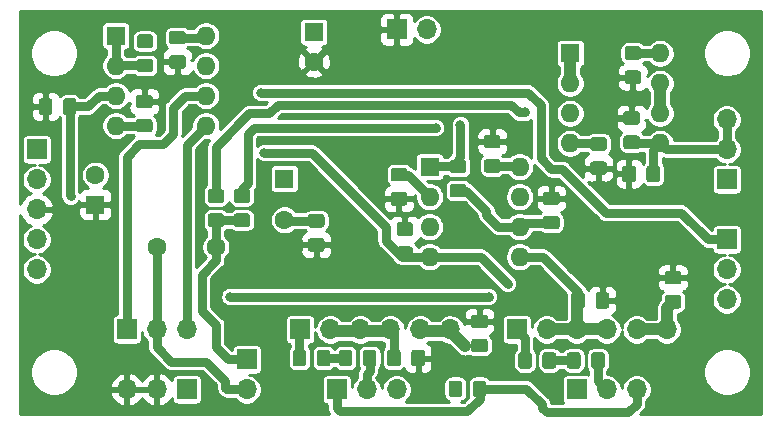
<source format=gbr>
G04 #@! TF.GenerationSoftware,KiCad,Pcbnew,(5.1.5)-3*
G04 #@! TF.CreationDate,2020-02-22T22:04:57-05:00*
G04 #@! TF.ProjectId,Semiparametric-EQ,53656d69-7061-4726-916d-65747269632d,rev?*
G04 #@! TF.SameCoordinates,Original*
G04 #@! TF.FileFunction,Copper,L2,Bot*
G04 #@! TF.FilePolarity,Positive*
%FSLAX46Y46*%
G04 Gerber Fmt 4.6, Leading zero omitted, Abs format (unit mm)*
G04 Created by KiCad (PCBNEW (5.1.5)-3) date 2020-02-22 22:04:57*
%MOMM*%
%LPD*%
G04 APERTURE LIST*
%ADD10C,0.100000*%
%ADD11C,1.600000*%
%ADD12R,1.600000X1.600000*%
%ADD13O,1.600000X1.600000*%
%ADD14R,1.700000X1.700000*%
%ADD15O,1.700000X1.700000*%
%ADD16C,0.800000*%
%ADD17C,0.750000*%
%ADD18C,1.000000*%
%ADD19C,0.250000*%
G04 APERTURE END LIST*
G04 #@! TA.AperFunction,SMDPad,CuDef*
D10*
G36*
X3624505Y27198796D02*
G01*
X3648773Y27195196D01*
X3672572Y27189235D01*
X3695671Y27180970D01*
X3717850Y27170480D01*
X3738893Y27157868D01*
X3758599Y27143253D01*
X3776777Y27126777D01*
X3793253Y27108599D01*
X3807868Y27088893D01*
X3820480Y27067850D01*
X3830970Y27045671D01*
X3839235Y27022572D01*
X3845196Y26998773D01*
X3848796Y26974505D01*
X3850000Y26950001D01*
X3850000Y26049999D01*
X3848796Y26025495D01*
X3845196Y26001227D01*
X3839235Y25977428D01*
X3830970Y25954329D01*
X3820480Y25932150D01*
X3807868Y25911107D01*
X3793253Y25891401D01*
X3776777Y25873223D01*
X3758599Y25856747D01*
X3738893Y25842132D01*
X3717850Y25829520D01*
X3695671Y25819030D01*
X3672572Y25810765D01*
X3648773Y25804804D01*
X3624505Y25801204D01*
X3600001Y25800000D01*
X2949999Y25800000D01*
X2925495Y25801204D01*
X2901227Y25804804D01*
X2877428Y25810765D01*
X2854329Y25819030D01*
X2832150Y25829520D01*
X2811107Y25842132D01*
X2791401Y25856747D01*
X2773223Y25873223D01*
X2756747Y25891401D01*
X2742132Y25911107D01*
X2729520Y25932150D01*
X2719030Y25954329D01*
X2710765Y25977428D01*
X2704804Y26001227D01*
X2701204Y26025495D01*
X2700000Y26049999D01*
X2700000Y26950001D01*
X2701204Y26974505D01*
X2704804Y26998773D01*
X2710765Y27022572D01*
X2719030Y27045671D01*
X2729520Y27067850D01*
X2742132Y27088893D01*
X2756747Y27108599D01*
X2773223Y27126777D01*
X2791401Y27143253D01*
X2811107Y27157868D01*
X2832150Y27170480D01*
X2854329Y27180970D01*
X2877428Y27189235D01*
X2901227Y27195196D01*
X2925495Y27198796D01*
X2949999Y27200000D01*
X3600001Y27200000D01*
X3624505Y27198796D01*
G37*
G04 #@! TD.AperFunction*
G04 #@! TA.AperFunction,SMDPad,CuDef*
G36*
X5674505Y27198796D02*
G01*
X5698773Y27195196D01*
X5722572Y27189235D01*
X5745671Y27180970D01*
X5767850Y27170480D01*
X5788893Y27157868D01*
X5808599Y27143253D01*
X5826777Y27126777D01*
X5843253Y27108599D01*
X5857868Y27088893D01*
X5870480Y27067850D01*
X5880970Y27045671D01*
X5889235Y27022572D01*
X5895196Y26998773D01*
X5898796Y26974505D01*
X5900000Y26950001D01*
X5900000Y26049999D01*
X5898796Y26025495D01*
X5895196Y26001227D01*
X5889235Y25977428D01*
X5880970Y25954329D01*
X5870480Y25932150D01*
X5857868Y25911107D01*
X5843253Y25891401D01*
X5826777Y25873223D01*
X5808599Y25856747D01*
X5788893Y25842132D01*
X5767850Y25829520D01*
X5745671Y25819030D01*
X5722572Y25810765D01*
X5698773Y25804804D01*
X5674505Y25801204D01*
X5650001Y25800000D01*
X4999999Y25800000D01*
X4975495Y25801204D01*
X4951227Y25804804D01*
X4927428Y25810765D01*
X4904329Y25819030D01*
X4882150Y25829520D01*
X4861107Y25842132D01*
X4841401Y25856747D01*
X4823223Y25873223D01*
X4806747Y25891401D01*
X4792132Y25911107D01*
X4779520Y25932150D01*
X4769030Y25954329D01*
X4760765Y25977428D01*
X4754804Y26001227D01*
X4751204Y26025495D01*
X4750000Y26049999D01*
X4750000Y26950001D01*
X4751204Y26974505D01*
X4754804Y26998773D01*
X4760765Y27022572D01*
X4769030Y27045671D01*
X4779520Y27067850D01*
X4792132Y27088893D01*
X4806747Y27108599D01*
X4823223Y27126777D01*
X4841401Y27143253D01*
X4861107Y27157868D01*
X4882150Y27170480D01*
X4904329Y27180970D01*
X4927428Y27189235D01*
X4951227Y27195196D01*
X4975495Y27198796D01*
X4999999Y27200000D01*
X5650001Y27200000D01*
X5674505Y27198796D01*
G37*
G04 #@! TD.AperFunction*
G04 #@! TA.AperFunction,SMDPad,CuDef*
G36*
X12174505Y32598796D02*
G01*
X12198773Y32595196D01*
X12222572Y32589235D01*
X12245671Y32580970D01*
X12267850Y32570480D01*
X12288893Y32557868D01*
X12308599Y32543253D01*
X12326777Y32526777D01*
X12343253Y32508599D01*
X12357868Y32488893D01*
X12370480Y32467850D01*
X12380970Y32445671D01*
X12389235Y32422572D01*
X12395196Y32398773D01*
X12398796Y32374505D01*
X12400000Y32350001D01*
X12400000Y31699999D01*
X12398796Y31675495D01*
X12395196Y31651227D01*
X12389235Y31627428D01*
X12380970Y31604329D01*
X12370480Y31582150D01*
X12357868Y31561107D01*
X12343253Y31541401D01*
X12326777Y31523223D01*
X12308599Y31506747D01*
X12288893Y31492132D01*
X12267850Y31479520D01*
X12245671Y31469030D01*
X12222572Y31460765D01*
X12198773Y31454804D01*
X12174505Y31451204D01*
X12150001Y31450000D01*
X11249999Y31450000D01*
X11225495Y31451204D01*
X11201227Y31454804D01*
X11177428Y31460765D01*
X11154329Y31469030D01*
X11132150Y31479520D01*
X11111107Y31492132D01*
X11091401Y31506747D01*
X11073223Y31523223D01*
X11056747Y31541401D01*
X11042132Y31561107D01*
X11029520Y31582150D01*
X11019030Y31604329D01*
X11010765Y31627428D01*
X11004804Y31651227D01*
X11001204Y31675495D01*
X11000000Y31699999D01*
X11000000Y32350001D01*
X11001204Y32374505D01*
X11004804Y32398773D01*
X11010765Y32422572D01*
X11019030Y32445671D01*
X11029520Y32467850D01*
X11042132Y32488893D01*
X11056747Y32508599D01*
X11073223Y32526777D01*
X11091401Y32543253D01*
X11111107Y32557868D01*
X11132150Y32570480D01*
X11154329Y32580970D01*
X11177428Y32589235D01*
X11201227Y32595196D01*
X11225495Y32598796D01*
X11249999Y32600000D01*
X12150001Y32600000D01*
X12174505Y32598796D01*
G37*
G04 #@! TD.AperFunction*
G04 #@! TA.AperFunction,SMDPad,CuDef*
G36*
X12174505Y30548796D02*
G01*
X12198773Y30545196D01*
X12222572Y30539235D01*
X12245671Y30530970D01*
X12267850Y30520480D01*
X12288893Y30507868D01*
X12308599Y30493253D01*
X12326777Y30476777D01*
X12343253Y30458599D01*
X12357868Y30438893D01*
X12370480Y30417850D01*
X12380970Y30395671D01*
X12389235Y30372572D01*
X12395196Y30348773D01*
X12398796Y30324505D01*
X12400000Y30300001D01*
X12400000Y29649999D01*
X12398796Y29625495D01*
X12395196Y29601227D01*
X12389235Y29577428D01*
X12380970Y29554329D01*
X12370480Y29532150D01*
X12357868Y29511107D01*
X12343253Y29491401D01*
X12326777Y29473223D01*
X12308599Y29456747D01*
X12288893Y29442132D01*
X12267850Y29429520D01*
X12245671Y29419030D01*
X12222572Y29410765D01*
X12198773Y29404804D01*
X12174505Y29401204D01*
X12150001Y29400000D01*
X11249999Y29400000D01*
X11225495Y29401204D01*
X11201227Y29404804D01*
X11177428Y29410765D01*
X11154329Y29419030D01*
X11132150Y29429520D01*
X11111107Y29442132D01*
X11091401Y29456747D01*
X11073223Y29473223D01*
X11056747Y29491401D01*
X11042132Y29511107D01*
X11029520Y29532150D01*
X11019030Y29554329D01*
X11010765Y29577428D01*
X11004804Y29601227D01*
X11001204Y29625495D01*
X11000000Y29649999D01*
X11000000Y30300001D01*
X11001204Y30324505D01*
X11004804Y30348773D01*
X11010765Y30372572D01*
X11019030Y30395671D01*
X11029520Y30417850D01*
X11042132Y30438893D01*
X11056747Y30458599D01*
X11073223Y30476777D01*
X11091401Y30493253D01*
X11111107Y30507868D01*
X11132150Y30520480D01*
X11154329Y30530970D01*
X11177428Y30539235D01*
X11201227Y30545196D01*
X11225495Y30548796D01*
X11249999Y30550000D01*
X12150001Y30550000D01*
X12174505Y30548796D01*
G37*
G04 #@! TD.AperFunction*
D11*
X17700000Y14600000D03*
X12700000Y14600000D03*
D12*
X23500000Y20400000D03*
D11*
X23500000Y16900000D03*
D12*
X9240000Y32500000D03*
D13*
X16860000Y24880000D03*
X9240000Y29960000D03*
X16860000Y27420000D03*
X9240000Y27420000D03*
X16860000Y29960000D03*
X9240000Y24880000D03*
X16860000Y32500000D03*
D12*
X26000000Y32800000D03*
D11*
X26000000Y30300000D03*
X7500000Y20700000D03*
D12*
X7500000Y18200000D03*
G04 #@! TA.AperFunction,SMDPad,CuDef*
D10*
G36*
X14914505Y32898796D02*
G01*
X14938773Y32895196D01*
X14962572Y32889235D01*
X14985671Y32880970D01*
X15007850Y32870480D01*
X15028893Y32857868D01*
X15048599Y32843253D01*
X15066777Y32826777D01*
X15083253Y32808599D01*
X15097868Y32788893D01*
X15110480Y32767850D01*
X15120970Y32745671D01*
X15129235Y32722572D01*
X15135196Y32698773D01*
X15138796Y32674505D01*
X15140000Y32650001D01*
X15140000Y31999999D01*
X15138796Y31975495D01*
X15135196Y31951227D01*
X15129235Y31927428D01*
X15120970Y31904329D01*
X15110480Y31882150D01*
X15097868Y31861107D01*
X15083253Y31841401D01*
X15066777Y31823223D01*
X15048599Y31806747D01*
X15028893Y31792132D01*
X15007850Y31779520D01*
X14985671Y31769030D01*
X14962572Y31760765D01*
X14938773Y31754804D01*
X14914505Y31751204D01*
X14890001Y31750000D01*
X13989999Y31750000D01*
X13965495Y31751204D01*
X13941227Y31754804D01*
X13917428Y31760765D01*
X13894329Y31769030D01*
X13872150Y31779520D01*
X13851107Y31792132D01*
X13831401Y31806747D01*
X13813223Y31823223D01*
X13796747Y31841401D01*
X13782132Y31861107D01*
X13769520Y31882150D01*
X13759030Y31904329D01*
X13750765Y31927428D01*
X13744804Y31951227D01*
X13741204Y31975495D01*
X13740000Y31999999D01*
X13740000Y32650001D01*
X13741204Y32674505D01*
X13744804Y32698773D01*
X13750765Y32722572D01*
X13759030Y32745671D01*
X13769520Y32767850D01*
X13782132Y32788893D01*
X13796747Y32808599D01*
X13813223Y32826777D01*
X13831401Y32843253D01*
X13851107Y32857868D01*
X13872150Y32870480D01*
X13894329Y32880970D01*
X13917428Y32889235D01*
X13941227Y32895196D01*
X13965495Y32898796D01*
X13989999Y32900000D01*
X14890001Y32900000D01*
X14914505Y32898796D01*
G37*
G04 #@! TD.AperFunction*
G04 #@! TA.AperFunction,SMDPad,CuDef*
G36*
X14914505Y30848796D02*
G01*
X14938773Y30845196D01*
X14962572Y30839235D01*
X14985671Y30830970D01*
X15007850Y30820480D01*
X15028893Y30807868D01*
X15048599Y30793253D01*
X15066777Y30776777D01*
X15083253Y30758599D01*
X15097868Y30738893D01*
X15110480Y30717850D01*
X15120970Y30695671D01*
X15129235Y30672572D01*
X15135196Y30648773D01*
X15138796Y30624505D01*
X15140000Y30600001D01*
X15140000Y29949999D01*
X15138796Y29925495D01*
X15135196Y29901227D01*
X15129235Y29877428D01*
X15120970Y29854329D01*
X15110480Y29832150D01*
X15097868Y29811107D01*
X15083253Y29791401D01*
X15066777Y29773223D01*
X15048599Y29756747D01*
X15028893Y29742132D01*
X15007850Y29729520D01*
X14985671Y29719030D01*
X14962572Y29710765D01*
X14938773Y29704804D01*
X14914505Y29701204D01*
X14890001Y29700000D01*
X13989999Y29700000D01*
X13965495Y29701204D01*
X13941227Y29704804D01*
X13917428Y29710765D01*
X13894329Y29719030D01*
X13872150Y29729520D01*
X13851107Y29742132D01*
X13831401Y29756747D01*
X13813223Y29773223D01*
X13796747Y29791401D01*
X13782132Y29811107D01*
X13769520Y29832150D01*
X13759030Y29854329D01*
X13750765Y29877428D01*
X13744804Y29901227D01*
X13741204Y29925495D01*
X13740000Y29949999D01*
X13740000Y30600001D01*
X13741204Y30624505D01*
X13744804Y30648773D01*
X13750765Y30672572D01*
X13759030Y30695671D01*
X13769520Y30717850D01*
X13782132Y30738893D01*
X13796747Y30758599D01*
X13813223Y30776777D01*
X13831401Y30793253D01*
X13851107Y30807868D01*
X13872150Y30820480D01*
X13894329Y30830970D01*
X13917428Y30839235D01*
X13941227Y30845196D01*
X13965495Y30848796D01*
X13989999Y30850000D01*
X14890001Y30850000D01*
X14914505Y30848796D01*
G37*
G04 #@! TD.AperFunction*
G04 #@! TA.AperFunction,SMDPad,CuDef*
G36*
X12114505Y25448796D02*
G01*
X12138773Y25445196D01*
X12162572Y25439235D01*
X12185671Y25430970D01*
X12207850Y25420480D01*
X12228893Y25407868D01*
X12248599Y25393253D01*
X12266777Y25376777D01*
X12283253Y25358599D01*
X12297868Y25338893D01*
X12310480Y25317850D01*
X12320970Y25295671D01*
X12329235Y25272572D01*
X12335196Y25248773D01*
X12338796Y25224505D01*
X12340000Y25200001D01*
X12340000Y24549999D01*
X12338796Y24525495D01*
X12335196Y24501227D01*
X12329235Y24477428D01*
X12320970Y24454329D01*
X12310480Y24432150D01*
X12297868Y24411107D01*
X12283253Y24391401D01*
X12266777Y24373223D01*
X12248599Y24356747D01*
X12228893Y24342132D01*
X12207850Y24329520D01*
X12185671Y24319030D01*
X12162572Y24310765D01*
X12138773Y24304804D01*
X12114505Y24301204D01*
X12090001Y24300000D01*
X11189999Y24300000D01*
X11165495Y24301204D01*
X11141227Y24304804D01*
X11117428Y24310765D01*
X11094329Y24319030D01*
X11072150Y24329520D01*
X11051107Y24342132D01*
X11031401Y24356747D01*
X11013223Y24373223D01*
X10996747Y24391401D01*
X10982132Y24411107D01*
X10969520Y24432150D01*
X10959030Y24454329D01*
X10950765Y24477428D01*
X10944804Y24501227D01*
X10941204Y24525495D01*
X10940000Y24549999D01*
X10940000Y25200001D01*
X10941204Y25224505D01*
X10944804Y25248773D01*
X10950765Y25272572D01*
X10959030Y25295671D01*
X10969520Y25317850D01*
X10982132Y25338893D01*
X10996747Y25358599D01*
X11013223Y25376777D01*
X11031401Y25393253D01*
X11051107Y25407868D01*
X11072150Y25420480D01*
X11094329Y25430970D01*
X11117428Y25439235D01*
X11141227Y25445196D01*
X11165495Y25448796D01*
X11189999Y25450000D01*
X12090001Y25450000D01*
X12114505Y25448796D01*
G37*
G04 #@! TD.AperFunction*
G04 #@! TA.AperFunction,SMDPad,CuDef*
G36*
X12114505Y27498796D02*
G01*
X12138773Y27495196D01*
X12162572Y27489235D01*
X12185671Y27480970D01*
X12207850Y27470480D01*
X12228893Y27457868D01*
X12248599Y27443253D01*
X12266777Y27426777D01*
X12283253Y27408599D01*
X12297868Y27388893D01*
X12310480Y27367850D01*
X12320970Y27345671D01*
X12329235Y27322572D01*
X12335196Y27298773D01*
X12338796Y27274505D01*
X12340000Y27250001D01*
X12340000Y26599999D01*
X12338796Y26575495D01*
X12335196Y26551227D01*
X12329235Y26527428D01*
X12320970Y26504329D01*
X12310480Y26482150D01*
X12297868Y26461107D01*
X12283253Y26441401D01*
X12266777Y26423223D01*
X12248599Y26406747D01*
X12228893Y26392132D01*
X12207850Y26379520D01*
X12185671Y26369030D01*
X12162572Y26360765D01*
X12138773Y26354804D01*
X12114505Y26351204D01*
X12090001Y26350000D01*
X11189999Y26350000D01*
X11165495Y26351204D01*
X11141227Y26354804D01*
X11117428Y26360765D01*
X11094329Y26369030D01*
X11072150Y26379520D01*
X11051107Y26392132D01*
X11031401Y26406747D01*
X11013223Y26423223D01*
X10996747Y26441401D01*
X10982132Y26461107D01*
X10969520Y26482150D01*
X10959030Y26504329D01*
X10950765Y26527428D01*
X10944804Y26551227D01*
X10941204Y26575495D01*
X10940000Y26599999D01*
X10940000Y27250001D01*
X10941204Y27274505D01*
X10944804Y27298773D01*
X10950765Y27322572D01*
X10959030Y27345671D01*
X10969520Y27367850D01*
X10982132Y27388893D01*
X10996747Y27408599D01*
X11013223Y27426777D01*
X11031401Y27443253D01*
X11051107Y27457868D01*
X11072150Y27470480D01*
X11094329Y27480970D01*
X11117428Y27489235D01*
X11141227Y27495196D01*
X11165495Y27498796D01*
X11189999Y27500000D01*
X12090001Y27500000D01*
X12114505Y27498796D01*
G37*
G04 #@! TD.AperFunction*
G04 #@! TA.AperFunction,SMDPad,CuDef*
G36*
X18174505Y17448796D02*
G01*
X18198773Y17445196D01*
X18222572Y17439235D01*
X18245671Y17430970D01*
X18267850Y17420480D01*
X18288893Y17407868D01*
X18308599Y17393253D01*
X18326777Y17376777D01*
X18343253Y17358599D01*
X18357868Y17338893D01*
X18370480Y17317850D01*
X18380970Y17295671D01*
X18389235Y17272572D01*
X18395196Y17248773D01*
X18398796Y17224505D01*
X18400000Y17200001D01*
X18400000Y16549999D01*
X18398796Y16525495D01*
X18395196Y16501227D01*
X18389235Y16477428D01*
X18380970Y16454329D01*
X18370480Y16432150D01*
X18357868Y16411107D01*
X18343253Y16391401D01*
X18326777Y16373223D01*
X18308599Y16356747D01*
X18288893Y16342132D01*
X18267850Y16329520D01*
X18245671Y16319030D01*
X18222572Y16310765D01*
X18198773Y16304804D01*
X18174505Y16301204D01*
X18150001Y16300000D01*
X17249999Y16300000D01*
X17225495Y16301204D01*
X17201227Y16304804D01*
X17177428Y16310765D01*
X17154329Y16319030D01*
X17132150Y16329520D01*
X17111107Y16342132D01*
X17091401Y16356747D01*
X17073223Y16373223D01*
X17056747Y16391401D01*
X17042132Y16411107D01*
X17029520Y16432150D01*
X17019030Y16454329D01*
X17010765Y16477428D01*
X17004804Y16501227D01*
X17001204Y16525495D01*
X17000000Y16549999D01*
X17000000Y17200001D01*
X17001204Y17224505D01*
X17004804Y17248773D01*
X17010765Y17272572D01*
X17019030Y17295671D01*
X17029520Y17317850D01*
X17042132Y17338893D01*
X17056747Y17358599D01*
X17073223Y17376777D01*
X17091401Y17393253D01*
X17111107Y17407868D01*
X17132150Y17420480D01*
X17154329Y17430970D01*
X17177428Y17439235D01*
X17201227Y17445196D01*
X17225495Y17448796D01*
X17249999Y17450000D01*
X18150001Y17450000D01*
X18174505Y17448796D01*
G37*
G04 #@! TD.AperFunction*
G04 #@! TA.AperFunction,SMDPad,CuDef*
G36*
X18174505Y19498796D02*
G01*
X18198773Y19495196D01*
X18222572Y19489235D01*
X18245671Y19480970D01*
X18267850Y19470480D01*
X18288893Y19457868D01*
X18308599Y19443253D01*
X18326777Y19426777D01*
X18343253Y19408599D01*
X18357868Y19388893D01*
X18370480Y19367850D01*
X18380970Y19345671D01*
X18389235Y19322572D01*
X18395196Y19298773D01*
X18398796Y19274505D01*
X18400000Y19250001D01*
X18400000Y18599999D01*
X18398796Y18575495D01*
X18395196Y18551227D01*
X18389235Y18527428D01*
X18380970Y18504329D01*
X18370480Y18482150D01*
X18357868Y18461107D01*
X18343253Y18441401D01*
X18326777Y18423223D01*
X18308599Y18406747D01*
X18288893Y18392132D01*
X18267850Y18379520D01*
X18245671Y18369030D01*
X18222572Y18360765D01*
X18198773Y18354804D01*
X18174505Y18351204D01*
X18150001Y18350000D01*
X17249999Y18350000D01*
X17225495Y18351204D01*
X17201227Y18354804D01*
X17177428Y18360765D01*
X17154329Y18369030D01*
X17132150Y18379520D01*
X17111107Y18392132D01*
X17091401Y18406747D01*
X17073223Y18423223D01*
X17056747Y18441401D01*
X17042132Y18461107D01*
X17029520Y18482150D01*
X17019030Y18504329D01*
X17010765Y18527428D01*
X17004804Y18551227D01*
X17001204Y18575495D01*
X17000000Y18599999D01*
X17000000Y19250001D01*
X17001204Y19274505D01*
X17004804Y19298773D01*
X17010765Y19322572D01*
X17019030Y19345671D01*
X17029520Y19367850D01*
X17042132Y19388893D01*
X17056747Y19408599D01*
X17073223Y19426777D01*
X17091401Y19443253D01*
X17111107Y19457868D01*
X17132150Y19470480D01*
X17154329Y19480970D01*
X17177428Y19489235D01*
X17201227Y19495196D01*
X17225495Y19498796D01*
X17249999Y19500000D01*
X18150001Y19500000D01*
X18174505Y19498796D01*
G37*
G04 #@! TD.AperFunction*
G04 #@! TA.AperFunction,SMDPad,CuDef*
G36*
X31074505Y5898796D02*
G01*
X31098773Y5895196D01*
X31122572Y5889235D01*
X31145671Y5880970D01*
X31167850Y5870480D01*
X31188893Y5857868D01*
X31208599Y5843253D01*
X31226777Y5826777D01*
X31243253Y5808599D01*
X31257868Y5788893D01*
X31270480Y5767850D01*
X31280970Y5745671D01*
X31289235Y5722572D01*
X31295196Y5698773D01*
X31298796Y5674505D01*
X31300000Y5650001D01*
X31300000Y4749999D01*
X31298796Y4725495D01*
X31295196Y4701227D01*
X31289235Y4677428D01*
X31280970Y4654329D01*
X31270480Y4632150D01*
X31257868Y4611107D01*
X31243253Y4591401D01*
X31226777Y4573223D01*
X31208599Y4556747D01*
X31188893Y4542132D01*
X31167850Y4529520D01*
X31145671Y4519030D01*
X31122572Y4510765D01*
X31098773Y4504804D01*
X31074505Y4501204D01*
X31050001Y4500000D01*
X30399999Y4500000D01*
X30375495Y4501204D01*
X30351227Y4504804D01*
X30327428Y4510765D01*
X30304329Y4519030D01*
X30282150Y4529520D01*
X30261107Y4542132D01*
X30241401Y4556747D01*
X30223223Y4573223D01*
X30206747Y4591401D01*
X30192132Y4611107D01*
X30179520Y4632150D01*
X30169030Y4654329D01*
X30160765Y4677428D01*
X30154804Y4701227D01*
X30151204Y4725495D01*
X30150000Y4749999D01*
X30150000Y5650001D01*
X30151204Y5674505D01*
X30154804Y5698773D01*
X30160765Y5722572D01*
X30169030Y5745671D01*
X30179520Y5767850D01*
X30192132Y5788893D01*
X30206747Y5808599D01*
X30223223Y5826777D01*
X30241401Y5843253D01*
X30261107Y5857868D01*
X30282150Y5870480D01*
X30304329Y5880970D01*
X30327428Y5889235D01*
X30351227Y5895196D01*
X30375495Y5898796D01*
X30399999Y5900000D01*
X31050001Y5900000D01*
X31074505Y5898796D01*
G37*
G04 #@! TD.AperFunction*
G04 #@! TA.AperFunction,SMDPad,CuDef*
G36*
X29024505Y5898796D02*
G01*
X29048773Y5895196D01*
X29072572Y5889235D01*
X29095671Y5880970D01*
X29117850Y5870480D01*
X29138893Y5857868D01*
X29158599Y5843253D01*
X29176777Y5826777D01*
X29193253Y5808599D01*
X29207868Y5788893D01*
X29220480Y5767850D01*
X29230970Y5745671D01*
X29239235Y5722572D01*
X29245196Y5698773D01*
X29248796Y5674505D01*
X29250000Y5650001D01*
X29250000Y4749999D01*
X29248796Y4725495D01*
X29245196Y4701227D01*
X29239235Y4677428D01*
X29230970Y4654329D01*
X29220480Y4632150D01*
X29207868Y4611107D01*
X29193253Y4591401D01*
X29176777Y4573223D01*
X29158599Y4556747D01*
X29138893Y4542132D01*
X29117850Y4529520D01*
X29095671Y4519030D01*
X29072572Y4510765D01*
X29048773Y4504804D01*
X29024505Y4501204D01*
X29000001Y4500000D01*
X28349999Y4500000D01*
X28325495Y4501204D01*
X28301227Y4504804D01*
X28277428Y4510765D01*
X28254329Y4519030D01*
X28232150Y4529520D01*
X28211107Y4542132D01*
X28191401Y4556747D01*
X28173223Y4573223D01*
X28156747Y4591401D01*
X28142132Y4611107D01*
X28129520Y4632150D01*
X28119030Y4654329D01*
X28110765Y4677428D01*
X28104804Y4701227D01*
X28101204Y4725495D01*
X28100000Y4749999D01*
X28100000Y5650001D01*
X28101204Y5674505D01*
X28104804Y5698773D01*
X28110765Y5722572D01*
X28119030Y5745671D01*
X28129520Y5767850D01*
X28142132Y5788893D01*
X28156747Y5808599D01*
X28173223Y5826777D01*
X28191401Y5843253D01*
X28211107Y5857868D01*
X28232150Y5870480D01*
X28254329Y5880970D01*
X28277428Y5889235D01*
X28301227Y5895196D01*
X28325495Y5898796D01*
X28349999Y5900000D01*
X29000001Y5900000D01*
X29024505Y5898796D01*
G37*
G04 #@! TD.AperFunction*
G04 #@! TA.AperFunction,SMDPad,CuDef*
G36*
X35174505Y5898796D02*
G01*
X35198773Y5895196D01*
X35222572Y5889235D01*
X35245671Y5880970D01*
X35267850Y5870480D01*
X35288893Y5857868D01*
X35308599Y5843253D01*
X35326777Y5826777D01*
X35343253Y5808599D01*
X35357868Y5788893D01*
X35370480Y5767850D01*
X35380970Y5745671D01*
X35389235Y5722572D01*
X35395196Y5698773D01*
X35398796Y5674505D01*
X35400000Y5650001D01*
X35400000Y4749999D01*
X35398796Y4725495D01*
X35395196Y4701227D01*
X35389235Y4677428D01*
X35380970Y4654329D01*
X35370480Y4632150D01*
X35357868Y4611107D01*
X35343253Y4591401D01*
X35326777Y4573223D01*
X35308599Y4556747D01*
X35288893Y4542132D01*
X35267850Y4529520D01*
X35245671Y4519030D01*
X35222572Y4510765D01*
X35198773Y4504804D01*
X35174505Y4501204D01*
X35150001Y4500000D01*
X34499999Y4500000D01*
X34475495Y4501204D01*
X34451227Y4504804D01*
X34427428Y4510765D01*
X34404329Y4519030D01*
X34382150Y4529520D01*
X34361107Y4542132D01*
X34341401Y4556747D01*
X34323223Y4573223D01*
X34306747Y4591401D01*
X34292132Y4611107D01*
X34279520Y4632150D01*
X34269030Y4654329D01*
X34260765Y4677428D01*
X34254804Y4701227D01*
X34251204Y4725495D01*
X34250000Y4749999D01*
X34250000Y5650001D01*
X34251204Y5674505D01*
X34254804Y5698773D01*
X34260765Y5722572D01*
X34269030Y5745671D01*
X34279520Y5767850D01*
X34292132Y5788893D01*
X34306747Y5808599D01*
X34323223Y5826777D01*
X34341401Y5843253D01*
X34361107Y5857868D01*
X34382150Y5870480D01*
X34404329Y5880970D01*
X34427428Y5889235D01*
X34451227Y5895196D01*
X34475495Y5898796D01*
X34499999Y5900000D01*
X35150001Y5900000D01*
X35174505Y5898796D01*
G37*
G04 #@! TD.AperFunction*
G04 #@! TA.AperFunction,SMDPad,CuDef*
G36*
X33124505Y5898796D02*
G01*
X33148773Y5895196D01*
X33172572Y5889235D01*
X33195671Y5880970D01*
X33217850Y5870480D01*
X33238893Y5857868D01*
X33258599Y5843253D01*
X33276777Y5826777D01*
X33293253Y5808599D01*
X33307868Y5788893D01*
X33320480Y5767850D01*
X33330970Y5745671D01*
X33339235Y5722572D01*
X33345196Y5698773D01*
X33348796Y5674505D01*
X33350000Y5650001D01*
X33350000Y4749999D01*
X33348796Y4725495D01*
X33345196Y4701227D01*
X33339235Y4677428D01*
X33330970Y4654329D01*
X33320480Y4632150D01*
X33307868Y4611107D01*
X33293253Y4591401D01*
X33276777Y4573223D01*
X33258599Y4556747D01*
X33238893Y4542132D01*
X33217850Y4529520D01*
X33195671Y4519030D01*
X33172572Y4510765D01*
X33148773Y4504804D01*
X33124505Y4501204D01*
X33100001Y4500000D01*
X32449999Y4500000D01*
X32425495Y4501204D01*
X32401227Y4504804D01*
X32377428Y4510765D01*
X32354329Y4519030D01*
X32332150Y4529520D01*
X32311107Y4542132D01*
X32291401Y4556747D01*
X32273223Y4573223D01*
X32256747Y4591401D01*
X32242132Y4611107D01*
X32229520Y4632150D01*
X32219030Y4654329D01*
X32210765Y4677428D01*
X32204804Y4701227D01*
X32201204Y4725495D01*
X32200000Y4749999D01*
X32200000Y5650001D01*
X32201204Y5674505D01*
X32204804Y5698773D01*
X32210765Y5722572D01*
X32219030Y5745671D01*
X32229520Y5767850D01*
X32242132Y5788893D01*
X32256747Y5808599D01*
X32273223Y5826777D01*
X32291401Y5843253D01*
X32311107Y5857868D01*
X32332150Y5870480D01*
X32354329Y5880970D01*
X32377428Y5889235D01*
X32401227Y5895196D01*
X32425495Y5898796D01*
X32449999Y5900000D01*
X33100001Y5900000D01*
X33124505Y5898796D01*
G37*
G04 #@! TD.AperFunction*
G04 #@! TA.AperFunction,SMDPad,CuDef*
G36*
X53024505Y21498796D02*
G01*
X53048773Y21495196D01*
X53072572Y21489235D01*
X53095671Y21480970D01*
X53117850Y21470480D01*
X53138893Y21457868D01*
X53158599Y21443253D01*
X53176777Y21426777D01*
X53193253Y21408599D01*
X53207868Y21388893D01*
X53220480Y21367850D01*
X53230970Y21345671D01*
X53239235Y21322572D01*
X53245196Y21298773D01*
X53248796Y21274505D01*
X53250000Y21250001D01*
X53250000Y20349999D01*
X53248796Y20325495D01*
X53245196Y20301227D01*
X53239235Y20277428D01*
X53230970Y20254329D01*
X53220480Y20232150D01*
X53207868Y20211107D01*
X53193253Y20191401D01*
X53176777Y20173223D01*
X53158599Y20156747D01*
X53138893Y20142132D01*
X53117850Y20129520D01*
X53095671Y20119030D01*
X53072572Y20110765D01*
X53048773Y20104804D01*
X53024505Y20101204D01*
X53000001Y20100000D01*
X52349999Y20100000D01*
X52325495Y20101204D01*
X52301227Y20104804D01*
X52277428Y20110765D01*
X52254329Y20119030D01*
X52232150Y20129520D01*
X52211107Y20142132D01*
X52191401Y20156747D01*
X52173223Y20173223D01*
X52156747Y20191401D01*
X52142132Y20211107D01*
X52129520Y20232150D01*
X52119030Y20254329D01*
X52110765Y20277428D01*
X52104804Y20301227D01*
X52101204Y20325495D01*
X52100000Y20349999D01*
X52100000Y21250001D01*
X52101204Y21274505D01*
X52104804Y21298773D01*
X52110765Y21322572D01*
X52119030Y21345671D01*
X52129520Y21367850D01*
X52142132Y21388893D01*
X52156747Y21408599D01*
X52173223Y21426777D01*
X52191401Y21443253D01*
X52211107Y21457868D01*
X52232150Y21470480D01*
X52254329Y21480970D01*
X52277428Y21489235D01*
X52301227Y21495196D01*
X52325495Y21498796D01*
X52349999Y21500000D01*
X53000001Y21500000D01*
X53024505Y21498796D01*
G37*
G04 #@! TD.AperFunction*
G04 #@! TA.AperFunction,SMDPad,CuDef*
G36*
X55074505Y21498796D02*
G01*
X55098773Y21495196D01*
X55122572Y21489235D01*
X55145671Y21480970D01*
X55167850Y21470480D01*
X55188893Y21457868D01*
X55208599Y21443253D01*
X55226777Y21426777D01*
X55243253Y21408599D01*
X55257868Y21388893D01*
X55270480Y21367850D01*
X55280970Y21345671D01*
X55289235Y21322572D01*
X55295196Y21298773D01*
X55298796Y21274505D01*
X55300000Y21250001D01*
X55300000Y20349999D01*
X55298796Y20325495D01*
X55295196Y20301227D01*
X55289235Y20277428D01*
X55280970Y20254329D01*
X55270480Y20232150D01*
X55257868Y20211107D01*
X55243253Y20191401D01*
X55226777Y20173223D01*
X55208599Y20156747D01*
X55188893Y20142132D01*
X55167850Y20129520D01*
X55145671Y20119030D01*
X55122572Y20110765D01*
X55098773Y20104804D01*
X55074505Y20101204D01*
X55050001Y20100000D01*
X54399999Y20100000D01*
X54375495Y20101204D01*
X54351227Y20104804D01*
X54327428Y20110765D01*
X54304329Y20119030D01*
X54282150Y20129520D01*
X54261107Y20142132D01*
X54241401Y20156747D01*
X54223223Y20173223D01*
X54206747Y20191401D01*
X54192132Y20211107D01*
X54179520Y20232150D01*
X54169030Y20254329D01*
X54160765Y20277428D01*
X54154804Y20301227D01*
X54151204Y20325495D01*
X54150000Y20349999D01*
X54150000Y21250001D01*
X54151204Y21274505D01*
X54154804Y21298773D01*
X54160765Y21322572D01*
X54169030Y21345671D01*
X54179520Y21367850D01*
X54192132Y21388893D01*
X54206747Y21408599D01*
X54223223Y21426777D01*
X54241401Y21443253D01*
X54261107Y21457868D01*
X54282150Y21470480D01*
X54304329Y21480970D01*
X54327428Y21489235D01*
X54351227Y21495196D01*
X54375495Y21498796D01*
X54399999Y21500000D01*
X55050001Y21500000D01*
X55074505Y21498796D01*
G37*
G04 #@! TD.AperFunction*
G04 #@! TA.AperFunction,SMDPad,CuDef*
G36*
X50399505Y5698796D02*
G01*
X50423773Y5695196D01*
X50447572Y5689235D01*
X50470671Y5680970D01*
X50492850Y5670480D01*
X50513893Y5657868D01*
X50533599Y5643253D01*
X50551777Y5626777D01*
X50568253Y5608599D01*
X50582868Y5588893D01*
X50595480Y5567850D01*
X50605970Y5545671D01*
X50614235Y5522572D01*
X50620196Y5498773D01*
X50623796Y5474505D01*
X50625000Y5450001D01*
X50625000Y4549999D01*
X50623796Y4525495D01*
X50620196Y4501227D01*
X50614235Y4477428D01*
X50605970Y4454329D01*
X50595480Y4432150D01*
X50582868Y4411107D01*
X50568253Y4391401D01*
X50551777Y4373223D01*
X50533599Y4356747D01*
X50513893Y4342132D01*
X50492850Y4329520D01*
X50470671Y4319030D01*
X50447572Y4310765D01*
X50423773Y4304804D01*
X50399505Y4301204D01*
X50375001Y4300000D01*
X49724999Y4300000D01*
X49700495Y4301204D01*
X49676227Y4304804D01*
X49652428Y4310765D01*
X49629329Y4319030D01*
X49607150Y4329520D01*
X49586107Y4342132D01*
X49566401Y4356747D01*
X49548223Y4373223D01*
X49531747Y4391401D01*
X49517132Y4411107D01*
X49504520Y4432150D01*
X49494030Y4454329D01*
X49485765Y4477428D01*
X49479804Y4501227D01*
X49476204Y4525495D01*
X49475000Y4549999D01*
X49475000Y5450001D01*
X49476204Y5474505D01*
X49479804Y5498773D01*
X49485765Y5522572D01*
X49494030Y5545671D01*
X49504520Y5567850D01*
X49517132Y5588893D01*
X49531747Y5608599D01*
X49548223Y5626777D01*
X49566401Y5643253D01*
X49586107Y5657868D01*
X49607150Y5670480D01*
X49629329Y5680970D01*
X49652428Y5689235D01*
X49676227Y5695196D01*
X49700495Y5698796D01*
X49724999Y5700000D01*
X50375001Y5700000D01*
X50399505Y5698796D01*
G37*
G04 #@! TD.AperFunction*
G04 #@! TA.AperFunction,SMDPad,CuDef*
G36*
X48349505Y5698796D02*
G01*
X48373773Y5695196D01*
X48397572Y5689235D01*
X48420671Y5680970D01*
X48442850Y5670480D01*
X48463893Y5657868D01*
X48483599Y5643253D01*
X48501777Y5626777D01*
X48518253Y5608599D01*
X48532868Y5588893D01*
X48545480Y5567850D01*
X48555970Y5545671D01*
X48564235Y5522572D01*
X48570196Y5498773D01*
X48573796Y5474505D01*
X48575000Y5450001D01*
X48575000Y4549999D01*
X48573796Y4525495D01*
X48570196Y4501227D01*
X48564235Y4477428D01*
X48555970Y4454329D01*
X48545480Y4432150D01*
X48532868Y4411107D01*
X48518253Y4391401D01*
X48501777Y4373223D01*
X48483599Y4356747D01*
X48463893Y4342132D01*
X48442850Y4329520D01*
X48420671Y4319030D01*
X48397572Y4310765D01*
X48373773Y4304804D01*
X48349505Y4301204D01*
X48325001Y4300000D01*
X47674999Y4300000D01*
X47650495Y4301204D01*
X47626227Y4304804D01*
X47602428Y4310765D01*
X47579329Y4319030D01*
X47557150Y4329520D01*
X47536107Y4342132D01*
X47516401Y4356747D01*
X47498223Y4373223D01*
X47481747Y4391401D01*
X47467132Y4411107D01*
X47454520Y4432150D01*
X47444030Y4454329D01*
X47435765Y4477428D01*
X47429804Y4501227D01*
X47426204Y4525495D01*
X47425000Y4549999D01*
X47425000Y5450001D01*
X47426204Y5474505D01*
X47429804Y5498773D01*
X47435765Y5522572D01*
X47444030Y5545671D01*
X47454520Y5567850D01*
X47467132Y5588893D01*
X47481747Y5608599D01*
X47498223Y5626777D01*
X47516401Y5643253D01*
X47536107Y5657868D01*
X47557150Y5670480D01*
X47579329Y5680970D01*
X47602428Y5689235D01*
X47626227Y5695196D01*
X47650495Y5698796D01*
X47674999Y5700000D01*
X48325001Y5700000D01*
X48349505Y5698796D01*
G37*
G04 #@! TD.AperFunction*
G04 #@! TA.AperFunction,SMDPad,CuDef*
G36*
X50774505Y10778796D02*
G01*
X50798773Y10775196D01*
X50822572Y10769235D01*
X50845671Y10760970D01*
X50867850Y10750480D01*
X50888893Y10737868D01*
X50908599Y10723253D01*
X50926777Y10706777D01*
X50943253Y10688599D01*
X50957868Y10668893D01*
X50970480Y10647850D01*
X50980970Y10625671D01*
X50989235Y10602572D01*
X50995196Y10578773D01*
X50998796Y10554505D01*
X51000000Y10530001D01*
X51000000Y9629999D01*
X50998796Y9605495D01*
X50995196Y9581227D01*
X50989235Y9557428D01*
X50980970Y9534329D01*
X50970480Y9512150D01*
X50957868Y9491107D01*
X50943253Y9471401D01*
X50926777Y9453223D01*
X50908599Y9436747D01*
X50888893Y9422132D01*
X50867850Y9409520D01*
X50845671Y9399030D01*
X50822572Y9390765D01*
X50798773Y9384804D01*
X50774505Y9381204D01*
X50750001Y9380000D01*
X50099999Y9380000D01*
X50075495Y9381204D01*
X50051227Y9384804D01*
X50027428Y9390765D01*
X50004329Y9399030D01*
X49982150Y9409520D01*
X49961107Y9422132D01*
X49941401Y9436747D01*
X49923223Y9453223D01*
X49906747Y9471401D01*
X49892132Y9491107D01*
X49879520Y9512150D01*
X49869030Y9534329D01*
X49860765Y9557428D01*
X49854804Y9581227D01*
X49851204Y9605495D01*
X49850000Y9629999D01*
X49850000Y10530001D01*
X49851204Y10554505D01*
X49854804Y10578773D01*
X49860765Y10602572D01*
X49869030Y10625671D01*
X49879520Y10647850D01*
X49892132Y10668893D01*
X49906747Y10688599D01*
X49923223Y10706777D01*
X49941401Y10723253D01*
X49961107Y10737868D01*
X49982150Y10750480D01*
X50004329Y10760970D01*
X50027428Y10769235D01*
X50051227Y10775196D01*
X50075495Y10778796D01*
X50099999Y10780000D01*
X50750001Y10780000D01*
X50774505Y10778796D01*
G37*
G04 #@! TD.AperFunction*
G04 #@! TA.AperFunction,SMDPad,CuDef*
G36*
X48724505Y10778796D02*
G01*
X48748773Y10775196D01*
X48772572Y10769235D01*
X48795671Y10760970D01*
X48817850Y10750480D01*
X48838893Y10737868D01*
X48858599Y10723253D01*
X48876777Y10706777D01*
X48893253Y10688599D01*
X48907868Y10668893D01*
X48920480Y10647850D01*
X48930970Y10625671D01*
X48939235Y10602572D01*
X48945196Y10578773D01*
X48948796Y10554505D01*
X48950000Y10530001D01*
X48950000Y9629999D01*
X48948796Y9605495D01*
X48945196Y9581227D01*
X48939235Y9557428D01*
X48930970Y9534329D01*
X48920480Y9512150D01*
X48907868Y9491107D01*
X48893253Y9471401D01*
X48876777Y9453223D01*
X48858599Y9436747D01*
X48838893Y9422132D01*
X48817850Y9409520D01*
X48795671Y9399030D01*
X48772572Y9390765D01*
X48748773Y9384804D01*
X48724505Y9381204D01*
X48700001Y9380000D01*
X48049999Y9380000D01*
X48025495Y9381204D01*
X48001227Y9384804D01*
X47977428Y9390765D01*
X47954329Y9399030D01*
X47932150Y9409520D01*
X47911107Y9422132D01*
X47891401Y9436747D01*
X47873223Y9453223D01*
X47856747Y9471401D01*
X47842132Y9491107D01*
X47829520Y9512150D01*
X47819030Y9534329D01*
X47810765Y9557428D01*
X47804804Y9581227D01*
X47801204Y9605495D01*
X47800000Y9629999D01*
X47800000Y10530001D01*
X47801204Y10554505D01*
X47804804Y10578773D01*
X47810765Y10602572D01*
X47819030Y10625671D01*
X47829520Y10647850D01*
X47842132Y10668893D01*
X47856747Y10688599D01*
X47873223Y10706777D01*
X47891401Y10723253D01*
X47911107Y10737868D01*
X47932150Y10750480D01*
X47954329Y10760970D01*
X47977428Y10769235D01*
X48001227Y10775196D01*
X48025495Y10778796D01*
X48049999Y10780000D01*
X48700001Y10780000D01*
X48724505Y10778796D01*
G37*
G04 #@! TD.AperFunction*
G04 #@! TA.AperFunction,SMDPad,CuDef*
G36*
X53474505Y31598796D02*
G01*
X53498773Y31595196D01*
X53522572Y31589235D01*
X53545671Y31580970D01*
X53567850Y31570480D01*
X53588893Y31557868D01*
X53608599Y31543253D01*
X53626777Y31526777D01*
X53643253Y31508599D01*
X53657868Y31488893D01*
X53670480Y31467850D01*
X53680970Y31445671D01*
X53689235Y31422572D01*
X53695196Y31398773D01*
X53698796Y31374505D01*
X53700000Y31350001D01*
X53700000Y30699999D01*
X53698796Y30675495D01*
X53695196Y30651227D01*
X53689235Y30627428D01*
X53680970Y30604329D01*
X53670480Y30582150D01*
X53657868Y30561107D01*
X53643253Y30541401D01*
X53626777Y30523223D01*
X53608599Y30506747D01*
X53588893Y30492132D01*
X53567850Y30479520D01*
X53545671Y30469030D01*
X53522572Y30460765D01*
X53498773Y30454804D01*
X53474505Y30451204D01*
X53450001Y30450000D01*
X52549999Y30450000D01*
X52525495Y30451204D01*
X52501227Y30454804D01*
X52477428Y30460765D01*
X52454329Y30469030D01*
X52432150Y30479520D01*
X52411107Y30492132D01*
X52391401Y30506747D01*
X52373223Y30523223D01*
X52356747Y30541401D01*
X52342132Y30561107D01*
X52329520Y30582150D01*
X52319030Y30604329D01*
X52310765Y30627428D01*
X52304804Y30651227D01*
X52301204Y30675495D01*
X52300000Y30699999D01*
X52300000Y31350001D01*
X52301204Y31374505D01*
X52304804Y31398773D01*
X52310765Y31422572D01*
X52319030Y31445671D01*
X52329520Y31467850D01*
X52342132Y31488893D01*
X52356747Y31508599D01*
X52373223Y31526777D01*
X52391401Y31543253D01*
X52411107Y31557868D01*
X52432150Y31570480D01*
X52454329Y31580970D01*
X52477428Y31589235D01*
X52501227Y31595196D01*
X52525495Y31598796D01*
X52549999Y31600000D01*
X53450001Y31600000D01*
X53474505Y31598796D01*
G37*
G04 #@! TD.AperFunction*
G04 #@! TA.AperFunction,SMDPad,CuDef*
G36*
X53474505Y29548796D02*
G01*
X53498773Y29545196D01*
X53522572Y29539235D01*
X53545671Y29530970D01*
X53567850Y29520480D01*
X53588893Y29507868D01*
X53608599Y29493253D01*
X53626777Y29476777D01*
X53643253Y29458599D01*
X53657868Y29438893D01*
X53670480Y29417850D01*
X53680970Y29395671D01*
X53689235Y29372572D01*
X53695196Y29348773D01*
X53698796Y29324505D01*
X53700000Y29300001D01*
X53700000Y28649999D01*
X53698796Y28625495D01*
X53695196Y28601227D01*
X53689235Y28577428D01*
X53680970Y28554329D01*
X53670480Y28532150D01*
X53657868Y28511107D01*
X53643253Y28491401D01*
X53626777Y28473223D01*
X53608599Y28456747D01*
X53588893Y28442132D01*
X53567850Y28429520D01*
X53545671Y28419030D01*
X53522572Y28410765D01*
X53498773Y28404804D01*
X53474505Y28401204D01*
X53450001Y28400000D01*
X52549999Y28400000D01*
X52525495Y28401204D01*
X52501227Y28404804D01*
X52477428Y28410765D01*
X52454329Y28419030D01*
X52432150Y28429520D01*
X52411107Y28442132D01*
X52391401Y28456747D01*
X52373223Y28473223D01*
X52356747Y28491401D01*
X52342132Y28511107D01*
X52329520Y28532150D01*
X52319030Y28554329D01*
X52310765Y28577428D01*
X52304804Y28601227D01*
X52301204Y28625495D01*
X52300000Y28649999D01*
X52300000Y29300001D01*
X52301204Y29324505D01*
X52304804Y29348773D01*
X52310765Y29372572D01*
X52319030Y29395671D01*
X52329520Y29417850D01*
X52342132Y29438893D01*
X52356747Y29458599D01*
X52373223Y29476777D01*
X52391401Y29493253D01*
X52411107Y29507868D01*
X52432150Y29520480D01*
X52454329Y29530970D01*
X52477428Y29539235D01*
X52501227Y29545196D01*
X52525495Y29548796D01*
X52549999Y29550000D01*
X53450001Y29550000D01*
X53474505Y29548796D01*
G37*
G04 #@! TD.AperFunction*
G04 #@! TA.AperFunction,SMDPad,CuDef*
G36*
X50574505Y23898796D02*
G01*
X50598773Y23895196D01*
X50622572Y23889235D01*
X50645671Y23880970D01*
X50667850Y23870480D01*
X50688893Y23857868D01*
X50708599Y23843253D01*
X50726777Y23826777D01*
X50743253Y23808599D01*
X50757868Y23788893D01*
X50770480Y23767850D01*
X50780970Y23745671D01*
X50789235Y23722572D01*
X50795196Y23698773D01*
X50798796Y23674505D01*
X50800000Y23650001D01*
X50800000Y22999999D01*
X50798796Y22975495D01*
X50795196Y22951227D01*
X50789235Y22927428D01*
X50780970Y22904329D01*
X50770480Y22882150D01*
X50757868Y22861107D01*
X50743253Y22841401D01*
X50726777Y22823223D01*
X50708599Y22806747D01*
X50688893Y22792132D01*
X50667850Y22779520D01*
X50645671Y22769030D01*
X50622572Y22760765D01*
X50598773Y22754804D01*
X50574505Y22751204D01*
X50550001Y22750000D01*
X49649999Y22750000D01*
X49625495Y22751204D01*
X49601227Y22754804D01*
X49577428Y22760765D01*
X49554329Y22769030D01*
X49532150Y22779520D01*
X49511107Y22792132D01*
X49491401Y22806747D01*
X49473223Y22823223D01*
X49456747Y22841401D01*
X49442132Y22861107D01*
X49429520Y22882150D01*
X49419030Y22904329D01*
X49410765Y22927428D01*
X49404804Y22951227D01*
X49401204Y22975495D01*
X49400000Y22999999D01*
X49400000Y23650001D01*
X49401204Y23674505D01*
X49404804Y23698773D01*
X49410765Y23722572D01*
X49419030Y23745671D01*
X49429520Y23767850D01*
X49442132Y23788893D01*
X49456747Y23808599D01*
X49473223Y23826777D01*
X49491401Y23843253D01*
X49511107Y23857868D01*
X49532150Y23870480D01*
X49554329Y23880970D01*
X49577428Y23889235D01*
X49601227Y23895196D01*
X49625495Y23898796D01*
X49649999Y23900000D01*
X50550001Y23900000D01*
X50574505Y23898796D01*
G37*
G04 #@! TD.AperFunction*
G04 #@! TA.AperFunction,SMDPad,CuDef*
G36*
X50574505Y21848796D02*
G01*
X50598773Y21845196D01*
X50622572Y21839235D01*
X50645671Y21830970D01*
X50667850Y21820480D01*
X50688893Y21807868D01*
X50708599Y21793253D01*
X50726777Y21776777D01*
X50743253Y21758599D01*
X50757868Y21738893D01*
X50770480Y21717850D01*
X50780970Y21695671D01*
X50789235Y21672572D01*
X50795196Y21648773D01*
X50798796Y21624505D01*
X50800000Y21600001D01*
X50800000Y20949999D01*
X50798796Y20925495D01*
X50795196Y20901227D01*
X50789235Y20877428D01*
X50780970Y20854329D01*
X50770480Y20832150D01*
X50757868Y20811107D01*
X50743253Y20791401D01*
X50726777Y20773223D01*
X50708599Y20756747D01*
X50688893Y20742132D01*
X50667850Y20729520D01*
X50645671Y20719030D01*
X50622572Y20710765D01*
X50598773Y20704804D01*
X50574505Y20701204D01*
X50550001Y20700000D01*
X49649999Y20700000D01*
X49625495Y20701204D01*
X49601227Y20704804D01*
X49577428Y20710765D01*
X49554329Y20719030D01*
X49532150Y20729520D01*
X49511107Y20742132D01*
X49491401Y20756747D01*
X49473223Y20773223D01*
X49456747Y20791401D01*
X49442132Y20811107D01*
X49429520Y20832150D01*
X49419030Y20854329D01*
X49410765Y20877428D01*
X49404804Y20901227D01*
X49401204Y20925495D01*
X49400000Y20949999D01*
X49400000Y21600001D01*
X49401204Y21624505D01*
X49404804Y21648773D01*
X49410765Y21672572D01*
X49419030Y21695671D01*
X49429520Y21717850D01*
X49442132Y21738893D01*
X49456747Y21758599D01*
X49473223Y21776777D01*
X49491401Y21793253D01*
X49511107Y21807868D01*
X49532150Y21820480D01*
X49554329Y21830970D01*
X49577428Y21839235D01*
X49601227Y21845196D01*
X49625495Y21848796D01*
X49649999Y21850000D01*
X50550001Y21850000D01*
X50574505Y21848796D01*
G37*
G04 #@! TD.AperFunction*
D14*
X2540000Y22860000D03*
D15*
X2540000Y20320000D03*
X2540000Y17780000D03*
X2540000Y15240000D03*
X2540000Y12700000D03*
D14*
X33020000Y33020000D03*
D15*
X35560000Y33020000D03*
G04 #@! TA.AperFunction,SMDPad,CuDef*
D10*
G36*
X26674505Y17398796D02*
G01*
X26698773Y17395196D01*
X26722572Y17389235D01*
X26745671Y17380970D01*
X26767850Y17370480D01*
X26788893Y17357868D01*
X26808599Y17343253D01*
X26826777Y17326777D01*
X26843253Y17308599D01*
X26857868Y17288893D01*
X26870480Y17267850D01*
X26880970Y17245671D01*
X26889235Y17222572D01*
X26895196Y17198773D01*
X26898796Y17174505D01*
X26900000Y17150001D01*
X26900000Y16499999D01*
X26898796Y16475495D01*
X26895196Y16451227D01*
X26889235Y16427428D01*
X26880970Y16404329D01*
X26870480Y16382150D01*
X26857868Y16361107D01*
X26843253Y16341401D01*
X26826777Y16323223D01*
X26808599Y16306747D01*
X26788893Y16292132D01*
X26767850Y16279520D01*
X26745671Y16269030D01*
X26722572Y16260765D01*
X26698773Y16254804D01*
X26674505Y16251204D01*
X26650001Y16250000D01*
X25749999Y16250000D01*
X25725495Y16251204D01*
X25701227Y16254804D01*
X25677428Y16260765D01*
X25654329Y16269030D01*
X25632150Y16279520D01*
X25611107Y16292132D01*
X25591401Y16306747D01*
X25573223Y16323223D01*
X25556747Y16341401D01*
X25542132Y16361107D01*
X25529520Y16382150D01*
X25519030Y16404329D01*
X25510765Y16427428D01*
X25504804Y16451227D01*
X25501204Y16475495D01*
X25500000Y16499999D01*
X25500000Y17150001D01*
X25501204Y17174505D01*
X25504804Y17198773D01*
X25510765Y17222572D01*
X25519030Y17245671D01*
X25529520Y17267850D01*
X25542132Y17288893D01*
X25556747Y17308599D01*
X25573223Y17326777D01*
X25591401Y17343253D01*
X25611107Y17357868D01*
X25632150Y17370480D01*
X25654329Y17380970D01*
X25677428Y17389235D01*
X25701227Y17395196D01*
X25725495Y17398796D01*
X25749999Y17400000D01*
X26650001Y17400000D01*
X26674505Y17398796D01*
G37*
G04 #@! TD.AperFunction*
G04 #@! TA.AperFunction,SMDPad,CuDef*
G36*
X26674505Y15348796D02*
G01*
X26698773Y15345196D01*
X26722572Y15339235D01*
X26745671Y15330970D01*
X26767850Y15320480D01*
X26788893Y15307868D01*
X26808599Y15293253D01*
X26826777Y15276777D01*
X26843253Y15258599D01*
X26857868Y15238893D01*
X26870480Y15217850D01*
X26880970Y15195671D01*
X26889235Y15172572D01*
X26895196Y15148773D01*
X26898796Y15124505D01*
X26900000Y15100001D01*
X26900000Y14449999D01*
X26898796Y14425495D01*
X26895196Y14401227D01*
X26889235Y14377428D01*
X26880970Y14354329D01*
X26870480Y14332150D01*
X26857868Y14311107D01*
X26843253Y14291401D01*
X26826777Y14273223D01*
X26808599Y14256747D01*
X26788893Y14242132D01*
X26767850Y14229520D01*
X26745671Y14219030D01*
X26722572Y14210765D01*
X26698773Y14204804D01*
X26674505Y14201204D01*
X26650001Y14200000D01*
X25749999Y14200000D01*
X25725495Y14201204D01*
X25701227Y14204804D01*
X25677428Y14210765D01*
X25654329Y14219030D01*
X25632150Y14229520D01*
X25611107Y14242132D01*
X25591401Y14256747D01*
X25573223Y14273223D01*
X25556747Y14291401D01*
X25542132Y14311107D01*
X25529520Y14332150D01*
X25519030Y14354329D01*
X25510765Y14377428D01*
X25504804Y14401227D01*
X25501204Y14425495D01*
X25500000Y14449999D01*
X25500000Y15100001D01*
X25501204Y15124505D01*
X25504804Y15148773D01*
X25510765Y15172572D01*
X25519030Y15195671D01*
X25529520Y15217850D01*
X25542132Y15238893D01*
X25556747Y15258599D01*
X25573223Y15276777D01*
X25591401Y15293253D01*
X25611107Y15307868D01*
X25632150Y15320480D01*
X25654329Y15330970D01*
X25677428Y15339235D01*
X25701227Y15345196D01*
X25725495Y15348796D01*
X25749999Y15350000D01*
X26650001Y15350000D01*
X26674505Y15348796D01*
G37*
G04 #@! TD.AperFunction*
G04 #@! TA.AperFunction,SMDPad,CuDef*
G36*
X25124505Y5898796D02*
G01*
X25148773Y5895196D01*
X25172572Y5889235D01*
X25195671Y5880970D01*
X25217850Y5870480D01*
X25238893Y5857868D01*
X25258599Y5843253D01*
X25276777Y5826777D01*
X25293253Y5808599D01*
X25307868Y5788893D01*
X25320480Y5767850D01*
X25330970Y5745671D01*
X25339235Y5722572D01*
X25345196Y5698773D01*
X25348796Y5674505D01*
X25350000Y5650001D01*
X25350000Y4749999D01*
X25348796Y4725495D01*
X25345196Y4701227D01*
X25339235Y4677428D01*
X25330970Y4654329D01*
X25320480Y4632150D01*
X25307868Y4611107D01*
X25293253Y4591401D01*
X25276777Y4573223D01*
X25258599Y4556747D01*
X25238893Y4542132D01*
X25217850Y4529520D01*
X25195671Y4519030D01*
X25172572Y4510765D01*
X25148773Y4504804D01*
X25124505Y4501204D01*
X25100001Y4500000D01*
X24449999Y4500000D01*
X24425495Y4501204D01*
X24401227Y4504804D01*
X24377428Y4510765D01*
X24354329Y4519030D01*
X24332150Y4529520D01*
X24311107Y4542132D01*
X24291401Y4556747D01*
X24273223Y4573223D01*
X24256747Y4591401D01*
X24242132Y4611107D01*
X24229520Y4632150D01*
X24219030Y4654329D01*
X24210765Y4677428D01*
X24204804Y4701227D01*
X24201204Y4725495D01*
X24200000Y4749999D01*
X24200000Y5650001D01*
X24201204Y5674505D01*
X24204804Y5698773D01*
X24210765Y5722572D01*
X24219030Y5745671D01*
X24229520Y5767850D01*
X24242132Y5788893D01*
X24256747Y5808599D01*
X24273223Y5826777D01*
X24291401Y5843253D01*
X24311107Y5857868D01*
X24332150Y5870480D01*
X24354329Y5880970D01*
X24377428Y5889235D01*
X24401227Y5895196D01*
X24425495Y5898796D01*
X24449999Y5900000D01*
X25100001Y5900000D01*
X25124505Y5898796D01*
G37*
G04 #@! TD.AperFunction*
G04 #@! TA.AperFunction,SMDPad,CuDef*
G36*
X27174505Y5898796D02*
G01*
X27198773Y5895196D01*
X27222572Y5889235D01*
X27245671Y5880970D01*
X27267850Y5870480D01*
X27288893Y5857868D01*
X27308599Y5843253D01*
X27326777Y5826777D01*
X27343253Y5808599D01*
X27357868Y5788893D01*
X27370480Y5767850D01*
X27380970Y5745671D01*
X27389235Y5722572D01*
X27395196Y5698773D01*
X27398796Y5674505D01*
X27400000Y5650001D01*
X27400000Y4749999D01*
X27398796Y4725495D01*
X27395196Y4701227D01*
X27389235Y4677428D01*
X27380970Y4654329D01*
X27370480Y4632150D01*
X27357868Y4611107D01*
X27343253Y4591401D01*
X27326777Y4573223D01*
X27308599Y4556747D01*
X27288893Y4542132D01*
X27267850Y4529520D01*
X27245671Y4519030D01*
X27222572Y4510765D01*
X27198773Y4504804D01*
X27174505Y4501204D01*
X27150001Y4500000D01*
X26499999Y4500000D01*
X26475495Y4501204D01*
X26451227Y4504804D01*
X26427428Y4510765D01*
X26404329Y4519030D01*
X26382150Y4529520D01*
X26361107Y4542132D01*
X26341401Y4556747D01*
X26323223Y4573223D01*
X26306747Y4591401D01*
X26292132Y4611107D01*
X26279520Y4632150D01*
X26269030Y4654329D01*
X26260765Y4677428D01*
X26254804Y4701227D01*
X26251204Y4725495D01*
X26250000Y4749999D01*
X26250000Y5650001D01*
X26251204Y5674505D01*
X26254804Y5698773D01*
X26260765Y5722572D01*
X26269030Y5745671D01*
X26279520Y5767850D01*
X26292132Y5788893D01*
X26306747Y5808599D01*
X26323223Y5826777D01*
X26341401Y5843253D01*
X26361107Y5857868D01*
X26382150Y5870480D01*
X26404329Y5880970D01*
X26427428Y5889235D01*
X26451227Y5895196D01*
X26475495Y5898796D01*
X26499999Y5900000D01*
X27150001Y5900000D01*
X27174505Y5898796D01*
G37*
G04 #@! TD.AperFunction*
G04 #@! TA.AperFunction,SMDPad,CuDef*
G36*
X40494505Y8878796D02*
G01*
X40518773Y8875196D01*
X40542572Y8869235D01*
X40565671Y8860970D01*
X40587850Y8850480D01*
X40608893Y8837868D01*
X40628599Y8823253D01*
X40646777Y8806777D01*
X40663253Y8788599D01*
X40677868Y8768893D01*
X40690480Y8747850D01*
X40700970Y8725671D01*
X40709235Y8702572D01*
X40715196Y8678773D01*
X40718796Y8654505D01*
X40720000Y8630001D01*
X40720000Y7979999D01*
X40718796Y7955495D01*
X40715196Y7931227D01*
X40709235Y7907428D01*
X40700970Y7884329D01*
X40690480Y7862150D01*
X40677868Y7841107D01*
X40663253Y7821401D01*
X40646777Y7803223D01*
X40628599Y7786747D01*
X40608893Y7772132D01*
X40587850Y7759520D01*
X40565671Y7749030D01*
X40542572Y7740765D01*
X40518773Y7734804D01*
X40494505Y7731204D01*
X40470001Y7730000D01*
X39569999Y7730000D01*
X39545495Y7731204D01*
X39521227Y7734804D01*
X39497428Y7740765D01*
X39474329Y7749030D01*
X39452150Y7759520D01*
X39431107Y7772132D01*
X39411401Y7786747D01*
X39393223Y7803223D01*
X39376747Y7821401D01*
X39362132Y7841107D01*
X39349520Y7862150D01*
X39339030Y7884329D01*
X39330765Y7907428D01*
X39324804Y7931227D01*
X39321204Y7955495D01*
X39320000Y7979999D01*
X39320000Y8630001D01*
X39321204Y8654505D01*
X39324804Y8678773D01*
X39330765Y8702572D01*
X39339030Y8725671D01*
X39349520Y8747850D01*
X39362132Y8768893D01*
X39376747Y8788599D01*
X39393223Y8806777D01*
X39411401Y8823253D01*
X39431107Y8837868D01*
X39452150Y8850480D01*
X39474329Y8860970D01*
X39497428Y8869235D01*
X39521227Y8875196D01*
X39545495Y8878796D01*
X39569999Y8880000D01*
X40470001Y8880000D01*
X40494505Y8878796D01*
G37*
G04 #@! TD.AperFunction*
G04 #@! TA.AperFunction,SMDPad,CuDef*
G36*
X40494505Y6828796D02*
G01*
X40518773Y6825196D01*
X40542572Y6819235D01*
X40565671Y6810970D01*
X40587850Y6800480D01*
X40608893Y6787868D01*
X40628599Y6773253D01*
X40646777Y6756777D01*
X40663253Y6738599D01*
X40677868Y6718893D01*
X40690480Y6697850D01*
X40700970Y6675671D01*
X40709235Y6652572D01*
X40715196Y6628773D01*
X40718796Y6604505D01*
X40720000Y6580001D01*
X40720000Y5929999D01*
X40718796Y5905495D01*
X40715196Y5881227D01*
X40709235Y5857428D01*
X40700970Y5834329D01*
X40690480Y5812150D01*
X40677868Y5791107D01*
X40663253Y5771401D01*
X40646777Y5753223D01*
X40628599Y5736747D01*
X40608893Y5722132D01*
X40587850Y5709520D01*
X40565671Y5699030D01*
X40542572Y5690765D01*
X40518773Y5684804D01*
X40494505Y5681204D01*
X40470001Y5680000D01*
X39569999Y5680000D01*
X39545495Y5681204D01*
X39521227Y5684804D01*
X39497428Y5690765D01*
X39474329Y5699030D01*
X39452150Y5709520D01*
X39431107Y5722132D01*
X39411401Y5736747D01*
X39393223Y5753223D01*
X39376747Y5771401D01*
X39362132Y5791107D01*
X39349520Y5812150D01*
X39339030Y5834329D01*
X39330765Y5857428D01*
X39324804Y5881227D01*
X39321204Y5905495D01*
X39320000Y5929999D01*
X39320000Y6580001D01*
X39321204Y6604505D01*
X39324804Y6628773D01*
X39330765Y6652572D01*
X39339030Y6675671D01*
X39349520Y6697850D01*
X39362132Y6718893D01*
X39376747Y6738599D01*
X39393223Y6756777D01*
X39411401Y6773253D01*
X39431107Y6787868D01*
X39452150Y6800480D01*
X39474329Y6810970D01*
X39497428Y6819235D01*
X39521227Y6825196D01*
X39545495Y6828796D01*
X39569999Y6830000D01*
X40470001Y6830000D01*
X40494505Y6828796D01*
G37*
G04 #@! TD.AperFunction*
G04 #@! TA.AperFunction,SMDPad,CuDef*
G36*
X20374505Y17448796D02*
G01*
X20398773Y17445196D01*
X20422572Y17439235D01*
X20445671Y17430970D01*
X20467850Y17420480D01*
X20488893Y17407868D01*
X20508599Y17393253D01*
X20526777Y17376777D01*
X20543253Y17358599D01*
X20557868Y17338893D01*
X20570480Y17317850D01*
X20580970Y17295671D01*
X20589235Y17272572D01*
X20595196Y17248773D01*
X20598796Y17224505D01*
X20600000Y17200001D01*
X20600000Y16549999D01*
X20598796Y16525495D01*
X20595196Y16501227D01*
X20589235Y16477428D01*
X20580970Y16454329D01*
X20570480Y16432150D01*
X20557868Y16411107D01*
X20543253Y16391401D01*
X20526777Y16373223D01*
X20508599Y16356747D01*
X20488893Y16342132D01*
X20467850Y16329520D01*
X20445671Y16319030D01*
X20422572Y16310765D01*
X20398773Y16304804D01*
X20374505Y16301204D01*
X20350001Y16300000D01*
X19449999Y16300000D01*
X19425495Y16301204D01*
X19401227Y16304804D01*
X19377428Y16310765D01*
X19354329Y16319030D01*
X19332150Y16329520D01*
X19311107Y16342132D01*
X19291401Y16356747D01*
X19273223Y16373223D01*
X19256747Y16391401D01*
X19242132Y16411107D01*
X19229520Y16432150D01*
X19219030Y16454329D01*
X19210765Y16477428D01*
X19204804Y16501227D01*
X19201204Y16525495D01*
X19200000Y16549999D01*
X19200000Y17200001D01*
X19201204Y17224505D01*
X19204804Y17248773D01*
X19210765Y17272572D01*
X19219030Y17295671D01*
X19229520Y17317850D01*
X19242132Y17338893D01*
X19256747Y17358599D01*
X19273223Y17376777D01*
X19291401Y17393253D01*
X19311107Y17407868D01*
X19332150Y17420480D01*
X19354329Y17430970D01*
X19377428Y17439235D01*
X19401227Y17445196D01*
X19425495Y17448796D01*
X19449999Y17450000D01*
X20350001Y17450000D01*
X20374505Y17448796D01*
G37*
G04 #@! TD.AperFunction*
G04 #@! TA.AperFunction,SMDPad,CuDef*
G36*
X20374505Y19498796D02*
G01*
X20398773Y19495196D01*
X20422572Y19489235D01*
X20445671Y19480970D01*
X20467850Y19470480D01*
X20488893Y19457868D01*
X20508599Y19443253D01*
X20526777Y19426777D01*
X20543253Y19408599D01*
X20557868Y19388893D01*
X20570480Y19367850D01*
X20580970Y19345671D01*
X20589235Y19322572D01*
X20595196Y19298773D01*
X20598796Y19274505D01*
X20600000Y19250001D01*
X20600000Y18599999D01*
X20598796Y18575495D01*
X20595196Y18551227D01*
X20589235Y18527428D01*
X20580970Y18504329D01*
X20570480Y18482150D01*
X20557868Y18461107D01*
X20543253Y18441401D01*
X20526777Y18423223D01*
X20508599Y18406747D01*
X20488893Y18392132D01*
X20467850Y18379520D01*
X20445671Y18369030D01*
X20422572Y18360765D01*
X20398773Y18354804D01*
X20374505Y18351204D01*
X20350001Y18350000D01*
X19449999Y18350000D01*
X19425495Y18351204D01*
X19401227Y18354804D01*
X19377428Y18360765D01*
X19354329Y18369030D01*
X19332150Y18379520D01*
X19311107Y18392132D01*
X19291401Y18406747D01*
X19273223Y18423223D01*
X19256747Y18441401D01*
X19242132Y18461107D01*
X19229520Y18482150D01*
X19219030Y18504329D01*
X19210765Y18527428D01*
X19204804Y18551227D01*
X19201204Y18575495D01*
X19200000Y18599999D01*
X19200000Y19250001D01*
X19201204Y19274505D01*
X19204804Y19298773D01*
X19210765Y19322572D01*
X19219030Y19345671D01*
X19229520Y19367850D01*
X19242132Y19388893D01*
X19256747Y19408599D01*
X19273223Y19426777D01*
X19291401Y19443253D01*
X19311107Y19457868D01*
X19332150Y19470480D01*
X19354329Y19480970D01*
X19377428Y19489235D01*
X19401227Y19495196D01*
X19425495Y19498796D01*
X19449999Y19500000D01*
X20350001Y19500000D01*
X20374505Y19498796D01*
G37*
G04 #@! TD.AperFunction*
G04 #@! TA.AperFunction,SMDPad,CuDef*
G36*
X33674505Y21298796D02*
G01*
X33698773Y21295196D01*
X33722572Y21289235D01*
X33745671Y21280970D01*
X33767850Y21270480D01*
X33788893Y21257868D01*
X33808599Y21243253D01*
X33826777Y21226777D01*
X33843253Y21208599D01*
X33857868Y21188893D01*
X33870480Y21167850D01*
X33880970Y21145671D01*
X33889235Y21122572D01*
X33895196Y21098773D01*
X33898796Y21074505D01*
X33900000Y21050001D01*
X33900000Y20399999D01*
X33898796Y20375495D01*
X33895196Y20351227D01*
X33889235Y20327428D01*
X33880970Y20304329D01*
X33870480Y20282150D01*
X33857868Y20261107D01*
X33843253Y20241401D01*
X33826777Y20223223D01*
X33808599Y20206747D01*
X33788893Y20192132D01*
X33767850Y20179520D01*
X33745671Y20169030D01*
X33722572Y20160765D01*
X33698773Y20154804D01*
X33674505Y20151204D01*
X33650001Y20150000D01*
X32749999Y20150000D01*
X32725495Y20151204D01*
X32701227Y20154804D01*
X32677428Y20160765D01*
X32654329Y20169030D01*
X32632150Y20179520D01*
X32611107Y20192132D01*
X32591401Y20206747D01*
X32573223Y20223223D01*
X32556747Y20241401D01*
X32542132Y20261107D01*
X32529520Y20282150D01*
X32519030Y20304329D01*
X32510765Y20327428D01*
X32504804Y20351227D01*
X32501204Y20375495D01*
X32500000Y20399999D01*
X32500000Y21050001D01*
X32501204Y21074505D01*
X32504804Y21098773D01*
X32510765Y21122572D01*
X32519030Y21145671D01*
X32529520Y21167850D01*
X32542132Y21188893D01*
X32556747Y21208599D01*
X32573223Y21226777D01*
X32591401Y21243253D01*
X32611107Y21257868D01*
X32632150Y21270480D01*
X32654329Y21280970D01*
X32677428Y21289235D01*
X32701227Y21295196D01*
X32725495Y21298796D01*
X32749999Y21300000D01*
X33650001Y21300000D01*
X33674505Y21298796D01*
G37*
G04 #@! TD.AperFunction*
G04 #@! TA.AperFunction,SMDPad,CuDef*
G36*
X33674505Y19248796D02*
G01*
X33698773Y19245196D01*
X33722572Y19239235D01*
X33745671Y19230970D01*
X33767850Y19220480D01*
X33788893Y19207868D01*
X33808599Y19193253D01*
X33826777Y19176777D01*
X33843253Y19158599D01*
X33857868Y19138893D01*
X33870480Y19117850D01*
X33880970Y19095671D01*
X33889235Y19072572D01*
X33895196Y19048773D01*
X33898796Y19024505D01*
X33900000Y19000001D01*
X33900000Y18349999D01*
X33898796Y18325495D01*
X33895196Y18301227D01*
X33889235Y18277428D01*
X33880970Y18254329D01*
X33870480Y18232150D01*
X33857868Y18211107D01*
X33843253Y18191401D01*
X33826777Y18173223D01*
X33808599Y18156747D01*
X33788893Y18142132D01*
X33767850Y18129520D01*
X33745671Y18119030D01*
X33722572Y18110765D01*
X33698773Y18104804D01*
X33674505Y18101204D01*
X33650001Y18100000D01*
X32749999Y18100000D01*
X32725495Y18101204D01*
X32701227Y18104804D01*
X32677428Y18110765D01*
X32654329Y18119030D01*
X32632150Y18129520D01*
X32611107Y18142132D01*
X32591401Y18156747D01*
X32573223Y18173223D01*
X32556747Y18191401D01*
X32542132Y18211107D01*
X32529520Y18232150D01*
X32519030Y18254329D01*
X32510765Y18277428D01*
X32504804Y18301227D01*
X32501204Y18325495D01*
X32500000Y18349999D01*
X32500000Y19000001D01*
X32501204Y19024505D01*
X32504804Y19048773D01*
X32510765Y19072572D01*
X32519030Y19095671D01*
X32529520Y19117850D01*
X32542132Y19138893D01*
X32556747Y19158599D01*
X32573223Y19176777D01*
X32591401Y19193253D01*
X32611107Y19207868D01*
X32632150Y19220480D01*
X32654329Y19230970D01*
X32677428Y19239235D01*
X32701227Y19245196D01*
X32725495Y19248796D01*
X32749999Y19250000D01*
X33650001Y19250000D01*
X33674505Y19248796D01*
G37*
G04 #@! TD.AperFunction*
G04 #@! TA.AperFunction,SMDPad,CuDef*
G36*
X38324505Y3298796D02*
G01*
X38348773Y3295196D01*
X38372572Y3289235D01*
X38395671Y3280970D01*
X38417850Y3270480D01*
X38438893Y3257868D01*
X38458599Y3243253D01*
X38476777Y3226777D01*
X38493253Y3208599D01*
X38507868Y3188893D01*
X38520480Y3167850D01*
X38530970Y3145671D01*
X38539235Y3122572D01*
X38545196Y3098773D01*
X38548796Y3074505D01*
X38550000Y3050001D01*
X38550000Y2149999D01*
X38548796Y2125495D01*
X38545196Y2101227D01*
X38539235Y2077428D01*
X38530970Y2054329D01*
X38520480Y2032150D01*
X38507868Y2011107D01*
X38493253Y1991401D01*
X38476777Y1973223D01*
X38458599Y1956747D01*
X38438893Y1942132D01*
X38417850Y1929520D01*
X38395671Y1919030D01*
X38372572Y1910765D01*
X38348773Y1904804D01*
X38324505Y1901204D01*
X38300001Y1900000D01*
X37649999Y1900000D01*
X37625495Y1901204D01*
X37601227Y1904804D01*
X37577428Y1910765D01*
X37554329Y1919030D01*
X37532150Y1929520D01*
X37511107Y1942132D01*
X37491401Y1956747D01*
X37473223Y1973223D01*
X37456747Y1991401D01*
X37442132Y2011107D01*
X37429520Y2032150D01*
X37419030Y2054329D01*
X37410765Y2077428D01*
X37404804Y2101227D01*
X37401204Y2125495D01*
X37400000Y2149999D01*
X37400000Y3050001D01*
X37401204Y3074505D01*
X37404804Y3098773D01*
X37410765Y3122572D01*
X37419030Y3145671D01*
X37429520Y3167850D01*
X37442132Y3188893D01*
X37456747Y3208599D01*
X37473223Y3226777D01*
X37491401Y3243253D01*
X37511107Y3257868D01*
X37532150Y3270480D01*
X37554329Y3280970D01*
X37577428Y3289235D01*
X37601227Y3295196D01*
X37625495Y3298796D01*
X37649999Y3300000D01*
X38300001Y3300000D01*
X38324505Y3298796D01*
G37*
G04 #@! TD.AperFunction*
G04 #@! TA.AperFunction,SMDPad,CuDef*
G36*
X40374505Y3298796D02*
G01*
X40398773Y3295196D01*
X40422572Y3289235D01*
X40445671Y3280970D01*
X40467850Y3270480D01*
X40488893Y3257868D01*
X40508599Y3243253D01*
X40526777Y3226777D01*
X40543253Y3208599D01*
X40557868Y3188893D01*
X40570480Y3167850D01*
X40580970Y3145671D01*
X40589235Y3122572D01*
X40595196Y3098773D01*
X40598796Y3074505D01*
X40600000Y3050001D01*
X40600000Y2149999D01*
X40598796Y2125495D01*
X40595196Y2101227D01*
X40589235Y2077428D01*
X40580970Y2054329D01*
X40570480Y2032150D01*
X40557868Y2011107D01*
X40543253Y1991401D01*
X40526777Y1973223D01*
X40508599Y1956747D01*
X40488893Y1942132D01*
X40467850Y1929520D01*
X40445671Y1919030D01*
X40422572Y1910765D01*
X40398773Y1904804D01*
X40374505Y1901204D01*
X40350001Y1900000D01*
X39699999Y1900000D01*
X39675495Y1901204D01*
X39651227Y1904804D01*
X39627428Y1910765D01*
X39604329Y1919030D01*
X39582150Y1929520D01*
X39561107Y1942132D01*
X39541401Y1956747D01*
X39523223Y1973223D01*
X39506747Y1991401D01*
X39492132Y2011107D01*
X39479520Y2032150D01*
X39469030Y2054329D01*
X39460765Y2077428D01*
X39454804Y2101227D01*
X39451204Y2125495D01*
X39450000Y2149999D01*
X39450000Y3050001D01*
X39451204Y3074505D01*
X39454804Y3098773D01*
X39460765Y3122572D01*
X39469030Y3145671D01*
X39479520Y3167850D01*
X39492132Y3188893D01*
X39506747Y3208599D01*
X39523223Y3226777D01*
X39541401Y3243253D01*
X39561107Y3257868D01*
X39582150Y3270480D01*
X39604329Y3280970D01*
X39627428Y3289235D01*
X39651227Y3295196D01*
X39675495Y3298796D01*
X39699999Y3300000D01*
X40350001Y3300000D01*
X40374505Y3298796D01*
G37*
G04 #@! TD.AperFunction*
G04 #@! TA.AperFunction,SMDPad,CuDef*
G36*
X53374505Y26098796D02*
G01*
X53398773Y26095196D01*
X53422572Y26089235D01*
X53445671Y26080970D01*
X53467850Y26070480D01*
X53488893Y26057868D01*
X53508599Y26043253D01*
X53526777Y26026777D01*
X53543253Y26008599D01*
X53557868Y25988893D01*
X53570480Y25967850D01*
X53580970Y25945671D01*
X53589235Y25922572D01*
X53595196Y25898773D01*
X53598796Y25874505D01*
X53600000Y25850001D01*
X53600000Y25199999D01*
X53598796Y25175495D01*
X53595196Y25151227D01*
X53589235Y25127428D01*
X53580970Y25104329D01*
X53570480Y25082150D01*
X53557868Y25061107D01*
X53543253Y25041401D01*
X53526777Y25023223D01*
X53508599Y25006747D01*
X53488893Y24992132D01*
X53467850Y24979520D01*
X53445671Y24969030D01*
X53422572Y24960765D01*
X53398773Y24954804D01*
X53374505Y24951204D01*
X53350001Y24950000D01*
X52449999Y24950000D01*
X52425495Y24951204D01*
X52401227Y24954804D01*
X52377428Y24960765D01*
X52354329Y24969030D01*
X52332150Y24979520D01*
X52311107Y24992132D01*
X52291401Y25006747D01*
X52273223Y25023223D01*
X52256747Y25041401D01*
X52242132Y25061107D01*
X52229520Y25082150D01*
X52219030Y25104329D01*
X52210765Y25127428D01*
X52204804Y25151227D01*
X52201204Y25175495D01*
X52200000Y25199999D01*
X52200000Y25850001D01*
X52201204Y25874505D01*
X52204804Y25898773D01*
X52210765Y25922572D01*
X52219030Y25945671D01*
X52229520Y25967850D01*
X52242132Y25988893D01*
X52256747Y26008599D01*
X52273223Y26026777D01*
X52291401Y26043253D01*
X52311107Y26057868D01*
X52332150Y26070480D01*
X52354329Y26080970D01*
X52377428Y26089235D01*
X52401227Y26095196D01*
X52425495Y26098796D01*
X52449999Y26100000D01*
X53350001Y26100000D01*
X53374505Y26098796D01*
G37*
G04 #@! TD.AperFunction*
G04 #@! TA.AperFunction,SMDPad,CuDef*
G36*
X53374505Y24048796D02*
G01*
X53398773Y24045196D01*
X53422572Y24039235D01*
X53445671Y24030970D01*
X53467850Y24020480D01*
X53488893Y24007868D01*
X53508599Y23993253D01*
X53526777Y23976777D01*
X53543253Y23958599D01*
X53557868Y23938893D01*
X53570480Y23917850D01*
X53580970Y23895671D01*
X53589235Y23872572D01*
X53595196Y23848773D01*
X53598796Y23824505D01*
X53600000Y23800001D01*
X53600000Y23149999D01*
X53598796Y23125495D01*
X53595196Y23101227D01*
X53589235Y23077428D01*
X53580970Y23054329D01*
X53570480Y23032150D01*
X53557868Y23011107D01*
X53543253Y22991401D01*
X53526777Y22973223D01*
X53508599Y22956747D01*
X53488893Y22942132D01*
X53467850Y22929520D01*
X53445671Y22919030D01*
X53422572Y22910765D01*
X53398773Y22904804D01*
X53374505Y22901204D01*
X53350001Y22900000D01*
X52449999Y22900000D01*
X52425495Y22901204D01*
X52401227Y22904804D01*
X52377428Y22910765D01*
X52354329Y22919030D01*
X52332150Y22929520D01*
X52311107Y22942132D01*
X52291401Y22956747D01*
X52273223Y22973223D01*
X52256747Y22991401D01*
X52242132Y23011107D01*
X52229520Y23032150D01*
X52219030Y23054329D01*
X52210765Y23077428D01*
X52204804Y23101227D01*
X52201204Y23125495D01*
X52200000Y23149999D01*
X52200000Y23800001D01*
X52201204Y23824505D01*
X52204804Y23848773D01*
X52210765Y23872572D01*
X52219030Y23895671D01*
X52229520Y23917850D01*
X52242132Y23938893D01*
X52256747Y23958599D01*
X52273223Y23976777D01*
X52291401Y23993253D01*
X52311107Y24007868D01*
X52332150Y24020480D01*
X52354329Y24030970D01*
X52377428Y24039235D01*
X52401227Y24045196D01*
X52425495Y24048796D01*
X52449999Y24050000D01*
X53350001Y24050000D01*
X53374505Y24048796D01*
G37*
G04 #@! TD.AperFunction*
G04 #@! TA.AperFunction,SMDPad,CuDef*
G36*
X44224505Y5698796D02*
G01*
X44248773Y5695196D01*
X44272572Y5689235D01*
X44295671Y5680970D01*
X44317850Y5670480D01*
X44338893Y5657868D01*
X44358599Y5643253D01*
X44376777Y5626777D01*
X44393253Y5608599D01*
X44407868Y5588893D01*
X44420480Y5567850D01*
X44430970Y5545671D01*
X44439235Y5522572D01*
X44445196Y5498773D01*
X44448796Y5474505D01*
X44450000Y5450001D01*
X44450000Y4549999D01*
X44448796Y4525495D01*
X44445196Y4501227D01*
X44439235Y4477428D01*
X44430970Y4454329D01*
X44420480Y4432150D01*
X44407868Y4411107D01*
X44393253Y4391401D01*
X44376777Y4373223D01*
X44358599Y4356747D01*
X44338893Y4342132D01*
X44317850Y4329520D01*
X44295671Y4319030D01*
X44272572Y4310765D01*
X44248773Y4304804D01*
X44224505Y4301204D01*
X44200001Y4300000D01*
X43549999Y4300000D01*
X43525495Y4301204D01*
X43501227Y4304804D01*
X43477428Y4310765D01*
X43454329Y4319030D01*
X43432150Y4329520D01*
X43411107Y4342132D01*
X43391401Y4356747D01*
X43373223Y4373223D01*
X43356747Y4391401D01*
X43342132Y4411107D01*
X43329520Y4432150D01*
X43319030Y4454329D01*
X43310765Y4477428D01*
X43304804Y4501227D01*
X43301204Y4525495D01*
X43300000Y4549999D01*
X43300000Y5450001D01*
X43301204Y5474505D01*
X43304804Y5498773D01*
X43310765Y5522572D01*
X43319030Y5545671D01*
X43329520Y5567850D01*
X43342132Y5588893D01*
X43356747Y5608599D01*
X43373223Y5626777D01*
X43391401Y5643253D01*
X43411107Y5657868D01*
X43432150Y5670480D01*
X43454329Y5680970D01*
X43477428Y5689235D01*
X43501227Y5695196D01*
X43525495Y5698796D01*
X43549999Y5700000D01*
X44200001Y5700000D01*
X44224505Y5698796D01*
G37*
G04 #@! TD.AperFunction*
G04 #@! TA.AperFunction,SMDPad,CuDef*
G36*
X46274505Y5698796D02*
G01*
X46298773Y5695196D01*
X46322572Y5689235D01*
X46345671Y5680970D01*
X46367850Y5670480D01*
X46388893Y5657868D01*
X46408599Y5643253D01*
X46426777Y5626777D01*
X46443253Y5608599D01*
X46457868Y5588893D01*
X46470480Y5567850D01*
X46480970Y5545671D01*
X46489235Y5522572D01*
X46495196Y5498773D01*
X46498796Y5474505D01*
X46500000Y5450001D01*
X46500000Y4549999D01*
X46498796Y4525495D01*
X46495196Y4501227D01*
X46489235Y4477428D01*
X46480970Y4454329D01*
X46470480Y4432150D01*
X46457868Y4411107D01*
X46443253Y4391401D01*
X46426777Y4373223D01*
X46408599Y4356747D01*
X46388893Y4342132D01*
X46367850Y4329520D01*
X46345671Y4319030D01*
X46322572Y4310765D01*
X46298773Y4304804D01*
X46274505Y4301204D01*
X46250001Y4300000D01*
X45599999Y4300000D01*
X45575495Y4301204D01*
X45551227Y4304804D01*
X45527428Y4310765D01*
X45504329Y4319030D01*
X45482150Y4329520D01*
X45461107Y4342132D01*
X45441401Y4356747D01*
X45423223Y4373223D01*
X45406747Y4391401D01*
X45392132Y4411107D01*
X45379520Y4432150D01*
X45369030Y4454329D01*
X45360765Y4477428D01*
X45354804Y4501227D01*
X45351204Y4525495D01*
X45350000Y4549999D01*
X45350000Y5450001D01*
X45351204Y5474505D01*
X45354804Y5498773D01*
X45360765Y5522572D01*
X45369030Y5545671D01*
X45379520Y5567850D01*
X45392132Y5588893D01*
X45406747Y5608599D01*
X45423223Y5626777D01*
X45441401Y5643253D01*
X45461107Y5657868D01*
X45482150Y5670480D01*
X45504329Y5680970D01*
X45527428Y5689235D01*
X45551227Y5695196D01*
X45575495Y5698796D01*
X45599999Y5700000D01*
X46250001Y5700000D01*
X46274505Y5698796D01*
G37*
G04 #@! TD.AperFunction*
G04 #@! TA.AperFunction,SMDPad,CuDef*
G36*
X56874505Y10528796D02*
G01*
X56898773Y10525196D01*
X56922572Y10519235D01*
X56945671Y10510970D01*
X56967850Y10500480D01*
X56988893Y10487868D01*
X57008599Y10473253D01*
X57026777Y10456777D01*
X57043253Y10438599D01*
X57057868Y10418893D01*
X57070480Y10397850D01*
X57080970Y10375671D01*
X57089235Y10352572D01*
X57095196Y10328773D01*
X57098796Y10304505D01*
X57100000Y10280001D01*
X57100000Y9629999D01*
X57098796Y9605495D01*
X57095196Y9581227D01*
X57089235Y9557428D01*
X57080970Y9534329D01*
X57070480Y9512150D01*
X57057868Y9491107D01*
X57043253Y9471401D01*
X57026777Y9453223D01*
X57008599Y9436747D01*
X56988893Y9422132D01*
X56967850Y9409520D01*
X56945671Y9399030D01*
X56922572Y9390765D01*
X56898773Y9384804D01*
X56874505Y9381204D01*
X56850001Y9380000D01*
X55949999Y9380000D01*
X55925495Y9381204D01*
X55901227Y9384804D01*
X55877428Y9390765D01*
X55854329Y9399030D01*
X55832150Y9409520D01*
X55811107Y9422132D01*
X55791401Y9436747D01*
X55773223Y9453223D01*
X55756747Y9471401D01*
X55742132Y9491107D01*
X55729520Y9512150D01*
X55719030Y9534329D01*
X55710765Y9557428D01*
X55704804Y9581227D01*
X55701204Y9605495D01*
X55700000Y9629999D01*
X55700000Y10280001D01*
X55701204Y10304505D01*
X55704804Y10328773D01*
X55710765Y10352572D01*
X55719030Y10375671D01*
X55729520Y10397850D01*
X55742132Y10418893D01*
X55756747Y10438599D01*
X55773223Y10456777D01*
X55791401Y10473253D01*
X55811107Y10487868D01*
X55832150Y10500480D01*
X55854329Y10510970D01*
X55877428Y10519235D01*
X55901227Y10525196D01*
X55925495Y10528796D01*
X55949999Y10530000D01*
X56850001Y10530000D01*
X56874505Y10528796D01*
G37*
G04 #@! TD.AperFunction*
G04 #@! TA.AperFunction,SMDPad,CuDef*
G36*
X56874505Y12578796D02*
G01*
X56898773Y12575196D01*
X56922572Y12569235D01*
X56945671Y12560970D01*
X56967850Y12550480D01*
X56988893Y12537868D01*
X57008599Y12523253D01*
X57026777Y12506777D01*
X57043253Y12488599D01*
X57057868Y12468893D01*
X57070480Y12447850D01*
X57080970Y12425671D01*
X57089235Y12402572D01*
X57095196Y12378773D01*
X57098796Y12354505D01*
X57100000Y12330001D01*
X57100000Y11679999D01*
X57098796Y11655495D01*
X57095196Y11631227D01*
X57089235Y11607428D01*
X57080970Y11584329D01*
X57070480Y11562150D01*
X57057868Y11541107D01*
X57043253Y11521401D01*
X57026777Y11503223D01*
X57008599Y11486747D01*
X56988893Y11472132D01*
X56967850Y11459520D01*
X56945671Y11449030D01*
X56922572Y11440765D01*
X56898773Y11434804D01*
X56874505Y11431204D01*
X56850001Y11430000D01*
X55949999Y11430000D01*
X55925495Y11431204D01*
X55901227Y11434804D01*
X55877428Y11440765D01*
X55854329Y11449030D01*
X55832150Y11459520D01*
X55811107Y11472132D01*
X55791401Y11486747D01*
X55773223Y11503223D01*
X55756747Y11521401D01*
X55742132Y11541107D01*
X55729520Y11562150D01*
X55719030Y11584329D01*
X55710765Y11607428D01*
X55704804Y11631227D01*
X55701204Y11655495D01*
X55700000Y11679999D01*
X55700000Y12330001D01*
X55701204Y12354505D01*
X55704804Y12378773D01*
X55710765Y12402572D01*
X55719030Y12425671D01*
X55729520Y12447850D01*
X55742132Y12468893D01*
X55756747Y12488599D01*
X55773223Y12506777D01*
X55791401Y12523253D01*
X55811107Y12537868D01*
X55832150Y12550480D01*
X55854329Y12560970D01*
X55877428Y12569235D01*
X55901227Y12575196D01*
X55925495Y12578796D01*
X55949999Y12580000D01*
X56850001Y12580000D01*
X56874505Y12578796D01*
G37*
G04 #@! TD.AperFunction*
G04 #@! TA.AperFunction,SMDPad,CuDef*
G36*
X38674505Y19948796D02*
G01*
X38698773Y19945196D01*
X38722572Y19939235D01*
X38745671Y19930970D01*
X38767850Y19920480D01*
X38788893Y19907868D01*
X38808599Y19893253D01*
X38826777Y19876777D01*
X38843253Y19858599D01*
X38857868Y19838893D01*
X38870480Y19817850D01*
X38880970Y19795671D01*
X38889235Y19772572D01*
X38895196Y19748773D01*
X38898796Y19724505D01*
X38900000Y19700001D01*
X38900000Y19049999D01*
X38898796Y19025495D01*
X38895196Y19001227D01*
X38889235Y18977428D01*
X38880970Y18954329D01*
X38870480Y18932150D01*
X38857868Y18911107D01*
X38843253Y18891401D01*
X38826777Y18873223D01*
X38808599Y18856747D01*
X38788893Y18842132D01*
X38767850Y18829520D01*
X38745671Y18819030D01*
X38722572Y18810765D01*
X38698773Y18804804D01*
X38674505Y18801204D01*
X38650001Y18800000D01*
X37749999Y18800000D01*
X37725495Y18801204D01*
X37701227Y18804804D01*
X37677428Y18810765D01*
X37654329Y18819030D01*
X37632150Y18829520D01*
X37611107Y18842132D01*
X37591401Y18856747D01*
X37573223Y18873223D01*
X37556747Y18891401D01*
X37542132Y18911107D01*
X37529520Y18932150D01*
X37519030Y18954329D01*
X37510765Y18977428D01*
X37504804Y19001227D01*
X37501204Y19025495D01*
X37500000Y19049999D01*
X37500000Y19700001D01*
X37501204Y19724505D01*
X37504804Y19748773D01*
X37510765Y19772572D01*
X37519030Y19795671D01*
X37529520Y19817850D01*
X37542132Y19838893D01*
X37556747Y19858599D01*
X37573223Y19876777D01*
X37591401Y19893253D01*
X37611107Y19907868D01*
X37632150Y19920480D01*
X37654329Y19930970D01*
X37677428Y19939235D01*
X37701227Y19945196D01*
X37725495Y19948796D01*
X37749999Y19950000D01*
X38650001Y19950000D01*
X38674505Y19948796D01*
G37*
G04 #@! TD.AperFunction*
G04 #@! TA.AperFunction,SMDPad,CuDef*
G36*
X38674505Y21998796D02*
G01*
X38698773Y21995196D01*
X38722572Y21989235D01*
X38745671Y21980970D01*
X38767850Y21970480D01*
X38788893Y21957868D01*
X38808599Y21943253D01*
X38826777Y21926777D01*
X38843253Y21908599D01*
X38857868Y21888893D01*
X38870480Y21867850D01*
X38880970Y21845671D01*
X38889235Y21822572D01*
X38895196Y21798773D01*
X38898796Y21774505D01*
X38900000Y21750001D01*
X38900000Y21099999D01*
X38898796Y21075495D01*
X38895196Y21051227D01*
X38889235Y21027428D01*
X38880970Y21004329D01*
X38870480Y20982150D01*
X38857868Y20961107D01*
X38843253Y20941401D01*
X38826777Y20923223D01*
X38808599Y20906747D01*
X38788893Y20892132D01*
X38767850Y20879520D01*
X38745671Y20869030D01*
X38722572Y20860765D01*
X38698773Y20854804D01*
X38674505Y20851204D01*
X38650001Y20850000D01*
X37749999Y20850000D01*
X37725495Y20851204D01*
X37701227Y20854804D01*
X37677428Y20860765D01*
X37654329Y20869030D01*
X37632150Y20879520D01*
X37611107Y20892132D01*
X37591401Y20906747D01*
X37573223Y20923223D01*
X37556747Y20941401D01*
X37542132Y20961107D01*
X37529520Y20982150D01*
X37519030Y21004329D01*
X37510765Y21027428D01*
X37504804Y21051227D01*
X37501204Y21075495D01*
X37500000Y21099999D01*
X37500000Y21750001D01*
X37501204Y21774505D01*
X37504804Y21798773D01*
X37510765Y21822572D01*
X37519030Y21845671D01*
X37529520Y21867850D01*
X37542132Y21888893D01*
X37556747Y21908599D01*
X37573223Y21926777D01*
X37591401Y21943253D01*
X37611107Y21957868D01*
X37632150Y21970480D01*
X37654329Y21980970D01*
X37677428Y21989235D01*
X37701227Y21995196D01*
X37725495Y21998796D01*
X37749999Y22000000D01*
X38650001Y22000000D01*
X38674505Y21998796D01*
G37*
G04 #@! TD.AperFunction*
G04 #@! TA.AperFunction,SMDPad,CuDef*
G36*
X46574505Y17248796D02*
G01*
X46598773Y17245196D01*
X46622572Y17239235D01*
X46645671Y17230970D01*
X46667850Y17220480D01*
X46688893Y17207868D01*
X46708599Y17193253D01*
X46726777Y17176777D01*
X46743253Y17158599D01*
X46757868Y17138893D01*
X46770480Y17117850D01*
X46780970Y17095671D01*
X46789235Y17072572D01*
X46795196Y17048773D01*
X46798796Y17024505D01*
X46800000Y17000001D01*
X46800000Y16349999D01*
X46798796Y16325495D01*
X46795196Y16301227D01*
X46789235Y16277428D01*
X46780970Y16254329D01*
X46770480Y16232150D01*
X46757868Y16211107D01*
X46743253Y16191401D01*
X46726777Y16173223D01*
X46708599Y16156747D01*
X46688893Y16142132D01*
X46667850Y16129520D01*
X46645671Y16119030D01*
X46622572Y16110765D01*
X46598773Y16104804D01*
X46574505Y16101204D01*
X46550001Y16100000D01*
X45649999Y16100000D01*
X45625495Y16101204D01*
X45601227Y16104804D01*
X45577428Y16110765D01*
X45554329Y16119030D01*
X45532150Y16129520D01*
X45511107Y16142132D01*
X45491401Y16156747D01*
X45473223Y16173223D01*
X45456747Y16191401D01*
X45442132Y16211107D01*
X45429520Y16232150D01*
X45419030Y16254329D01*
X45410765Y16277428D01*
X45404804Y16301227D01*
X45401204Y16325495D01*
X45400000Y16349999D01*
X45400000Y17000001D01*
X45401204Y17024505D01*
X45404804Y17048773D01*
X45410765Y17072572D01*
X45419030Y17095671D01*
X45429520Y17117850D01*
X45442132Y17138893D01*
X45456747Y17158599D01*
X45473223Y17176777D01*
X45491401Y17193253D01*
X45511107Y17207868D01*
X45532150Y17220480D01*
X45554329Y17230970D01*
X45577428Y17239235D01*
X45601227Y17245196D01*
X45625495Y17248796D01*
X45649999Y17250000D01*
X46550001Y17250000D01*
X46574505Y17248796D01*
G37*
G04 #@! TD.AperFunction*
G04 #@! TA.AperFunction,SMDPad,CuDef*
G36*
X46574505Y19298796D02*
G01*
X46598773Y19295196D01*
X46622572Y19289235D01*
X46645671Y19280970D01*
X46667850Y19270480D01*
X46688893Y19257868D01*
X46708599Y19243253D01*
X46726777Y19226777D01*
X46743253Y19208599D01*
X46757868Y19188893D01*
X46770480Y19167850D01*
X46780970Y19145671D01*
X46789235Y19122572D01*
X46795196Y19098773D01*
X46798796Y19074505D01*
X46800000Y19050001D01*
X46800000Y18399999D01*
X46798796Y18375495D01*
X46795196Y18351227D01*
X46789235Y18327428D01*
X46780970Y18304329D01*
X46770480Y18282150D01*
X46757868Y18261107D01*
X46743253Y18241401D01*
X46726777Y18223223D01*
X46708599Y18206747D01*
X46688893Y18192132D01*
X46667850Y18179520D01*
X46645671Y18169030D01*
X46622572Y18160765D01*
X46598773Y18154804D01*
X46574505Y18151204D01*
X46550001Y18150000D01*
X45649999Y18150000D01*
X45625495Y18151204D01*
X45601227Y18154804D01*
X45577428Y18160765D01*
X45554329Y18169030D01*
X45532150Y18179520D01*
X45511107Y18192132D01*
X45491401Y18206747D01*
X45473223Y18223223D01*
X45456747Y18241401D01*
X45442132Y18261107D01*
X45429520Y18282150D01*
X45419030Y18304329D01*
X45410765Y18327428D01*
X45404804Y18351227D01*
X45401204Y18375495D01*
X45400000Y18399999D01*
X45400000Y19050001D01*
X45401204Y19074505D01*
X45404804Y19098773D01*
X45410765Y19122572D01*
X45419030Y19145671D01*
X45429520Y19167850D01*
X45442132Y19188893D01*
X45456747Y19208599D01*
X45473223Y19226777D01*
X45491401Y19243253D01*
X45511107Y19257868D01*
X45532150Y19270480D01*
X45554329Y19280970D01*
X45577428Y19289235D01*
X45601227Y19295196D01*
X45625495Y19298796D01*
X45649999Y19300000D01*
X46550001Y19300000D01*
X46574505Y19298796D01*
G37*
G04 #@! TD.AperFunction*
D15*
X15240000Y7620000D03*
X12700000Y7620000D03*
D14*
X10160000Y7620000D03*
D15*
X10160000Y2540000D03*
X12700000Y2540000D03*
D14*
X15240000Y2540000D03*
X27940000Y2540000D03*
D15*
X30480000Y2540000D03*
X33020000Y2540000D03*
X37540000Y7620000D03*
X35000000Y7620000D03*
X32460000Y7620000D03*
X29920000Y7620000D03*
X27380000Y7620000D03*
D14*
X24840000Y7620000D03*
X60960000Y15240000D03*
D15*
X60960000Y12700000D03*
X60960000Y10160000D03*
D14*
X60960000Y20320000D03*
D15*
X60960000Y22860000D03*
X60960000Y25400000D03*
X53340000Y2540000D03*
X50800000Y2540000D03*
D14*
X48260000Y2540000D03*
X43180000Y7620000D03*
D15*
X45720000Y7620000D03*
X48260000Y7620000D03*
X50800000Y7620000D03*
X53340000Y7620000D03*
X55880000Y7620000D03*
X20320000Y2540000D03*
D14*
X20320000Y5080000D03*
D13*
X55320000Y31000000D03*
X47700000Y23380000D03*
X55320000Y28460000D03*
X47700000Y25920000D03*
X55320000Y25920000D03*
X47700000Y28460000D03*
X55320000Y23380000D03*
D12*
X47700000Y31000000D03*
X35800000Y21400000D03*
D13*
X43420000Y13780000D03*
X35800000Y18860000D03*
X43420000Y16320000D03*
X35800000Y16320000D03*
X43420000Y18860000D03*
X35800000Y13780000D03*
X43420000Y21400000D03*
G04 #@! TA.AperFunction,SMDPad,CuDef*
D10*
G36*
X41574505Y24098796D02*
G01*
X41598773Y24095196D01*
X41622572Y24089235D01*
X41645671Y24080970D01*
X41667850Y24070480D01*
X41688893Y24057868D01*
X41708599Y24043253D01*
X41726777Y24026777D01*
X41743253Y24008599D01*
X41757868Y23988893D01*
X41770480Y23967850D01*
X41780970Y23945671D01*
X41789235Y23922572D01*
X41795196Y23898773D01*
X41798796Y23874505D01*
X41800000Y23850001D01*
X41800000Y23199999D01*
X41798796Y23175495D01*
X41795196Y23151227D01*
X41789235Y23127428D01*
X41780970Y23104329D01*
X41770480Y23082150D01*
X41757868Y23061107D01*
X41743253Y23041401D01*
X41726777Y23023223D01*
X41708599Y23006747D01*
X41688893Y22992132D01*
X41667850Y22979520D01*
X41645671Y22969030D01*
X41622572Y22960765D01*
X41598773Y22954804D01*
X41574505Y22951204D01*
X41550001Y22950000D01*
X40649999Y22950000D01*
X40625495Y22951204D01*
X40601227Y22954804D01*
X40577428Y22960765D01*
X40554329Y22969030D01*
X40532150Y22979520D01*
X40511107Y22992132D01*
X40491401Y23006747D01*
X40473223Y23023223D01*
X40456747Y23041401D01*
X40442132Y23061107D01*
X40429520Y23082150D01*
X40419030Y23104329D01*
X40410765Y23127428D01*
X40404804Y23151227D01*
X40401204Y23175495D01*
X40400000Y23199999D01*
X40400000Y23850001D01*
X40401204Y23874505D01*
X40404804Y23898773D01*
X40410765Y23922572D01*
X40419030Y23945671D01*
X40429520Y23967850D01*
X40442132Y23988893D01*
X40456747Y24008599D01*
X40473223Y24026777D01*
X40491401Y24043253D01*
X40511107Y24057868D01*
X40532150Y24070480D01*
X40554329Y24080970D01*
X40577428Y24089235D01*
X40601227Y24095196D01*
X40625495Y24098796D01*
X40649999Y24100000D01*
X41550001Y24100000D01*
X41574505Y24098796D01*
G37*
G04 #@! TD.AperFunction*
G04 #@! TA.AperFunction,SMDPad,CuDef*
G36*
X41574505Y22048796D02*
G01*
X41598773Y22045196D01*
X41622572Y22039235D01*
X41645671Y22030970D01*
X41667850Y22020480D01*
X41688893Y22007868D01*
X41708599Y21993253D01*
X41726777Y21976777D01*
X41743253Y21958599D01*
X41757868Y21938893D01*
X41770480Y21917850D01*
X41780970Y21895671D01*
X41789235Y21872572D01*
X41795196Y21848773D01*
X41798796Y21824505D01*
X41800000Y21800001D01*
X41800000Y21149999D01*
X41798796Y21125495D01*
X41795196Y21101227D01*
X41789235Y21077428D01*
X41780970Y21054329D01*
X41770480Y21032150D01*
X41757868Y21011107D01*
X41743253Y20991401D01*
X41726777Y20973223D01*
X41708599Y20956747D01*
X41688893Y20942132D01*
X41667850Y20929520D01*
X41645671Y20919030D01*
X41622572Y20910765D01*
X41598773Y20904804D01*
X41574505Y20901204D01*
X41550001Y20900000D01*
X40649999Y20900000D01*
X40625495Y20901204D01*
X40601227Y20904804D01*
X40577428Y20910765D01*
X40554329Y20919030D01*
X40532150Y20929520D01*
X40511107Y20942132D01*
X40491401Y20956747D01*
X40473223Y20973223D01*
X40456747Y20991401D01*
X40442132Y21011107D01*
X40429520Y21032150D01*
X40419030Y21054329D01*
X40410765Y21077428D01*
X40404804Y21101227D01*
X40401204Y21125495D01*
X40400000Y21149999D01*
X40400000Y21800001D01*
X40401204Y21824505D01*
X40404804Y21848773D01*
X40410765Y21872572D01*
X40419030Y21895671D01*
X40429520Y21917850D01*
X40442132Y21938893D01*
X40456747Y21958599D01*
X40473223Y21976777D01*
X40491401Y21993253D01*
X40511107Y22007868D01*
X40532150Y22020480D01*
X40554329Y22030970D01*
X40577428Y22039235D01*
X40601227Y22045196D01*
X40625495Y22048796D01*
X40649999Y22050000D01*
X41550001Y22050000D01*
X41574505Y22048796D01*
G37*
G04 #@! TD.AperFunction*
G04 #@! TA.AperFunction,SMDPad,CuDef*
G36*
X34174505Y16698796D02*
G01*
X34198773Y16695196D01*
X34222572Y16689235D01*
X34245671Y16680970D01*
X34267850Y16670480D01*
X34288893Y16657868D01*
X34308599Y16643253D01*
X34326777Y16626777D01*
X34343253Y16608599D01*
X34357868Y16588893D01*
X34370480Y16567850D01*
X34380970Y16545671D01*
X34389235Y16522572D01*
X34395196Y16498773D01*
X34398796Y16474505D01*
X34400000Y16450001D01*
X34400000Y15799999D01*
X34398796Y15775495D01*
X34395196Y15751227D01*
X34389235Y15727428D01*
X34380970Y15704329D01*
X34370480Y15682150D01*
X34357868Y15661107D01*
X34343253Y15641401D01*
X34326777Y15623223D01*
X34308599Y15606747D01*
X34288893Y15592132D01*
X34267850Y15579520D01*
X34245671Y15569030D01*
X34222572Y15560765D01*
X34198773Y15554804D01*
X34174505Y15551204D01*
X34150001Y15550000D01*
X33249999Y15550000D01*
X33225495Y15551204D01*
X33201227Y15554804D01*
X33177428Y15560765D01*
X33154329Y15569030D01*
X33132150Y15579520D01*
X33111107Y15592132D01*
X33091401Y15606747D01*
X33073223Y15623223D01*
X33056747Y15641401D01*
X33042132Y15661107D01*
X33029520Y15682150D01*
X33019030Y15704329D01*
X33010765Y15727428D01*
X33004804Y15751227D01*
X33001204Y15775495D01*
X33000000Y15799999D01*
X33000000Y16450001D01*
X33001204Y16474505D01*
X33004804Y16498773D01*
X33010765Y16522572D01*
X33019030Y16545671D01*
X33029520Y16567850D01*
X33042132Y16588893D01*
X33056747Y16608599D01*
X33073223Y16626777D01*
X33091401Y16643253D01*
X33111107Y16657868D01*
X33132150Y16670480D01*
X33154329Y16680970D01*
X33177428Y16689235D01*
X33201227Y16695196D01*
X33225495Y16698796D01*
X33249999Y16700000D01*
X34150001Y16700000D01*
X34174505Y16698796D01*
G37*
G04 #@! TD.AperFunction*
G04 #@! TA.AperFunction,SMDPad,CuDef*
G36*
X34174505Y14648796D02*
G01*
X34198773Y14645196D01*
X34222572Y14639235D01*
X34245671Y14630970D01*
X34267850Y14620480D01*
X34288893Y14607868D01*
X34308599Y14593253D01*
X34326777Y14576777D01*
X34343253Y14558599D01*
X34357868Y14538893D01*
X34370480Y14517850D01*
X34380970Y14495671D01*
X34389235Y14472572D01*
X34395196Y14448773D01*
X34398796Y14424505D01*
X34400000Y14400001D01*
X34400000Y13749999D01*
X34398796Y13725495D01*
X34395196Y13701227D01*
X34389235Y13677428D01*
X34380970Y13654329D01*
X34370480Y13632150D01*
X34357868Y13611107D01*
X34343253Y13591401D01*
X34326777Y13573223D01*
X34308599Y13556747D01*
X34288893Y13542132D01*
X34267850Y13529520D01*
X34245671Y13519030D01*
X34222572Y13510765D01*
X34198773Y13504804D01*
X34174505Y13501204D01*
X34150001Y13500000D01*
X33249999Y13500000D01*
X33225495Y13501204D01*
X33201227Y13504804D01*
X33177428Y13510765D01*
X33154329Y13519030D01*
X33132150Y13529520D01*
X33111107Y13542132D01*
X33091401Y13556747D01*
X33073223Y13573223D01*
X33056747Y13591401D01*
X33042132Y13611107D01*
X33029520Y13632150D01*
X33019030Y13654329D01*
X33010765Y13677428D01*
X33004804Y13701227D01*
X33001204Y13725495D01*
X33000000Y13749999D01*
X33000000Y14400001D01*
X33001204Y14424505D01*
X33004804Y14448773D01*
X33010765Y14472572D01*
X33019030Y14495671D01*
X33029520Y14517850D01*
X33042132Y14538893D01*
X33056747Y14558599D01*
X33073223Y14576777D01*
X33091401Y14593253D01*
X33111107Y14607868D01*
X33132150Y14620480D01*
X33154329Y14630970D01*
X33177428Y14639235D01*
X33201227Y14645196D01*
X33225495Y14648796D01*
X33249999Y14650000D01*
X34150001Y14650000D01*
X34174505Y14648796D01*
G37*
G04 #@! TD.AperFunction*
D16*
X41300000Y23600000D03*
X51600000Y14400000D03*
X29500000Y14300000D03*
X28300000Y23200000D03*
X42100000Y4900000D03*
X36600000Y28900000D03*
X43400000Y29100000D03*
X21800000Y22600000D03*
X42400000Y11500000D03*
X17700000Y19000000D03*
X43900000Y26000000D03*
X21500000Y27675000D03*
X38400000Y24950000D03*
X5400000Y18900000D03*
X11600000Y32100000D03*
X40800000Y10400000D03*
X18900000Y10400000D03*
X36300000Y24700000D03*
X37925000Y2600000D03*
D17*
X14440000Y32325000D02*
X16685000Y32325000D01*
X16685000Y32325000D02*
X16860000Y32500000D01*
X43345000Y21325000D02*
X43420000Y21400000D01*
X55295000Y31025000D02*
X55320000Y31000000D01*
X53000000Y31025000D02*
X55295000Y31025000D01*
X43345000Y21475000D02*
X43420000Y21400000D01*
X41100000Y21475000D02*
X43345000Y21475000D01*
X9245000Y24875000D02*
X9240000Y24880000D01*
X11640000Y24875000D02*
X9245000Y24875000D01*
X50045000Y23380000D02*
X50100000Y23325000D01*
X47700000Y23380000D02*
X50045000Y23380000D01*
X25800000Y22600000D02*
X32100000Y16300000D01*
X32100000Y16300000D02*
X32100000Y15100000D01*
X33420000Y13780000D02*
X35800000Y13780000D01*
X32100000Y15100000D02*
X33420000Y13780000D01*
X35800000Y13780000D02*
X40120000Y13780000D01*
X40120000Y13780000D02*
X42400000Y11500000D01*
X25800000Y22600000D02*
X21800000Y22600000D01*
X17700000Y13468630D02*
X17700000Y14600000D01*
X18720000Y5080000D02*
X17700000Y6100000D01*
X20320000Y5080000D02*
X18720000Y5080000D01*
X17700000Y14600000D02*
X17700000Y16875000D01*
X17700000Y6100000D02*
X17700000Y8000000D01*
X17700000Y8000000D02*
X16500000Y9200000D01*
X16500000Y12268630D02*
X17700000Y13468630D01*
X16500000Y9200000D02*
X16500000Y12268630D01*
X19900000Y16875000D02*
X17700000Y16875000D01*
X12700000Y7620000D02*
X12700000Y14600000D01*
X12700000Y7620000D02*
X12700000Y6100000D01*
X12700000Y6100000D02*
X13900000Y4900000D01*
X13900000Y4900000D02*
X16900000Y4900000D01*
X16900000Y4900000D02*
X18500000Y3300000D01*
X18500000Y3300000D02*
X18500000Y2700000D01*
X18660000Y2540000D02*
X20320000Y2540000D01*
X18500000Y2700000D02*
X18660000Y2540000D01*
X17700000Y23100000D02*
X17700000Y20400000D01*
X17700000Y20400000D02*
X17700000Y18925000D01*
X20520000Y25920000D02*
X17700000Y23100000D01*
X43334315Y26000000D02*
X42684315Y26650000D01*
X43900000Y26000000D02*
X43334315Y26000000D01*
X42684315Y26650000D02*
X22950000Y26650000D01*
X22220000Y25920000D02*
X20520000Y25920000D01*
X22950000Y26650000D02*
X22220000Y25920000D01*
X30480000Y2540000D02*
X30480000Y3880000D01*
X30725000Y4125000D02*
X30725000Y5200000D01*
X30480000Y3880000D02*
X30725000Y4125000D01*
X28675000Y5200000D02*
X26825000Y5200000D01*
D18*
X27380000Y7520000D02*
X32460000Y7520000D01*
D17*
X32775000Y7305000D02*
X32460000Y7620000D01*
X32775000Y5200000D02*
X32775000Y7305000D01*
X52995000Y23380000D02*
X52900000Y23475000D01*
X55320000Y23380000D02*
X52995000Y23380000D01*
X55840000Y22860000D02*
X55320000Y23380000D01*
X60960000Y22860000D02*
X55840000Y22860000D01*
X60960000Y22860000D02*
X60960000Y25400000D01*
X54725000Y22785000D02*
X55320000Y23380000D01*
X54725000Y20800000D02*
X54725000Y22785000D01*
X15100000Y27420000D02*
X16860000Y27420000D01*
X14080000Y26400000D02*
X15100000Y27420000D01*
X10160000Y22260000D02*
X11200000Y23300000D01*
X11200000Y23300000D02*
X13200000Y23300000D01*
X10160000Y7620000D02*
X10160000Y22260000D01*
X13200000Y23300000D02*
X14080000Y24180000D01*
X14080000Y24180000D02*
X14080000Y26400000D01*
X45200000Y22100000D02*
X45200000Y26600000D01*
X46100000Y21200000D02*
X45200000Y22100000D01*
X45200000Y26600000D02*
X44125000Y27675000D01*
X59360000Y15240000D02*
X57100000Y17500000D01*
X47000000Y21200000D02*
X46100000Y21200000D01*
X60960000Y15240000D02*
X59360000Y15240000D01*
X44125000Y27675000D02*
X21500000Y27675000D01*
X57100000Y17500000D02*
X50700000Y17500000D01*
X50700000Y17500000D02*
X47000000Y21200000D01*
X50050000Y3290000D02*
X50800000Y2540000D01*
X50050000Y5000000D02*
X50050000Y3290000D01*
X45925000Y5000000D02*
X48000000Y5000000D01*
X23575000Y16825000D02*
X23500000Y16900000D01*
X26200000Y16825000D02*
X23575000Y16825000D01*
D18*
X45720000Y7620000D02*
X50800000Y7620000D01*
X48260000Y9965000D02*
X48375000Y10080000D01*
X48260000Y7620000D02*
X48260000Y9965000D01*
D17*
X48375000Y10780000D02*
X48375000Y10080000D01*
X45375000Y13780000D02*
X48375000Y10780000D01*
X43420000Y13780000D02*
X45375000Y13780000D01*
X35825000Y21425000D02*
X35800000Y21400000D01*
X38200000Y21425000D02*
X35825000Y21425000D01*
X45700000Y600000D02*
X45300000Y1000000D01*
X53340000Y1337919D02*
X52602081Y600000D01*
X52602081Y600000D02*
X45700000Y600000D01*
X53340000Y2540000D02*
X53340000Y1337919D01*
X45300000Y1000000D02*
X45300000Y1300000D01*
X44000000Y2600000D02*
X40025000Y2600000D01*
X45300000Y1300000D02*
X44000000Y2600000D01*
X27940000Y940000D02*
X27940000Y2540000D01*
X28180000Y700000D02*
X27940000Y940000D01*
X39000000Y700000D02*
X28180000Y700000D01*
X40025000Y1725000D02*
X39000000Y700000D01*
X40025000Y2600000D02*
X40025000Y1725000D01*
X38200000Y21425000D02*
X38200000Y22000000D01*
X38200000Y22000000D02*
X38400000Y22200000D01*
X38400000Y22200000D02*
X38400000Y24950000D01*
X6900000Y26500000D02*
X5325000Y26500000D01*
X9240000Y27420000D02*
X7820000Y27420000D01*
X7820000Y27420000D02*
X6900000Y26500000D01*
X5325000Y25800000D02*
X5325000Y26500000D01*
X5325000Y26500000D02*
X5325000Y18975000D01*
X5325000Y18975000D02*
X5400000Y18900000D01*
X15240000Y23260000D02*
X16860000Y24880000D01*
X15240000Y7620000D02*
X15240000Y23260000D01*
X22600000Y10400000D02*
X40800000Y10400000D01*
X18900000Y10400000D02*
X22600000Y10400000D01*
X9240000Y29960000D02*
X9240000Y32500000D01*
X9105000Y29825000D02*
X9240000Y29960000D01*
X9255000Y29975000D02*
X9240000Y29960000D01*
X11700000Y29975000D02*
X9255000Y29975000D01*
X24775000Y7555000D02*
X24840000Y7620000D01*
X24775000Y5200000D02*
X24775000Y7555000D01*
D18*
X35000000Y7520000D02*
X37540000Y7520000D01*
X37540000Y7520000D02*
X38805000Y6255000D01*
X47700000Y31000000D02*
X47700000Y28460000D01*
D17*
X19900000Y19500000D02*
X20400000Y20000000D01*
X19900000Y18925000D02*
X19900000Y19500000D01*
X20400000Y20000000D02*
X20400000Y23200000D01*
X20400000Y24200000D02*
X20900000Y24700000D01*
X20400000Y23200000D02*
X20400000Y24200000D01*
X20900000Y24700000D02*
X36300000Y24700000D01*
X33935000Y20725000D02*
X35800000Y18860000D01*
X33200000Y20725000D02*
X33935000Y20725000D01*
D18*
X55320000Y28460000D02*
X55320000Y25920000D01*
D17*
X43875000Y6925000D02*
X43180000Y7620000D01*
X43875000Y5000000D02*
X43875000Y6925000D01*
D18*
X53340000Y7620000D02*
X55880000Y7620000D01*
X55880000Y9435000D02*
X56400000Y9955000D01*
X55880000Y7620000D02*
X55880000Y9435000D01*
D17*
X43420000Y16320000D02*
X43305000Y16320000D01*
X38900000Y19375000D02*
X40600000Y17675000D01*
X38200000Y19375000D02*
X38900000Y19375000D01*
X40600000Y17675000D02*
X40600000Y17300000D01*
X41580000Y16320000D02*
X43420000Y16320000D01*
X40600000Y17300000D02*
X41580000Y16320000D01*
X43775000Y16675000D02*
X43420000Y16320000D01*
X46100000Y16675000D02*
X43775000Y16675000D01*
D19*
G36*
X63875000Y450000D02*
G01*
X53583452Y450000D01*
X53877902Y744450D01*
X53908422Y769497D01*
X53949957Y820108D01*
X54008393Y891312D01*
X54082679Y1030291D01*
X54088295Y1048806D01*
X54128424Y1181092D01*
X54140000Y1298626D01*
X54140000Y1298627D01*
X54143870Y1337918D01*
X54140000Y1377209D01*
X54140000Y1541114D01*
X54152765Y1549643D01*
X54330357Y1727235D01*
X54469890Y1936061D01*
X54566002Y2168096D01*
X54615000Y2414423D01*
X54615000Y2665577D01*
X54566002Y2911904D01*
X54469890Y3143939D01*
X54330357Y3352765D01*
X54152765Y3530357D01*
X53943939Y3669890D01*
X53711904Y3766002D01*
X53465577Y3815000D01*
X53214423Y3815000D01*
X52968096Y3766002D01*
X52736061Y3669890D01*
X52527235Y3530357D01*
X52349643Y3352765D01*
X52210110Y3143939D01*
X52113998Y2911904D01*
X52070000Y2690713D01*
X52026002Y2911904D01*
X51929890Y3143939D01*
X51790357Y3352765D01*
X51612765Y3530357D01*
X51403939Y3669890D01*
X51171904Y3766002D01*
X50925577Y3815000D01*
X50850000Y3815000D01*
X50850000Y4068171D01*
X50853751Y4071249D01*
X50937952Y4173847D01*
X50951634Y4199445D01*
X58975000Y4199445D01*
X58975000Y3800555D01*
X59052820Y3409329D01*
X59205468Y3040803D01*
X59427080Y2709138D01*
X59709138Y2427080D01*
X60040803Y2205468D01*
X60409329Y2052820D01*
X60800555Y1975000D01*
X61199445Y1975000D01*
X61590671Y2052820D01*
X61959197Y2205468D01*
X62290862Y2427080D01*
X62572920Y2709138D01*
X62794532Y3040803D01*
X62947180Y3409329D01*
X63025000Y3800555D01*
X63025000Y4199445D01*
X62947180Y4590671D01*
X62794532Y4959197D01*
X62572920Y5290862D01*
X62290862Y5572920D01*
X61959197Y5794532D01*
X61590671Y5947180D01*
X61199445Y6025000D01*
X60800555Y6025000D01*
X60409329Y5947180D01*
X60040803Y5794532D01*
X59709138Y5572920D01*
X59427080Y5290862D01*
X59205468Y4959197D01*
X59052820Y4590671D01*
X58975000Y4199445D01*
X50951634Y4199445D01*
X51000518Y4290901D01*
X51039047Y4417912D01*
X51052056Y4549999D01*
X51052056Y5450001D01*
X51039047Y5582088D01*
X51000518Y5709099D01*
X50937952Y5826153D01*
X50853751Y5928751D01*
X50751153Y6012952D01*
X50634099Y6075518D01*
X50507088Y6114047D01*
X50375001Y6127056D01*
X49724999Y6127056D01*
X49592912Y6114047D01*
X49465901Y6075518D01*
X49348847Y6012952D01*
X49246249Y5928751D01*
X49162048Y5826153D01*
X49099482Y5709099D01*
X49060953Y5582088D01*
X49047944Y5450001D01*
X49047944Y4549999D01*
X49060953Y4417912D01*
X49099482Y4290901D01*
X49162048Y4173847D01*
X49246249Y4071249D01*
X49250001Y4068170D01*
X49250001Y3791654D01*
X49193314Y3808850D01*
X49110000Y3817056D01*
X47410000Y3817056D01*
X47326686Y3808850D01*
X47246573Y3784548D01*
X47172740Y3745084D01*
X47108026Y3691974D01*
X47054916Y3627260D01*
X47015452Y3553427D01*
X46991150Y3473314D01*
X46982944Y3390000D01*
X46982944Y1690000D01*
X46991150Y1606686D01*
X47015452Y1526573D01*
X47054916Y1452740D01*
X47098199Y1400000D01*
X46094021Y1400000D01*
X46088424Y1456826D01*
X46042679Y1607628D01*
X45979942Y1725000D01*
X45968393Y1746607D01*
X45893470Y1837901D01*
X45893469Y1837902D01*
X45868422Y1868422D01*
X45837902Y1893469D01*
X44593473Y3137897D01*
X44568422Y3168422D01*
X44446606Y3268393D01*
X44307628Y3342679D01*
X44156827Y3388424D01*
X44039293Y3400000D01*
X44039291Y3400000D01*
X44000000Y3403870D01*
X43960709Y3400000D01*
X40926931Y3400000D01*
X40912952Y3426153D01*
X40828751Y3528751D01*
X40726153Y3612952D01*
X40609099Y3675518D01*
X40482088Y3714047D01*
X40350001Y3727056D01*
X39699999Y3727056D01*
X39567912Y3714047D01*
X39440901Y3675518D01*
X39323847Y3612952D01*
X39221249Y3528751D01*
X39137048Y3426153D01*
X39074482Y3309099D01*
X39035953Y3182088D01*
X39022944Y3050001D01*
X39022944Y2149999D01*
X39035953Y2017912D01*
X39071002Y1902373D01*
X38668630Y1500000D01*
X38478394Y1500000D01*
X38559099Y1524482D01*
X38676153Y1587048D01*
X38778751Y1671249D01*
X38862952Y1773847D01*
X38925518Y1890901D01*
X38964047Y2017912D01*
X38977056Y2149999D01*
X38977056Y3050001D01*
X38964047Y3182088D01*
X38925518Y3309099D01*
X38862952Y3426153D01*
X38778751Y3528751D01*
X38676153Y3612952D01*
X38559099Y3675518D01*
X38432088Y3714047D01*
X38300001Y3727056D01*
X37649999Y3727056D01*
X37517912Y3714047D01*
X37390901Y3675518D01*
X37273847Y3612952D01*
X37171249Y3528751D01*
X37087048Y3426153D01*
X37024482Y3309099D01*
X36985953Y3182088D01*
X36972944Y3050001D01*
X36972944Y2149999D01*
X36985953Y2017912D01*
X37024482Y1890901D01*
X37087048Y1773847D01*
X37171249Y1671249D01*
X37273847Y1587048D01*
X37390901Y1524482D01*
X37471606Y1500000D01*
X33758469Y1500000D01*
X33832765Y1549643D01*
X34010357Y1727235D01*
X34149890Y1936061D01*
X34246002Y2168096D01*
X34295000Y2414423D01*
X34295000Y2665577D01*
X34246002Y2911904D01*
X34149890Y3143939D01*
X34010357Y3352765D01*
X33832765Y3530357D01*
X33623939Y3669890D01*
X33391904Y3766002D01*
X33145577Y3815000D01*
X32894423Y3815000D01*
X32648096Y3766002D01*
X32416061Y3669890D01*
X32207235Y3530357D01*
X32029643Y3352765D01*
X31890110Y3143939D01*
X31793998Y2911904D01*
X31750000Y2690713D01*
X31706002Y2911904D01*
X31609890Y3143939D01*
X31470357Y3352765D01*
X31292765Y3530357D01*
X31280000Y3538886D01*
X31280000Y3545563D01*
X31293422Y3556578D01*
X31393393Y3678394D01*
X31467679Y3817372D01*
X31513424Y3968173D01*
X31525000Y4085707D01*
X31525000Y4085716D01*
X31528869Y4124999D01*
X31525000Y4164282D01*
X31525000Y4268171D01*
X31528751Y4271249D01*
X31612952Y4373847D01*
X31675518Y4490901D01*
X31714047Y4617912D01*
X31727056Y4749999D01*
X31727056Y5650001D01*
X31714047Y5782088D01*
X31675518Y5909099D01*
X31612952Y6026153D01*
X31528751Y6128751D01*
X31426153Y6212952D01*
X31309099Y6275518D01*
X31182088Y6314047D01*
X31050001Y6327056D01*
X30399999Y6327056D01*
X30267912Y6314047D01*
X30140901Y6275518D01*
X30023847Y6212952D01*
X29921249Y6128751D01*
X29837048Y6026153D01*
X29774482Y5909099D01*
X29735953Y5782088D01*
X29722944Y5650001D01*
X29722944Y4749999D01*
X29735953Y4617912D01*
X29774482Y4490901D01*
X29837048Y4373847D01*
X29843712Y4365726D01*
X29811607Y4326606D01*
X29737321Y4187627D01*
X29691577Y4036827D01*
X29676130Y3880000D01*
X29680001Y3840700D01*
X29680001Y3538887D01*
X29667235Y3530357D01*
X29489643Y3352765D01*
X29350110Y3143939D01*
X29253998Y2911904D01*
X29217056Y2726186D01*
X29217056Y3390000D01*
X29208850Y3473314D01*
X29184548Y3553427D01*
X29145084Y3627260D01*
X29091974Y3691974D01*
X29027260Y3745084D01*
X28953427Y3784548D01*
X28873314Y3808850D01*
X28790000Y3817056D01*
X27090000Y3817056D01*
X27006686Y3808850D01*
X26926573Y3784548D01*
X26852740Y3745084D01*
X26788026Y3691974D01*
X26734916Y3627260D01*
X26695452Y3553427D01*
X26671150Y3473314D01*
X26662944Y3390000D01*
X26662944Y1690000D01*
X26671150Y1606686D01*
X26695452Y1526573D01*
X26734916Y1452740D01*
X26788026Y1388026D01*
X26852740Y1334916D01*
X26926573Y1295452D01*
X27006686Y1271150D01*
X27090000Y1262944D01*
X27140000Y1262944D01*
X27140000Y979291D01*
X27136130Y940000D01*
X27140000Y900709D01*
X27140000Y900708D01*
X27151576Y783174D01*
X27185121Y672590D01*
X27197321Y632373D01*
X27271607Y493394D01*
X27307220Y450000D01*
X1125000Y450000D01*
X1125000Y4199445D01*
X1975000Y4199445D01*
X1975000Y3800555D01*
X2052820Y3409329D01*
X2205468Y3040803D01*
X2427080Y2709138D01*
X2709138Y2427080D01*
X3040803Y2205468D01*
X3409329Y2052820D01*
X3800555Y1975000D01*
X4199445Y1975000D01*
X4590671Y2052820D01*
X4901270Y2181474D01*
X8720985Y2181474D01*
X8818580Y1907625D01*
X8967725Y1658078D01*
X9162689Y1442423D01*
X9395979Y1268947D01*
X9658630Y1144317D01*
X9801475Y1100990D01*
X10031000Y1221546D01*
X10031000Y2411000D01*
X10289000Y2411000D01*
X10289000Y1221546D01*
X10518525Y1100990D01*
X10661370Y1144317D01*
X10924021Y1268947D01*
X11157311Y1442423D01*
X11352275Y1658078D01*
X11430000Y1788126D01*
X11507725Y1658078D01*
X11702689Y1442423D01*
X11935979Y1268947D01*
X12198630Y1144317D01*
X12341475Y1100990D01*
X12571000Y1221546D01*
X12571000Y2411000D01*
X10289000Y2411000D01*
X10031000Y2411000D01*
X8840866Y2411000D01*
X8720985Y2181474D01*
X4901270Y2181474D01*
X4959197Y2205468D01*
X5290862Y2427080D01*
X5572920Y2709138D01*
X5699465Y2898526D01*
X8720985Y2898526D01*
X8840866Y2669000D01*
X10031000Y2669000D01*
X10031000Y3858454D01*
X10289000Y3858454D01*
X10289000Y2669000D01*
X12571000Y2669000D01*
X12571000Y3858454D01*
X12829000Y3858454D01*
X12829000Y2669000D01*
X12849000Y2669000D01*
X12849000Y2411000D01*
X12829000Y2411000D01*
X12829000Y1221546D01*
X13058525Y1100990D01*
X13201370Y1144317D01*
X13464021Y1268947D01*
X13697311Y1442423D01*
X13892275Y1658078D01*
X13962944Y1776320D01*
X13962944Y1690000D01*
X13971150Y1606686D01*
X13995452Y1526573D01*
X14034916Y1452740D01*
X14088026Y1388026D01*
X14152740Y1334916D01*
X14226573Y1295452D01*
X14306686Y1271150D01*
X14390000Y1262944D01*
X16090000Y1262944D01*
X16173314Y1271150D01*
X16253427Y1295452D01*
X16327260Y1334916D01*
X16391974Y1388026D01*
X16445084Y1452740D01*
X16484548Y1526573D01*
X16508850Y1606686D01*
X16517056Y1690000D01*
X16517056Y3390000D01*
X16508850Y3473314D01*
X16484548Y3553427D01*
X16445084Y3627260D01*
X16391974Y3691974D01*
X16327260Y3745084D01*
X16253427Y3784548D01*
X16173314Y3808850D01*
X16090000Y3817056D01*
X14390000Y3817056D01*
X14306686Y3808850D01*
X14226573Y3784548D01*
X14152740Y3745084D01*
X14088026Y3691974D01*
X14034916Y3627260D01*
X13995452Y3553427D01*
X13971150Y3473314D01*
X13962944Y3390000D01*
X13962944Y3303680D01*
X13892275Y3421922D01*
X13697311Y3637577D01*
X13464021Y3811053D01*
X13201370Y3935683D01*
X13058525Y3979010D01*
X12829000Y3858454D01*
X12571000Y3858454D01*
X12341475Y3979010D01*
X12198630Y3935683D01*
X11935979Y3811053D01*
X11702689Y3637577D01*
X11507725Y3421922D01*
X11430000Y3291874D01*
X11352275Y3421922D01*
X11157311Y3637577D01*
X10924021Y3811053D01*
X10661370Y3935683D01*
X10518525Y3979010D01*
X10289000Y3858454D01*
X10031000Y3858454D01*
X9801475Y3979010D01*
X9658630Y3935683D01*
X9395979Y3811053D01*
X9162689Y3637577D01*
X8967725Y3421922D01*
X8818580Y3172375D01*
X8720985Y2898526D01*
X5699465Y2898526D01*
X5794532Y3040803D01*
X5947180Y3409329D01*
X6025000Y3800555D01*
X6025000Y4199445D01*
X5947180Y4590671D01*
X5794532Y4959197D01*
X5572920Y5290862D01*
X5290862Y5572920D01*
X4959197Y5794532D01*
X4590671Y5947180D01*
X4199445Y6025000D01*
X3800555Y6025000D01*
X3409329Y5947180D01*
X3040803Y5794532D01*
X2709138Y5572920D01*
X2427080Y5290862D01*
X2205468Y4959197D01*
X2052820Y4590671D01*
X1975000Y4199445D01*
X1125000Y4199445D01*
X1125000Y17342316D01*
X1144317Y17278630D01*
X1268947Y17015979D01*
X1442423Y16782689D01*
X1658078Y16587725D01*
X1907625Y16438580D01*
X2012049Y16401365D01*
X1936061Y16369890D01*
X1727235Y16230357D01*
X1549643Y16052765D01*
X1410110Y15843939D01*
X1313998Y15611904D01*
X1265000Y15365577D01*
X1265000Y15114423D01*
X1313998Y14868096D01*
X1410110Y14636061D01*
X1549643Y14427235D01*
X1727235Y14249643D01*
X1936061Y14110110D01*
X2168096Y14013998D01*
X2389287Y13970000D01*
X2168096Y13926002D01*
X1936061Y13829890D01*
X1727235Y13690357D01*
X1549643Y13512765D01*
X1410110Y13303939D01*
X1313998Y13071904D01*
X1265000Y12825577D01*
X1265000Y12574423D01*
X1313998Y12328096D01*
X1410110Y12096061D01*
X1549643Y11887235D01*
X1727235Y11709643D01*
X1936061Y11570110D01*
X2168096Y11473998D01*
X2414423Y11425000D01*
X2665577Y11425000D01*
X2911904Y11473998D01*
X3143939Y11570110D01*
X3352765Y11709643D01*
X3530357Y11887235D01*
X3669890Y12096061D01*
X3766002Y12328096D01*
X3815000Y12574423D01*
X3815000Y12825577D01*
X3766002Y13071904D01*
X3669890Y13303939D01*
X3530357Y13512765D01*
X3352765Y13690357D01*
X3143939Y13829890D01*
X2911904Y13926002D01*
X2690713Y13970000D01*
X2911904Y14013998D01*
X3143939Y14110110D01*
X3352765Y14249643D01*
X3530357Y14427235D01*
X3669890Y14636061D01*
X3766002Y14868096D01*
X3815000Y15114423D01*
X3815000Y15365577D01*
X3766002Y15611904D01*
X3669890Y15843939D01*
X3530357Y16052765D01*
X3352765Y16230357D01*
X3143939Y16369890D01*
X3067951Y16401365D01*
X3172375Y16438580D01*
X3421922Y16587725D01*
X3637577Y16782689D01*
X3811053Y17015979D01*
X3935683Y17278630D01*
X3972496Y17400000D01*
X6063937Y17400000D01*
X6076159Y17275910D01*
X6112354Y17156589D01*
X6171133Y17046622D01*
X6250236Y16950236D01*
X6346622Y16871133D01*
X6456589Y16812354D01*
X6575910Y16776159D01*
X6700000Y16763937D01*
X7212750Y16767000D01*
X7371000Y16925250D01*
X7371000Y18071000D01*
X7629000Y18071000D01*
X7629000Y16925250D01*
X7787250Y16767000D01*
X8300000Y16763937D01*
X8424090Y16776159D01*
X8543411Y16812354D01*
X8653378Y16871133D01*
X8749764Y16950236D01*
X8828867Y17046622D01*
X8887646Y17156589D01*
X8923841Y17275910D01*
X8936063Y17400000D01*
X8933000Y17912750D01*
X8774750Y18071000D01*
X7629000Y18071000D01*
X7371000Y18071000D01*
X6225250Y18071000D01*
X6067000Y17912750D01*
X6063937Y17400000D01*
X3972496Y17400000D01*
X3979010Y17421475D01*
X3858454Y17651000D01*
X2669000Y17651000D01*
X2669000Y17631000D01*
X2411000Y17631000D01*
X2411000Y17651000D01*
X2391000Y17651000D01*
X2391000Y17909000D01*
X2411000Y17909000D01*
X2411000Y17929000D01*
X2669000Y17929000D01*
X2669000Y17909000D01*
X3858454Y17909000D01*
X3979010Y18138525D01*
X3935683Y18281370D01*
X3811053Y18544021D01*
X3637577Y18777311D01*
X3421922Y18972275D01*
X3172375Y19121420D01*
X3067951Y19158635D01*
X3143939Y19190110D01*
X3352765Y19329643D01*
X3530357Y19507235D01*
X3669890Y19716061D01*
X3766002Y19948096D01*
X3815000Y20194423D01*
X3815000Y20445577D01*
X3766002Y20691904D01*
X3669890Y20923939D01*
X3530357Y21132765D01*
X3352765Y21310357D01*
X3143939Y21449890D01*
X2911904Y21546002D01*
X2726186Y21582944D01*
X3390000Y21582944D01*
X3473314Y21591150D01*
X3553427Y21615452D01*
X3627260Y21654916D01*
X3691974Y21708026D01*
X3745084Y21772740D01*
X3784548Y21846573D01*
X3808850Y21926686D01*
X3817056Y22010000D01*
X3817056Y23710000D01*
X3808850Y23793314D01*
X3784548Y23873427D01*
X3745084Y23947260D01*
X3691974Y24011974D01*
X3627260Y24065084D01*
X3553427Y24104548D01*
X3473314Y24128850D01*
X3390000Y24137056D01*
X1690000Y24137056D01*
X1606686Y24128850D01*
X1526573Y24104548D01*
X1452740Y24065084D01*
X1388026Y24011974D01*
X1334916Y23947260D01*
X1295452Y23873427D01*
X1271150Y23793314D01*
X1262944Y23710000D01*
X1262944Y22010000D01*
X1271150Y21926686D01*
X1295452Y21846573D01*
X1334916Y21772740D01*
X1388026Y21708026D01*
X1452740Y21654916D01*
X1526573Y21615452D01*
X1606686Y21591150D01*
X1690000Y21582944D01*
X2353814Y21582944D01*
X2168096Y21546002D01*
X1936061Y21449890D01*
X1727235Y21310357D01*
X1549643Y21132765D01*
X1410110Y20923939D01*
X1313998Y20691904D01*
X1265000Y20445577D01*
X1265000Y20194423D01*
X1313998Y19948096D01*
X1410110Y19716061D01*
X1549643Y19507235D01*
X1727235Y19329643D01*
X1936061Y19190110D01*
X2012049Y19158635D01*
X1907625Y19121420D01*
X1658078Y18972275D01*
X1442423Y18777311D01*
X1268947Y18544021D01*
X1144317Y18281370D01*
X1125000Y18217684D01*
X1125000Y25800000D01*
X2063937Y25800000D01*
X2076159Y25675910D01*
X2112354Y25556589D01*
X2171133Y25446622D01*
X2250236Y25350236D01*
X2346622Y25271133D01*
X2456589Y25212354D01*
X2575910Y25176159D01*
X2700000Y25163937D01*
X2987750Y25167000D01*
X3146000Y25325250D01*
X3146000Y26371000D01*
X2225250Y26371000D01*
X2067000Y26212750D01*
X2063937Y25800000D01*
X1125000Y25800000D01*
X1125000Y27200000D01*
X2063937Y27200000D01*
X2067000Y26787250D01*
X2225250Y26629000D01*
X3146000Y26629000D01*
X3146000Y27674750D01*
X3404000Y27674750D01*
X3404000Y26629000D01*
X3424000Y26629000D01*
X3424000Y26371000D01*
X3404000Y26371000D01*
X3404000Y25325250D01*
X3562250Y25167000D01*
X3850000Y25163937D01*
X3974090Y25176159D01*
X4093411Y25212354D01*
X4203378Y25271133D01*
X4299764Y25350236D01*
X4378867Y25446622D01*
X4437646Y25556589D01*
X4463455Y25641671D01*
X4521249Y25571249D01*
X4525000Y25568170D01*
X4525001Y19014301D01*
X4521130Y18975000D01*
X4536577Y18818173D01*
X4582321Y18667373D01*
X4656607Y18528394D01*
X4665376Y18517709D01*
X4668894Y18509216D01*
X4759181Y18374093D01*
X4874093Y18259181D01*
X5009216Y18168894D01*
X5159356Y18106704D01*
X5318745Y18075000D01*
X5481255Y18075000D01*
X5640644Y18106704D01*
X5790784Y18168894D01*
X5925907Y18259181D01*
X6040819Y18374093D01*
X6096630Y18457620D01*
X6225250Y18329000D01*
X7371000Y18329000D01*
X7371000Y18349000D01*
X7629000Y18349000D01*
X7629000Y18329000D01*
X8774750Y18329000D01*
X8933000Y18487250D01*
X8936063Y19000000D01*
X8923841Y19124090D01*
X8887646Y19243411D01*
X8828867Y19353378D01*
X8749764Y19449764D01*
X8653378Y19528867D01*
X8543411Y19587646D01*
X8424090Y19623841D01*
X8300000Y19636063D01*
X8110957Y19634934D01*
X8280892Y19748481D01*
X8451519Y19919108D01*
X8585581Y20119745D01*
X8677924Y20342681D01*
X8725000Y20579348D01*
X8725000Y20820652D01*
X8677924Y21057319D01*
X8585581Y21280255D01*
X8451519Y21480892D01*
X8280892Y21651519D01*
X8080255Y21785581D01*
X7857319Y21877924D01*
X7620652Y21925000D01*
X7379348Y21925000D01*
X7142681Y21877924D01*
X6919745Y21785581D01*
X6719108Y21651519D01*
X6548481Y21480892D01*
X6414419Y21280255D01*
X6322076Y21057319D01*
X6275000Y20820652D01*
X6275000Y20579348D01*
X6322076Y20342681D01*
X6414419Y20119745D01*
X6548481Y19919108D01*
X6719108Y19748481D01*
X6889043Y19634934D01*
X6700000Y19636063D01*
X6575910Y19623841D01*
X6456589Y19587646D01*
X6346622Y19528867D01*
X6250236Y19449764D01*
X6171133Y19353378D01*
X6133974Y19283859D01*
X6131106Y19290784D01*
X6125000Y19299922D01*
X6125000Y25568171D01*
X6128751Y25571249D01*
X6212952Y25673847D01*
X6226931Y25700000D01*
X6860709Y25700000D01*
X6900000Y25696130D01*
X6939291Y25700000D01*
X6939293Y25700000D01*
X7056827Y25711576D01*
X7207628Y25757321D01*
X7346606Y25831607D01*
X7468422Y25931578D01*
X7493473Y25962103D01*
X8151371Y26620000D01*
X8307589Y26620000D01*
X8459108Y26468481D01*
X8659745Y26334419D01*
X8882681Y26242076D01*
X9119348Y26195000D01*
X9360652Y26195000D01*
X9597319Y26242076D01*
X9820255Y26334419D01*
X10020892Y26468481D01*
X10191519Y26639108D01*
X10307000Y26811937D01*
X10307000Y26795998D01*
X10465248Y26795998D01*
X10307000Y26637750D01*
X10303937Y26350000D01*
X10316159Y26225910D01*
X10352354Y26106589D01*
X10411133Y25996622D01*
X10490236Y25900236D01*
X10586622Y25821133D01*
X10696589Y25762354D01*
X10781671Y25736545D01*
X10711249Y25678751D01*
X10708171Y25675000D01*
X10177411Y25675000D01*
X10020892Y25831519D01*
X9820255Y25965581D01*
X9597319Y26057924D01*
X9360652Y26105000D01*
X9119348Y26105000D01*
X8882681Y26057924D01*
X8659745Y25965581D01*
X8459108Y25831519D01*
X8288481Y25660892D01*
X8154419Y25460255D01*
X8062076Y25237319D01*
X8015000Y25000652D01*
X8015000Y24759348D01*
X8062076Y24522681D01*
X8154419Y24299745D01*
X8288481Y24099108D01*
X8459108Y23928481D01*
X8659745Y23794419D01*
X8882681Y23702076D01*
X9119348Y23655000D01*
X9360652Y23655000D01*
X9597319Y23702076D01*
X9820255Y23794419D01*
X10020892Y23928481D01*
X10167411Y24075000D01*
X10708171Y24075000D01*
X10711249Y24071249D01*
X10803768Y23995319D01*
X10753393Y23968393D01*
X10681143Y23909099D01*
X10631578Y23868422D01*
X10606531Y23837902D01*
X9622098Y22853468D01*
X9591579Y22828422D01*
X9566532Y22797902D01*
X9566531Y22797901D01*
X9491607Y22706606D01*
X9417321Y22567627D01*
X9371577Y22416827D01*
X9356130Y22260000D01*
X9360001Y22220699D01*
X9360000Y8897056D01*
X9310000Y8897056D01*
X9226686Y8888850D01*
X9146573Y8864548D01*
X9072740Y8825084D01*
X9008026Y8771974D01*
X8954916Y8707260D01*
X8915452Y8633427D01*
X8891150Y8553314D01*
X8882944Y8470000D01*
X8882944Y6770000D01*
X8891150Y6686686D01*
X8915452Y6606573D01*
X8954916Y6532740D01*
X9008026Y6468026D01*
X9072740Y6414916D01*
X9146573Y6375452D01*
X9226686Y6351150D01*
X9310000Y6342944D01*
X11010000Y6342944D01*
X11093314Y6351150D01*
X11173427Y6375452D01*
X11247260Y6414916D01*
X11311974Y6468026D01*
X11365084Y6532740D01*
X11404548Y6606573D01*
X11428850Y6686686D01*
X11437056Y6770000D01*
X11437056Y7433814D01*
X11473998Y7248096D01*
X11570110Y7016061D01*
X11709643Y6807235D01*
X11887235Y6629643D01*
X11900001Y6621113D01*
X11900001Y6139300D01*
X11896130Y6100000D01*
X11911577Y5943173D01*
X11957321Y5792373D01*
X12031607Y5653394D01*
X12101342Y5568422D01*
X12131579Y5531578D01*
X12162098Y5506532D01*
X13306530Y4362099D01*
X13331578Y4331578D01*
X13362098Y4306531D01*
X13453393Y4231607D01*
X13513564Y4199445D01*
X13592372Y4157321D01*
X13743173Y4111576D01*
X13860707Y4100000D01*
X13860716Y4100000D01*
X13899999Y4096131D01*
X13939282Y4100000D01*
X16568630Y4100000D01*
X17700000Y2968630D01*
X17700000Y2739291D01*
X17696130Y2700000D01*
X17700000Y2660709D01*
X17700000Y2660707D01*
X17711576Y2543173D01*
X17757321Y2392372D01*
X17774969Y2359356D01*
X17831607Y2253394D01*
X17906531Y2162099D01*
X17931579Y2131578D01*
X17962099Y2106531D01*
X18066527Y2002103D01*
X18091578Y1971578D01*
X18213394Y1871607D01*
X18352372Y1797321D01*
X18503173Y1751576D01*
X18620707Y1740000D01*
X18620716Y1740000D01*
X18659999Y1736131D01*
X18699282Y1740000D01*
X19321114Y1740000D01*
X19329643Y1727235D01*
X19507235Y1549643D01*
X19716061Y1410110D01*
X19948096Y1313998D01*
X20194423Y1265000D01*
X20445577Y1265000D01*
X20691904Y1313998D01*
X20923939Y1410110D01*
X21132765Y1549643D01*
X21310357Y1727235D01*
X21449890Y1936061D01*
X21546002Y2168096D01*
X21595000Y2414423D01*
X21595000Y2665577D01*
X21546002Y2911904D01*
X21449890Y3143939D01*
X21310357Y3352765D01*
X21132765Y3530357D01*
X20923939Y3669890D01*
X20691904Y3766002D01*
X20506186Y3802944D01*
X21170000Y3802944D01*
X21253314Y3811150D01*
X21333427Y3835452D01*
X21407260Y3874916D01*
X21471974Y3928026D01*
X21525084Y3992740D01*
X21564548Y4066573D01*
X21588850Y4146686D01*
X21597056Y4230000D01*
X21597056Y5930000D01*
X21588850Y6013314D01*
X21564548Y6093427D01*
X21525084Y6167260D01*
X21471974Y6231974D01*
X21407260Y6285084D01*
X21333427Y6324548D01*
X21253314Y6348850D01*
X21170000Y6357056D01*
X19470000Y6357056D01*
X19386686Y6348850D01*
X19306573Y6324548D01*
X19232740Y6285084D01*
X19168026Y6231974D01*
X19114916Y6167260D01*
X19075452Y6093427D01*
X19051150Y6013314D01*
X19042944Y5930000D01*
X19042944Y5888426D01*
X18500000Y6431370D01*
X18500000Y7960718D01*
X18503869Y8000001D01*
X18500000Y8039284D01*
X18500000Y8039293D01*
X18488424Y8156827D01*
X18442679Y8307628D01*
X18368393Y8446607D01*
X18349195Y8470000D01*
X23562944Y8470000D01*
X23562944Y6770000D01*
X23571150Y6686686D01*
X23595452Y6606573D01*
X23634916Y6532740D01*
X23688026Y6468026D01*
X23752740Y6414916D01*
X23826573Y6375452D01*
X23906686Y6351150D01*
X23975000Y6344421D01*
X23975000Y6131830D01*
X23971249Y6128751D01*
X23887048Y6026153D01*
X23824482Y5909099D01*
X23785953Y5782088D01*
X23772944Y5650001D01*
X23772944Y4749999D01*
X23785953Y4617912D01*
X23824482Y4490901D01*
X23887048Y4373847D01*
X23971249Y4271249D01*
X24073847Y4187048D01*
X24190901Y4124482D01*
X24317912Y4085953D01*
X24449999Y4072944D01*
X25100001Y4072944D01*
X25232088Y4085953D01*
X25359099Y4124482D01*
X25476153Y4187048D01*
X25578751Y4271249D01*
X25662952Y4373847D01*
X25725518Y4490901D01*
X25764047Y4617912D01*
X25777056Y4749999D01*
X25777056Y5650001D01*
X25822944Y5650001D01*
X25822944Y4749999D01*
X25835953Y4617912D01*
X25874482Y4490901D01*
X25937048Y4373847D01*
X26021249Y4271249D01*
X26123847Y4187048D01*
X26240901Y4124482D01*
X26367912Y4085953D01*
X26499999Y4072944D01*
X27150001Y4072944D01*
X27282088Y4085953D01*
X27409099Y4124482D01*
X27526153Y4187048D01*
X27628751Y4271249D01*
X27712952Y4373847D01*
X27726931Y4400000D01*
X27773069Y4400000D01*
X27787048Y4373847D01*
X27871249Y4271249D01*
X27973847Y4187048D01*
X28090901Y4124482D01*
X28217912Y4085953D01*
X28349999Y4072944D01*
X29000001Y4072944D01*
X29132088Y4085953D01*
X29259099Y4124482D01*
X29376153Y4187048D01*
X29478751Y4271249D01*
X29562952Y4373847D01*
X29625518Y4490901D01*
X29664047Y4617912D01*
X29677056Y4749999D01*
X29677056Y5650001D01*
X29664047Y5782088D01*
X29625518Y5909099D01*
X29562952Y6026153D01*
X29478751Y6128751D01*
X29376153Y6212952D01*
X29259099Y6275518D01*
X29132088Y6314047D01*
X29000001Y6327056D01*
X28349999Y6327056D01*
X28217912Y6314047D01*
X28090901Y6275518D01*
X27973847Y6212952D01*
X27871249Y6128751D01*
X27787048Y6026153D01*
X27773069Y6000000D01*
X27726931Y6000000D01*
X27712952Y6026153D01*
X27628751Y6128751D01*
X27526153Y6212952D01*
X27409099Y6275518D01*
X27282088Y6314047D01*
X27150001Y6327056D01*
X26499999Y6327056D01*
X26367912Y6314047D01*
X26240901Y6275518D01*
X26123847Y6212952D01*
X26021249Y6128751D01*
X25937048Y6026153D01*
X25874482Y5909099D01*
X25835953Y5782088D01*
X25822944Y5650001D01*
X25777056Y5650001D01*
X25764047Y5782088D01*
X25725518Y5909099D01*
X25662952Y6026153D01*
X25578751Y6128751D01*
X25575000Y6131829D01*
X25575000Y6342944D01*
X25690000Y6342944D01*
X25773314Y6351150D01*
X25853427Y6375452D01*
X25927260Y6414916D01*
X25991974Y6468026D01*
X26045084Y6532740D01*
X26084548Y6606573D01*
X26108850Y6686686D01*
X26117056Y6770000D01*
X26117056Y7433814D01*
X26153998Y7248096D01*
X26250110Y7016061D01*
X26389643Y6807235D01*
X26567235Y6629643D01*
X26776061Y6490110D01*
X27008096Y6393998D01*
X27254423Y6345000D01*
X27505577Y6345000D01*
X27751904Y6393998D01*
X27983939Y6490110D01*
X28140918Y6595000D01*
X29159082Y6595000D01*
X29316061Y6490110D01*
X29548096Y6393998D01*
X29794423Y6345000D01*
X30045577Y6345000D01*
X30291904Y6393998D01*
X30523939Y6490110D01*
X30680918Y6595000D01*
X31699082Y6595000D01*
X31856061Y6490110D01*
X31975001Y6440844D01*
X31975000Y6131830D01*
X31971249Y6128751D01*
X31887048Y6026153D01*
X31824482Y5909099D01*
X31785953Y5782088D01*
X31772944Y5650001D01*
X31772944Y4749999D01*
X31785953Y4617912D01*
X31824482Y4490901D01*
X31887048Y4373847D01*
X31971249Y4271249D01*
X32073847Y4187048D01*
X32190901Y4124482D01*
X32317912Y4085953D01*
X32449999Y4072944D01*
X33100001Y4072944D01*
X33232088Y4085953D01*
X33359099Y4124482D01*
X33476153Y4187048D01*
X33578751Y4271249D01*
X33636545Y4341671D01*
X33662354Y4256589D01*
X33721133Y4146622D01*
X33800236Y4050236D01*
X33896622Y3971133D01*
X34006589Y3912354D01*
X34125910Y3876159D01*
X34250000Y3863937D01*
X34537750Y3867000D01*
X34696000Y4025250D01*
X34696000Y5071000D01*
X34954000Y5071000D01*
X34954000Y4025250D01*
X35112250Y3867000D01*
X35400000Y3863937D01*
X35524090Y3876159D01*
X35643411Y3912354D01*
X35753378Y3971133D01*
X35849764Y4050236D01*
X35928867Y4146622D01*
X35987646Y4256589D01*
X36023841Y4375910D01*
X36036063Y4500000D01*
X36033000Y4912750D01*
X35874750Y5071000D01*
X34954000Y5071000D01*
X34696000Y5071000D01*
X34676000Y5071000D01*
X34676000Y5329000D01*
X34696000Y5329000D01*
X34696000Y5349000D01*
X34954000Y5349000D01*
X34954000Y5329000D01*
X35874750Y5329000D01*
X36033000Y5487250D01*
X36036063Y5900000D01*
X36023841Y6024090D01*
X35987646Y6143411D01*
X35928867Y6253378D01*
X35849764Y6349764D01*
X35753378Y6428867D01*
X35643411Y6487646D01*
X35613727Y6496650D01*
X35760918Y6595000D01*
X36779082Y6595000D01*
X36936061Y6490110D01*
X37168096Y6393998D01*
X37404973Y6346880D01*
X38183053Y5568799D01*
X38288611Y5482170D01*
X38449305Y5396277D01*
X38623668Y5343385D01*
X38804999Y5325526D01*
X38986331Y5343385D01*
X39158896Y5395732D01*
X39193847Y5367048D01*
X39310901Y5304482D01*
X39437912Y5265953D01*
X39569999Y5252944D01*
X40470001Y5252944D01*
X40602088Y5265953D01*
X40729099Y5304482D01*
X40846153Y5367048D01*
X40948751Y5451249D01*
X41032952Y5553847D01*
X41095518Y5670901D01*
X41134047Y5797912D01*
X41147056Y5929999D01*
X41147056Y6580001D01*
X41134047Y6712088D01*
X41095518Y6839099D01*
X41032952Y6956153D01*
X40948751Y7058751D01*
X40878329Y7116545D01*
X40963411Y7142354D01*
X41073378Y7201133D01*
X41169764Y7280236D01*
X41248867Y7376622D01*
X41307646Y7486589D01*
X41343841Y7605910D01*
X41356063Y7730000D01*
X41353000Y8017750D01*
X41194750Y8176000D01*
X40149000Y8176000D01*
X40149000Y8156000D01*
X39891000Y8156000D01*
X39891000Y8176000D01*
X38845250Y8176000D01*
X38735293Y8066043D01*
X38669890Y8223939D01*
X38530357Y8432765D01*
X38352765Y8610357D01*
X38143939Y8749890D01*
X37911904Y8846002D01*
X37740987Y8880000D01*
X38683937Y8880000D01*
X38687000Y8592250D01*
X38845250Y8434000D01*
X39891000Y8434000D01*
X39891000Y9354750D01*
X40149000Y9354750D01*
X40149000Y8434000D01*
X41194750Y8434000D01*
X41230750Y8470000D01*
X41902944Y8470000D01*
X41902944Y6770000D01*
X41911150Y6686686D01*
X41935452Y6606573D01*
X41974916Y6532740D01*
X42028026Y6468026D01*
X42092740Y6414916D01*
X42166573Y6375452D01*
X42246686Y6351150D01*
X42330000Y6342944D01*
X43075001Y6342944D01*
X43075000Y5931830D01*
X43071249Y5928751D01*
X42987048Y5826153D01*
X42924482Y5709099D01*
X42885953Y5582088D01*
X42872944Y5450001D01*
X42872944Y4549999D01*
X42885953Y4417912D01*
X42924482Y4290901D01*
X42987048Y4173847D01*
X43071249Y4071249D01*
X43173847Y3987048D01*
X43290901Y3924482D01*
X43417912Y3885953D01*
X43549999Y3872944D01*
X44200001Y3872944D01*
X44332088Y3885953D01*
X44459099Y3924482D01*
X44576153Y3987048D01*
X44678751Y4071249D01*
X44762952Y4173847D01*
X44825518Y4290901D01*
X44864047Y4417912D01*
X44877056Y4549999D01*
X44877056Y5450001D01*
X44922944Y5450001D01*
X44922944Y4549999D01*
X44935953Y4417912D01*
X44974482Y4290901D01*
X45037048Y4173847D01*
X45121249Y4071249D01*
X45223847Y3987048D01*
X45340901Y3924482D01*
X45467912Y3885953D01*
X45599999Y3872944D01*
X46250001Y3872944D01*
X46382088Y3885953D01*
X46509099Y3924482D01*
X46626153Y3987048D01*
X46728751Y4071249D01*
X46812952Y4173847D01*
X46826931Y4200000D01*
X47098069Y4200000D01*
X47112048Y4173847D01*
X47196249Y4071249D01*
X47298847Y3987048D01*
X47415901Y3924482D01*
X47542912Y3885953D01*
X47674999Y3872944D01*
X48325001Y3872944D01*
X48457088Y3885953D01*
X48584099Y3924482D01*
X48701153Y3987048D01*
X48803751Y4071249D01*
X48887952Y4173847D01*
X48950518Y4290901D01*
X48989047Y4417912D01*
X49002056Y4549999D01*
X49002056Y5450001D01*
X48989047Y5582088D01*
X48950518Y5709099D01*
X48887952Y5826153D01*
X48803751Y5928751D01*
X48701153Y6012952D01*
X48584099Y6075518D01*
X48457088Y6114047D01*
X48325001Y6127056D01*
X47674999Y6127056D01*
X47542912Y6114047D01*
X47415901Y6075518D01*
X47298847Y6012952D01*
X47196249Y5928751D01*
X47112048Y5826153D01*
X47098069Y5800000D01*
X46826931Y5800000D01*
X46812952Y5826153D01*
X46728751Y5928751D01*
X46626153Y6012952D01*
X46509099Y6075518D01*
X46382088Y6114047D01*
X46250001Y6127056D01*
X45599999Y6127056D01*
X45467912Y6114047D01*
X45340901Y6075518D01*
X45223847Y6012952D01*
X45121249Y5928751D01*
X45037048Y5826153D01*
X44974482Y5709099D01*
X44935953Y5582088D01*
X44922944Y5450001D01*
X44877056Y5450001D01*
X44864047Y5582088D01*
X44825518Y5709099D01*
X44762952Y5826153D01*
X44678751Y5928751D01*
X44675000Y5931829D01*
X44675000Y6885718D01*
X44675283Y6888591D01*
X44729643Y6807235D01*
X44907235Y6629643D01*
X45116061Y6490110D01*
X45348096Y6393998D01*
X45594423Y6345000D01*
X45845577Y6345000D01*
X46091904Y6393998D01*
X46323939Y6490110D01*
X46532765Y6629643D01*
X46598122Y6695000D01*
X47381878Y6695000D01*
X47447235Y6629643D01*
X47656061Y6490110D01*
X47888096Y6393998D01*
X48134423Y6345000D01*
X48385577Y6345000D01*
X48631904Y6393998D01*
X48863939Y6490110D01*
X49072765Y6629643D01*
X49138122Y6695000D01*
X49921878Y6695000D01*
X49987235Y6629643D01*
X50196061Y6490110D01*
X50428096Y6393998D01*
X50674423Y6345000D01*
X50925577Y6345000D01*
X51171904Y6393998D01*
X51403939Y6490110D01*
X51612765Y6629643D01*
X51790357Y6807235D01*
X51929890Y7016061D01*
X52026002Y7248096D01*
X52070000Y7469287D01*
X52113998Y7248096D01*
X52210110Y7016061D01*
X52349643Y6807235D01*
X52527235Y6629643D01*
X52736061Y6490110D01*
X52968096Y6393998D01*
X53214423Y6345000D01*
X53465577Y6345000D01*
X53711904Y6393998D01*
X53943939Y6490110D01*
X54152765Y6629643D01*
X54218122Y6695000D01*
X55001878Y6695000D01*
X55067235Y6629643D01*
X55276061Y6490110D01*
X55508096Y6393998D01*
X55754423Y6345000D01*
X56005577Y6345000D01*
X56251904Y6393998D01*
X56483939Y6490110D01*
X56692765Y6629643D01*
X56870357Y6807235D01*
X57009890Y7016061D01*
X57106002Y7248096D01*
X57155000Y7494423D01*
X57155000Y7745577D01*
X57106002Y7991904D01*
X57009890Y8223939D01*
X56870357Y8432765D01*
X56805000Y8498122D01*
X56805000Y8952944D01*
X56850001Y8952944D01*
X56982088Y8965953D01*
X57109099Y9004482D01*
X57226153Y9067048D01*
X57328751Y9151249D01*
X57412952Y9253847D01*
X57475518Y9370901D01*
X57514047Y9497912D01*
X57527056Y9629999D01*
X57527056Y10280001D01*
X57514047Y10412088D01*
X57475518Y10539099D01*
X57412952Y10656153D01*
X57328751Y10758751D01*
X57258329Y10816545D01*
X57343411Y10842354D01*
X57453378Y10901133D01*
X57549764Y10980236D01*
X57628867Y11076622D01*
X57687646Y11186589D01*
X57723841Y11305910D01*
X57736063Y11430000D01*
X57733000Y11717750D01*
X57574750Y11876000D01*
X56529000Y11876000D01*
X56529000Y11856000D01*
X56271000Y11856000D01*
X56271000Y11876000D01*
X55225250Y11876000D01*
X55067000Y11717750D01*
X55063937Y11430000D01*
X55076159Y11305910D01*
X55112354Y11186589D01*
X55171133Y11076622D01*
X55250236Y10980236D01*
X55346622Y10901133D01*
X55456589Y10842354D01*
X55541671Y10816545D01*
X55471249Y10758751D01*
X55387048Y10656153D01*
X55324482Y10539099D01*
X55285953Y10412088D01*
X55272944Y10280001D01*
X55272944Y10136091D01*
X55258052Y10121199D01*
X55222763Y10092238D01*
X55193802Y10056949D01*
X55193799Y10056946D01*
X55107170Y9951388D01*
X55021277Y9790694D01*
X54968385Y9616331D01*
X54950526Y9435000D01*
X54955001Y9389564D01*
X54955001Y8545000D01*
X54218122Y8545000D01*
X54152765Y8610357D01*
X53943939Y8749890D01*
X53711904Y8846002D01*
X53465577Y8895000D01*
X53214423Y8895000D01*
X52968096Y8846002D01*
X52736061Y8749890D01*
X52527235Y8610357D01*
X52349643Y8432765D01*
X52210110Y8223939D01*
X52113998Y7991904D01*
X52070000Y7770713D01*
X52026002Y7991904D01*
X51929890Y8223939D01*
X51790357Y8432765D01*
X51612765Y8610357D01*
X51403939Y8749890D01*
X51268738Y8805892D01*
X51353378Y8851133D01*
X51449764Y8930236D01*
X51528867Y9026622D01*
X51587646Y9136589D01*
X51623841Y9255910D01*
X51636063Y9380000D01*
X51633000Y9792750D01*
X51474750Y9951000D01*
X50554000Y9951000D01*
X50554000Y9931000D01*
X50296000Y9931000D01*
X50296000Y9951000D01*
X50276000Y9951000D01*
X50276000Y10209000D01*
X50296000Y10209000D01*
X50296000Y11254750D01*
X50554000Y11254750D01*
X50554000Y10209000D01*
X51474750Y10209000D01*
X51633000Y10367250D01*
X51636063Y10780000D01*
X51623841Y10904090D01*
X51587646Y11023411D01*
X51528867Y11133378D01*
X51449764Y11229764D01*
X51353378Y11308867D01*
X51243411Y11367646D01*
X51124090Y11403841D01*
X51000000Y11416063D01*
X50712250Y11413000D01*
X50554000Y11254750D01*
X50296000Y11254750D01*
X50137750Y11413000D01*
X49850000Y11416063D01*
X49725910Y11403841D01*
X49606589Y11367646D01*
X49496622Y11308867D01*
X49400236Y11229764D01*
X49321133Y11133378D01*
X49262354Y11023411D01*
X49236545Y10938329D01*
X49178751Y11008751D01*
X49129293Y11049340D01*
X49117679Y11087628D01*
X49093225Y11133378D01*
X49043393Y11226607D01*
X49003869Y11274767D01*
X48943422Y11348422D01*
X48912898Y11373472D01*
X47706370Y12580000D01*
X55063937Y12580000D01*
X55067000Y12292250D01*
X55225250Y12134000D01*
X56271000Y12134000D01*
X56271000Y13054750D01*
X56529000Y13054750D01*
X56529000Y12134000D01*
X57574750Y12134000D01*
X57733000Y12292250D01*
X57736063Y12580000D01*
X57723841Y12704090D01*
X57687646Y12823411D01*
X57628867Y12933378D01*
X57549764Y13029764D01*
X57453378Y13108867D01*
X57343411Y13167646D01*
X57224090Y13203841D01*
X57100000Y13216063D01*
X56687250Y13213000D01*
X56529000Y13054750D01*
X56271000Y13054750D01*
X56112750Y13213000D01*
X55700000Y13216063D01*
X55575910Y13203841D01*
X55456589Y13167646D01*
X55346622Y13108867D01*
X55250236Y13029764D01*
X55171133Y12933378D01*
X55112354Y12823411D01*
X55076159Y12704090D01*
X55063937Y12580000D01*
X47706370Y12580000D01*
X45968473Y14317897D01*
X45943422Y14348422D01*
X45821606Y14448393D01*
X45682628Y14522679D01*
X45531827Y14568424D01*
X45414293Y14580000D01*
X45414291Y14580000D01*
X45375000Y14583870D01*
X45335709Y14580000D01*
X44352411Y14580000D01*
X44200892Y14731519D01*
X44000255Y14865581D01*
X43777319Y14957924D01*
X43540652Y15005000D01*
X43299348Y15005000D01*
X43062681Y14957924D01*
X42839745Y14865581D01*
X42639108Y14731519D01*
X42468481Y14560892D01*
X42334419Y14360255D01*
X42242076Y14137319D01*
X42195000Y13900652D01*
X42195000Y13659348D01*
X42242076Y13422681D01*
X42334419Y13199745D01*
X42468481Y12999108D01*
X42639108Y12828481D01*
X42839745Y12694419D01*
X43062681Y12602076D01*
X43299348Y12555000D01*
X43540652Y12555000D01*
X43777319Y12602076D01*
X44000255Y12694419D01*
X44200892Y12828481D01*
X44352411Y12980000D01*
X45043630Y12980000D01*
X47383764Y10639866D01*
X47372944Y10530001D01*
X47372944Y10227292D01*
X47348385Y10146331D01*
X47330526Y9965000D01*
X47335001Y9919564D01*
X47335000Y8545000D01*
X46598122Y8545000D01*
X46532765Y8610357D01*
X46323939Y8749890D01*
X46091904Y8846002D01*
X45845577Y8895000D01*
X45594423Y8895000D01*
X45348096Y8846002D01*
X45116061Y8749890D01*
X44907235Y8610357D01*
X44729643Y8432765D01*
X44590110Y8223939D01*
X44493998Y7991904D01*
X44457056Y7806186D01*
X44457056Y8470000D01*
X44448850Y8553314D01*
X44424548Y8633427D01*
X44385084Y8707260D01*
X44331974Y8771974D01*
X44267260Y8825084D01*
X44193427Y8864548D01*
X44113314Y8888850D01*
X44030000Y8897056D01*
X42330000Y8897056D01*
X42246686Y8888850D01*
X42166573Y8864548D01*
X42092740Y8825084D01*
X42028026Y8771974D01*
X41974916Y8707260D01*
X41935452Y8633427D01*
X41911150Y8553314D01*
X41902944Y8470000D01*
X41230750Y8470000D01*
X41353000Y8592250D01*
X41356063Y8880000D01*
X41343841Y9004090D01*
X41307646Y9123411D01*
X41248867Y9233378D01*
X41169764Y9329764D01*
X41073378Y9408867D01*
X40963411Y9467646D01*
X40844090Y9503841D01*
X40720000Y9516063D01*
X40307250Y9513000D01*
X40149000Y9354750D01*
X39891000Y9354750D01*
X39732750Y9513000D01*
X39320000Y9516063D01*
X39195910Y9503841D01*
X39076589Y9467646D01*
X38966622Y9408867D01*
X38870236Y9329764D01*
X38791133Y9233378D01*
X38732354Y9123411D01*
X38696159Y9004090D01*
X38683937Y8880000D01*
X37740987Y8880000D01*
X37665577Y8895000D01*
X37414423Y8895000D01*
X37168096Y8846002D01*
X36936061Y8749890D01*
X36727235Y8610357D01*
X36561878Y8445000D01*
X35978122Y8445000D01*
X35812765Y8610357D01*
X35603939Y8749890D01*
X35371904Y8846002D01*
X35125577Y8895000D01*
X34874423Y8895000D01*
X34628096Y8846002D01*
X34396061Y8749890D01*
X34187235Y8610357D01*
X34009643Y8432765D01*
X33870110Y8223939D01*
X33773998Y7991904D01*
X33730000Y7770713D01*
X33686002Y7991904D01*
X33589890Y8223939D01*
X33450357Y8432765D01*
X33272765Y8610357D01*
X33063939Y8749890D01*
X32831904Y8846002D01*
X32585577Y8895000D01*
X32334423Y8895000D01*
X32088096Y8846002D01*
X31856061Y8749890D01*
X31647235Y8610357D01*
X31481878Y8445000D01*
X30898122Y8445000D01*
X30732765Y8610357D01*
X30523939Y8749890D01*
X30291904Y8846002D01*
X30045577Y8895000D01*
X29794423Y8895000D01*
X29548096Y8846002D01*
X29316061Y8749890D01*
X29107235Y8610357D01*
X28941878Y8445000D01*
X28358122Y8445000D01*
X28192765Y8610357D01*
X27983939Y8749890D01*
X27751904Y8846002D01*
X27505577Y8895000D01*
X27254423Y8895000D01*
X27008096Y8846002D01*
X26776061Y8749890D01*
X26567235Y8610357D01*
X26389643Y8432765D01*
X26250110Y8223939D01*
X26153998Y7991904D01*
X26117056Y7806186D01*
X26117056Y8470000D01*
X26108850Y8553314D01*
X26084548Y8633427D01*
X26045084Y8707260D01*
X25991974Y8771974D01*
X25927260Y8825084D01*
X25853427Y8864548D01*
X25773314Y8888850D01*
X25690000Y8897056D01*
X23990000Y8897056D01*
X23906686Y8888850D01*
X23826573Y8864548D01*
X23752740Y8825084D01*
X23688026Y8771974D01*
X23634916Y8707260D01*
X23595452Y8633427D01*
X23571150Y8553314D01*
X23562944Y8470000D01*
X18349195Y8470000D01*
X18293469Y8537902D01*
X18268422Y8568422D01*
X18237902Y8593469D01*
X17300000Y9531370D01*
X17300000Y10481255D01*
X18075000Y10481255D01*
X18075000Y10318745D01*
X18106704Y10159356D01*
X18168894Y10009216D01*
X18259181Y9874093D01*
X18374093Y9759181D01*
X18509216Y9668894D01*
X18659356Y9606704D01*
X18818745Y9575000D01*
X18981255Y9575000D01*
X19106940Y9600000D01*
X40593060Y9600000D01*
X40718745Y9575000D01*
X40881255Y9575000D01*
X41040644Y9606704D01*
X41190784Y9668894D01*
X41325907Y9759181D01*
X41440819Y9874093D01*
X41531106Y10009216D01*
X41593296Y10159356D01*
X41625000Y10318745D01*
X41625000Y10481255D01*
X41593296Y10640644D01*
X41531106Y10790784D01*
X41440819Y10925907D01*
X41325907Y11040819D01*
X41190784Y11131106D01*
X41040644Y11193296D01*
X40881255Y11225000D01*
X40718745Y11225000D01*
X40593060Y11200000D01*
X19106940Y11200000D01*
X18981255Y11225000D01*
X18818745Y11225000D01*
X18659356Y11193296D01*
X18509216Y11131106D01*
X18374093Y11040819D01*
X18259181Y10925907D01*
X18168894Y10790784D01*
X18106704Y10640644D01*
X18075000Y10481255D01*
X17300000Y10481255D01*
X17300000Y11937260D01*
X18237903Y12875162D01*
X18268422Y12900208D01*
X18298635Y12937023D01*
X18368393Y13022023D01*
X18442679Y13161002D01*
X18450580Y13187048D01*
X18488424Y13311803D01*
X18500000Y13429337D01*
X18500000Y13429346D01*
X18503869Y13468629D01*
X18500000Y13507912D01*
X18500000Y13667589D01*
X18651519Y13819108D01*
X18785581Y14019745D01*
X18860244Y14200000D01*
X24863937Y14200000D01*
X24876159Y14075910D01*
X24912354Y13956589D01*
X24971133Y13846622D01*
X25050236Y13750236D01*
X25146622Y13671133D01*
X25256589Y13612354D01*
X25375910Y13576159D01*
X25500000Y13563937D01*
X25912750Y13567000D01*
X26071000Y13725250D01*
X26071000Y14646000D01*
X26329000Y14646000D01*
X26329000Y13725250D01*
X26487250Y13567000D01*
X26900000Y13563937D01*
X27024090Y13576159D01*
X27143411Y13612354D01*
X27253378Y13671133D01*
X27349764Y13750236D01*
X27428867Y13846622D01*
X27487646Y13956589D01*
X27523841Y14075910D01*
X27536063Y14200000D01*
X27533000Y14487750D01*
X27374750Y14646000D01*
X26329000Y14646000D01*
X26071000Y14646000D01*
X25025250Y14646000D01*
X24867000Y14487750D01*
X24863937Y14200000D01*
X18860244Y14200000D01*
X18877924Y14242681D01*
X18925000Y14479348D01*
X18925000Y14720652D01*
X18877924Y14957319D01*
X18785581Y15180255D01*
X18651519Y15380892D01*
X18500000Y15532411D01*
X18500000Y15973069D01*
X18526153Y15987048D01*
X18628751Y16071249D01*
X18631829Y16075000D01*
X18968171Y16075000D01*
X18971249Y16071249D01*
X19073847Y15987048D01*
X19190901Y15924482D01*
X19317912Y15885953D01*
X19449999Y15872944D01*
X20350001Y15872944D01*
X20482088Y15885953D01*
X20609099Y15924482D01*
X20726153Y15987048D01*
X20828751Y16071249D01*
X20912952Y16173847D01*
X20975518Y16290901D01*
X21014047Y16417912D01*
X21027056Y16549999D01*
X21027056Y17020652D01*
X22275000Y17020652D01*
X22275000Y16779348D01*
X22322076Y16542681D01*
X22414419Y16319745D01*
X22548481Y16119108D01*
X22719108Y15948481D01*
X22919745Y15814419D01*
X23142681Y15722076D01*
X23379348Y15675000D01*
X23620652Y15675000D01*
X23857319Y15722076D01*
X24080255Y15814419D01*
X24280892Y15948481D01*
X24357411Y16025000D01*
X25268171Y16025000D01*
X25271249Y16021249D01*
X25341671Y15963455D01*
X25256589Y15937646D01*
X25146622Y15878867D01*
X25050236Y15799764D01*
X24971133Y15703378D01*
X24912354Y15593411D01*
X24876159Y15474090D01*
X24863937Y15350000D01*
X24867000Y15062250D01*
X25025250Y14904000D01*
X26071000Y14904000D01*
X26071000Y14924000D01*
X26329000Y14924000D01*
X26329000Y14904000D01*
X27374750Y14904000D01*
X27533000Y15062250D01*
X27536063Y15350000D01*
X27523841Y15474090D01*
X27487646Y15593411D01*
X27428867Y15703378D01*
X27349764Y15799764D01*
X27253378Y15878867D01*
X27143411Y15937646D01*
X27058329Y15963455D01*
X27128751Y16021249D01*
X27212952Y16123847D01*
X27275518Y16240901D01*
X27314047Y16367912D01*
X27327056Y16499999D01*
X27327056Y17150001D01*
X27314047Y17282088D01*
X27275518Y17409099D01*
X27212952Y17526153D01*
X27128751Y17628751D01*
X27026153Y17712952D01*
X26909099Y17775518D01*
X26782088Y17814047D01*
X26650001Y17827056D01*
X25749999Y17827056D01*
X25617912Y17814047D01*
X25490901Y17775518D01*
X25373847Y17712952D01*
X25271249Y17628751D01*
X25268171Y17625000D01*
X24488865Y17625000D01*
X24451519Y17680892D01*
X24280892Y17851519D01*
X24080255Y17985581D01*
X23857319Y18077924D01*
X23620652Y18125000D01*
X23379348Y18125000D01*
X23142681Y18077924D01*
X22919745Y17985581D01*
X22719108Y17851519D01*
X22548481Y17680892D01*
X22414419Y17480255D01*
X22322076Y17257319D01*
X22275000Y17020652D01*
X21027056Y17020652D01*
X21027056Y17200001D01*
X21014047Y17332088D01*
X20975518Y17459099D01*
X20912952Y17576153D01*
X20828751Y17678751D01*
X20726153Y17762952D01*
X20609099Y17825518D01*
X20482088Y17864047D01*
X20350001Y17877056D01*
X19449999Y17877056D01*
X19317912Y17864047D01*
X19190901Y17825518D01*
X19073847Y17762952D01*
X18971249Y17678751D01*
X18968171Y17675000D01*
X18631829Y17675000D01*
X18628751Y17678751D01*
X18526153Y17762952D01*
X18409099Y17825518D01*
X18282088Y17864047D01*
X18150001Y17877056D01*
X17249999Y17877056D01*
X17117912Y17864047D01*
X16990901Y17825518D01*
X16873847Y17762952D01*
X16771249Y17678751D01*
X16687048Y17576153D01*
X16624482Y17459099D01*
X16585953Y17332088D01*
X16572944Y17200001D01*
X16572944Y16549999D01*
X16585953Y16417912D01*
X16624482Y16290901D01*
X16687048Y16173847D01*
X16771249Y16071249D01*
X16873847Y15987048D01*
X16900001Y15973069D01*
X16900000Y15532411D01*
X16748481Y15380892D01*
X16614419Y15180255D01*
X16522076Y14957319D01*
X16475000Y14720652D01*
X16475000Y14479348D01*
X16522076Y14242681D01*
X16614419Y14019745D01*
X16748481Y13819108D01*
X16833794Y13733795D01*
X16040000Y12940000D01*
X16040000Y22928630D01*
X16766371Y23655000D01*
X16980652Y23655000D01*
X17158275Y23690331D01*
X17131578Y23668422D01*
X17081686Y23607627D01*
X17031607Y23546606D01*
X16973193Y23437321D01*
X16957321Y23407627D01*
X16911576Y23256826D01*
X16902109Y23160707D01*
X16896130Y23100000D01*
X16900000Y23060709D01*
X16900001Y20439302D01*
X16900000Y20439292D01*
X16900000Y19826931D01*
X16873847Y19812952D01*
X16771249Y19728751D01*
X16687048Y19626153D01*
X16624482Y19509099D01*
X16585953Y19382088D01*
X16572944Y19250001D01*
X16572944Y18599999D01*
X16585953Y18467912D01*
X16624482Y18340901D01*
X16687048Y18223847D01*
X16771249Y18121249D01*
X16873847Y18037048D01*
X16990901Y17974482D01*
X17117912Y17935953D01*
X17249999Y17922944D01*
X18150001Y17922944D01*
X18282088Y17935953D01*
X18409099Y17974482D01*
X18526153Y18037048D01*
X18628751Y18121249D01*
X18712952Y18223847D01*
X18775518Y18340901D01*
X18800000Y18421606D01*
X18824482Y18340901D01*
X18887048Y18223847D01*
X18971249Y18121249D01*
X19073847Y18037048D01*
X19190901Y17974482D01*
X19317912Y17935953D01*
X19449999Y17922944D01*
X20350001Y17922944D01*
X20482088Y17935953D01*
X20609099Y17974482D01*
X20726153Y18037048D01*
X20828751Y18121249D01*
X20912952Y18223847D01*
X20975518Y18340901D01*
X21014047Y18467912D01*
X21027056Y18599999D01*
X21027056Y19250001D01*
X21014047Y19382088D01*
X20990773Y19458812D01*
X21045835Y19525907D01*
X21068393Y19553393D01*
X21142679Y19692372D01*
X21152501Y19724750D01*
X21188424Y19843173D01*
X21200000Y19960707D01*
X21200000Y19960709D01*
X21203870Y20000000D01*
X21200000Y20039291D01*
X21200000Y21200000D01*
X22272944Y21200000D01*
X22272944Y19600000D01*
X22281150Y19516686D01*
X22305452Y19436573D01*
X22344916Y19362740D01*
X22398026Y19298026D01*
X22462740Y19244916D01*
X22536573Y19205452D01*
X22616686Y19181150D01*
X22700000Y19172944D01*
X24300000Y19172944D01*
X24383314Y19181150D01*
X24463427Y19205452D01*
X24537260Y19244916D01*
X24601974Y19298026D01*
X24655084Y19362740D01*
X24694548Y19436573D01*
X24718850Y19516686D01*
X24727056Y19600000D01*
X24727056Y21200000D01*
X24718850Y21283314D01*
X24694548Y21363427D01*
X24655084Y21437260D01*
X24601974Y21501974D01*
X24537260Y21555084D01*
X24463427Y21594548D01*
X24383314Y21618850D01*
X24300000Y21627056D01*
X22700000Y21627056D01*
X22616686Y21618850D01*
X22536573Y21594548D01*
X22462740Y21555084D01*
X22398026Y21501974D01*
X22344916Y21437260D01*
X22305452Y21363427D01*
X22281150Y21283314D01*
X22272944Y21200000D01*
X21200000Y21200000D01*
X21200000Y22033274D01*
X21274093Y21959181D01*
X21409216Y21868894D01*
X21559356Y21806704D01*
X21718745Y21775000D01*
X21881255Y21775000D01*
X22006940Y21800000D01*
X25468630Y21800000D01*
X31300000Y15968629D01*
X31300001Y15139300D01*
X31296130Y15100000D01*
X31311577Y14943173D01*
X31357321Y14792373D01*
X31431607Y14653394D01*
X31501341Y14568423D01*
X31531579Y14531578D01*
X31562098Y14506532D01*
X32678167Y13390462D01*
X32687048Y13373847D01*
X32771249Y13271249D01*
X32873847Y13187048D01*
X32895702Y13175366D01*
X32973393Y13111607D01*
X33079765Y13054750D01*
X33112372Y13037321D01*
X33263173Y12991576D01*
X33380707Y12980000D01*
X33380709Y12980000D01*
X33420000Y12976130D01*
X33459291Y12980000D01*
X34867589Y12980000D01*
X35019108Y12828481D01*
X35219745Y12694419D01*
X35442681Y12602076D01*
X35679348Y12555000D01*
X35920652Y12555000D01*
X36157319Y12602076D01*
X36380255Y12694419D01*
X36580892Y12828481D01*
X36732411Y12980000D01*
X39788630Y12980000D01*
X41687986Y11080643D01*
X41759181Y10974093D01*
X41874093Y10859181D01*
X42009216Y10768894D01*
X42159356Y10706704D01*
X42318745Y10675000D01*
X42481255Y10675000D01*
X42640644Y10706704D01*
X42790784Y10768894D01*
X42925907Y10859181D01*
X43040819Y10974093D01*
X43131106Y11109216D01*
X43193296Y11259356D01*
X43225000Y11418745D01*
X43225000Y11581255D01*
X43193296Y11740644D01*
X43131106Y11890784D01*
X43040819Y12025907D01*
X42925907Y12140819D01*
X42819357Y12212014D01*
X40713473Y14317897D01*
X40688422Y14348422D01*
X40566606Y14448393D01*
X40427628Y14522679D01*
X40276827Y14568424D01*
X40159293Y14580000D01*
X40159291Y14580000D01*
X40120000Y14583870D01*
X40080709Y14580000D01*
X36732411Y14580000D01*
X36580892Y14731519D01*
X36380255Y14865581D01*
X36157319Y14957924D01*
X35920652Y15005000D01*
X35679348Y15005000D01*
X35442681Y14957924D01*
X35219745Y14865581D01*
X35019108Y14731519D01*
X34867589Y14580000D01*
X34799513Y14580000D01*
X34775518Y14659099D01*
X34712952Y14776153D01*
X34628751Y14878751D01*
X34558329Y14936545D01*
X34643411Y14962354D01*
X34753378Y15021133D01*
X34849764Y15100236D01*
X34928867Y15196622D01*
X34987646Y15306589D01*
X35009373Y15378216D01*
X35019108Y15368481D01*
X35219745Y15234419D01*
X35442681Y15142076D01*
X35679348Y15095000D01*
X35920652Y15095000D01*
X36157319Y15142076D01*
X36380255Y15234419D01*
X36580892Y15368481D01*
X36751519Y15539108D01*
X36885581Y15739745D01*
X36977924Y15962681D01*
X37025000Y16199348D01*
X37025000Y16440652D01*
X36977924Y16677319D01*
X36885581Y16900255D01*
X36751519Y17100892D01*
X36580892Y17271519D01*
X36380255Y17405581D01*
X36157319Y17497924D01*
X35920652Y17545000D01*
X35679348Y17545000D01*
X35442681Y17497924D01*
X35219745Y17405581D01*
X35019108Y17271519D01*
X34871215Y17123626D01*
X34849764Y17149764D01*
X34753378Y17228867D01*
X34643411Y17287646D01*
X34524090Y17323841D01*
X34400000Y17336063D01*
X33987250Y17333000D01*
X33829000Y17174750D01*
X33829000Y16254000D01*
X33849000Y16254000D01*
X33849000Y15996000D01*
X33829000Y15996000D01*
X33829000Y15976000D01*
X33571000Y15976000D01*
X33571000Y15996000D01*
X33551000Y15996000D01*
X33551000Y16254000D01*
X33571000Y16254000D01*
X33571000Y17174750D01*
X33412750Y17333000D01*
X33000000Y17336063D01*
X32875910Y17323841D01*
X32756589Y17287646D01*
X32646622Y17228867D01*
X32550236Y17149764D01*
X32474225Y17057146D01*
X31431371Y18100000D01*
X31863937Y18100000D01*
X31876159Y17975910D01*
X31912354Y17856589D01*
X31971133Y17746622D01*
X32050236Y17650236D01*
X32146622Y17571133D01*
X32256589Y17512354D01*
X32375910Y17476159D01*
X32500000Y17463937D01*
X32912750Y17467000D01*
X33071000Y17625250D01*
X33071000Y18546000D01*
X33329000Y18546000D01*
X33329000Y17625250D01*
X33487250Y17467000D01*
X33900000Y17463937D01*
X34024090Y17476159D01*
X34143411Y17512354D01*
X34253378Y17571133D01*
X34349764Y17650236D01*
X34428867Y17746622D01*
X34487646Y17856589D01*
X34523841Y17975910D01*
X34536063Y18100000D01*
X34533000Y18387750D01*
X34374750Y18546000D01*
X33329000Y18546000D01*
X33071000Y18546000D01*
X32025250Y18546000D01*
X31867000Y18387750D01*
X31863937Y18100000D01*
X31431371Y18100000D01*
X30281371Y19250000D01*
X31863937Y19250000D01*
X31867000Y18962250D01*
X32025250Y18804000D01*
X33071000Y18804000D01*
X33071000Y18824000D01*
X33329000Y18824000D01*
X33329000Y18804000D01*
X34374750Y18804000D01*
X34533000Y18962250D01*
X34533352Y18995278D01*
X34575000Y18953629D01*
X34575000Y18739348D01*
X34622076Y18502681D01*
X34714419Y18279745D01*
X34848481Y18079108D01*
X35019108Y17908481D01*
X35219745Y17774419D01*
X35442681Y17682076D01*
X35679348Y17635000D01*
X35920652Y17635000D01*
X36157319Y17682076D01*
X36380255Y17774419D01*
X36580892Y17908481D01*
X36751519Y18079108D01*
X36885581Y18279745D01*
X36977924Y18502681D01*
X37025000Y18739348D01*
X37025000Y18980652D01*
X36977924Y19217319D01*
X36885581Y19440255D01*
X36751519Y19640892D01*
X36692410Y19700001D01*
X37072944Y19700001D01*
X37072944Y19049999D01*
X37085953Y18917912D01*
X37124482Y18790901D01*
X37187048Y18673847D01*
X37271249Y18571249D01*
X37373847Y18487048D01*
X37490901Y18424482D01*
X37617912Y18385953D01*
X37749999Y18372944D01*
X38650001Y18372944D01*
X38759865Y18383764D01*
X39800000Y17343629D01*
X39800000Y17339291D01*
X39796130Y17300000D01*
X39800000Y17260709D01*
X39800000Y17260707D01*
X39811576Y17143173D01*
X39857321Y16992372D01*
X39931607Y16853394D01*
X40031578Y16731578D01*
X40062102Y16706528D01*
X40986531Y15782098D01*
X41011578Y15751578D01*
X41042098Y15726531D01*
X41133393Y15651607D01*
X41170811Y15631607D01*
X41272372Y15577321D01*
X41423173Y15531576D01*
X41540707Y15520000D01*
X41540716Y15520000D01*
X41579999Y15516131D01*
X41619282Y15520000D01*
X42487589Y15520000D01*
X42639108Y15368481D01*
X42839745Y15234419D01*
X43062681Y15142076D01*
X43299348Y15095000D01*
X43540652Y15095000D01*
X43777319Y15142076D01*
X44000255Y15234419D01*
X44200892Y15368481D01*
X44371519Y15539108D01*
X44505581Y15739745D01*
X44561605Y15875000D01*
X45168171Y15875000D01*
X45171249Y15871249D01*
X45273847Y15787048D01*
X45390901Y15724482D01*
X45517912Y15685953D01*
X45649999Y15672944D01*
X46550001Y15672944D01*
X46682088Y15685953D01*
X46809099Y15724482D01*
X46926153Y15787048D01*
X47028751Y15871249D01*
X47112952Y15973847D01*
X47175518Y16090901D01*
X47214047Y16217912D01*
X47227056Y16349999D01*
X47227056Y17000001D01*
X47214047Y17132088D01*
X47175518Y17259099D01*
X47112952Y17376153D01*
X47028751Y17478751D01*
X46958329Y17536545D01*
X47043411Y17562354D01*
X47153378Y17621133D01*
X47249764Y17700236D01*
X47328867Y17796622D01*
X47387646Y17906589D01*
X47423841Y18025910D01*
X47436063Y18150000D01*
X47433000Y18437750D01*
X47274750Y18596000D01*
X46229000Y18596000D01*
X46229000Y18576000D01*
X45971000Y18576000D01*
X45971000Y18596000D01*
X44925250Y18596000D01*
X44767000Y18437750D01*
X44763937Y18150000D01*
X44776159Y18025910D01*
X44812354Y17906589D01*
X44871133Y17796622D01*
X44950236Y17700236D01*
X45046622Y17621133D01*
X45156589Y17562354D01*
X45241671Y17536545D01*
X45171249Y17478751D01*
X45168171Y17475000D01*
X43832663Y17475000D01*
X43777319Y17497924D01*
X43540652Y17545000D01*
X43299348Y17545000D01*
X43062681Y17497924D01*
X42839745Y17405581D01*
X42639108Y17271519D01*
X42487589Y17120000D01*
X41911371Y17120000D01*
X41400000Y17631370D01*
X41400000Y17635710D01*
X41403870Y17675001D01*
X41396816Y17746622D01*
X41388424Y17831827D01*
X41342679Y17982628D01*
X41310581Y18042679D01*
X41268393Y18121607D01*
X41193469Y18212902D01*
X41168422Y18243422D01*
X41137903Y18268468D01*
X40425719Y18980652D01*
X42195000Y18980652D01*
X42195000Y18739348D01*
X42242076Y18502681D01*
X42334419Y18279745D01*
X42468481Y18079108D01*
X42639108Y17908481D01*
X42839745Y17774419D01*
X43062681Y17682076D01*
X43299348Y17635000D01*
X43540652Y17635000D01*
X43777319Y17682076D01*
X44000255Y17774419D01*
X44200892Y17908481D01*
X44371519Y18079108D01*
X44505581Y18279745D01*
X44597924Y18502681D01*
X44645000Y18739348D01*
X44645000Y18980652D01*
X44597924Y19217319D01*
X44563677Y19300000D01*
X44763937Y19300000D01*
X44767000Y19012250D01*
X44925250Y18854000D01*
X45971000Y18854000D01*
X45971000Y19774750D01*
X46229000Y19774750D01*
X46229000Y18854000D01*
X47274750Y18854000D01*
X47433000Y19012250D01*
X47436063Y19300000D01*
X47423841Y19424090D01*
X47387646Y19543411D01*
X47328867Y19653378D01*
X47249764Y19749764D01*
X47153378Y19828867D01*
X47043411Y19887646D01*
X46924090Y19923841D01*
X46800000Y19936063D01*
X46387250Y19933000D01*
X46229000Y19774750D01*
X45971000Y19774750D01*
X45812750Y19933000D01*
X45400000Y19936063D01*
X45275910Y19923841D01*
X45156589Y19887646D01*
X45046622Y19828867D01*
X44950236Y19749764D01*
X44871133Y19653378D01*
X44812354Y19543411D01*
X44776159Y19424090D01*
X44763937Y19300000D01*
X44563677Y19300000D01*
X44505581Y19440255D01*
X44371519Y19640892D01*
X44200892Y19811519D01*
X44000255Y19945581D01*
X43777319Y20037924D01*
X43540652Y20085000D01*
X43299348Y20085000D01*
X43062681Y20037924D01*
X42839745Y19945581D01*
X42639108Y19811519D01*
X42468481Y19640892D01*
X42334419Y19440255D01*
X42242076Y19217319D01*
X42195000Y18980652D01*
X40425719Y18980652D01*
X39493473Y19912897D01*
X39468422Y19943422D01*
X39346606Y20043393D01*
X39207628Y20117679D01*
X39169340Y20129293D01*
X39128751Y20178751D01*
X39026153Y20262952D01*
X38909099Y20325518D01*
X38782088Y20364047D01*
X38650001Y20377056D01*
X37749999Y20377056D01*
X37617912Y20364047D01*
X37490901Y20325518D01*
X37373847Y20262952D01*
X37271249Y20178751D01*
X37187048Y20076153D01*
X37124482Y19959099D01*
X37085953Y19832088D01*
X37072944Y19700001D01*
X36692410Y19700001D01*
X36580892Y19811519D01*
X36380255Y19945581D01*
X36157319Y20037924D01*
X35920652Y20085000D01*
X35706371Y20085000D01*
X35618427Y20172944D01*
X36600000Y20172944D01*
X36683314Y20181150D01*
X36763427Y20205452D01*
X36837260Y20244916D01*
X36901974Y20298026D01*
X36955084Y20362740D01*
X36994548Y20436573D01*
X37018850Y20516686D01*
X37027056Y20600000D01*
X37027056Y20625000D01*
X37268171Y20625000D01*
X37271249Y20621249D01*
X37373847Y20537048D01*
X37490901Y20474482D01*
X37617912Y20435953D01*
X37749999Y20422944D01*
X38650001Y20422944D01*
X38782088Y20435953D01*
X38909099Y20474482D01*
X39026153Y20537048D01*
X39128751Y20621249D01*
X39212952Y20723847D01*
X39275518Y20840901D01*
X39314047Y20967912D01*
X39327056Y21099999D01*
X39327056Y21750001D01*
X39314047Y21882088D01*
X39275518Y22009099D01*
X39212952Y22126153D01*
X39198349Y22143946D01*
X39200000Y22160707D01*
X39200000Y22160709D01*
X39203870Y22200000D01*
X39200000Y22239291D01*
X39200000Y24100000D01*
X39763937Y24100000D01*
X39767000Y23812250D01*
X39925250Y23654000D01*
X40971000Y23654000D01*
X40971000Y24574750D01*
X41229000Y24574750D01*
X41229000Y23654000D01*
X42274750Y23654000D01*
X42433000Y23812250D01*
X42436063Y24100000D01*
X42423841Y24224090D01*
X42387646Y24343411D01*
X42328867Y24453378D01*
X42249764Y24549764D01*
X42153378Y24628867D01*
X42043411Y24687646D01*
X41924090Y24723841D01*
X41800000Y24736063D01*
X41387250Y24733000D01*
X41229000Y24574750D01*
X40971000Y24574750D01*
X40812750Y24733000D01*
X40400000Y24736063D01*
X40275910Y24723841D01*
X40156589Y24687646D01*
X40046622Y24628867D01*
X39950236Y24549764D01*
X39871133Y24453378D01*
X39812354Y24343411D01*
X39776159Y24224090D01*
X39763937Y24100000D01*
X39200000Y24100000D01*
X39200000Y24743060D01*
X39225000Y24868745D01*
X39225000Y25031255D01*
X39193296Y25190644D01*
X39131106Y25340784D01*
X39040819Y25475907D01*
X38925907Y25590819D01*
X38790784Y25681106D01*
X38640644Y25743296D01*
X38481255Y25775000D01*
X38318745Y25775000D01*
X38159356Y25743296D01*
X38009216Y25681106D01*
X37874093Y25590819D01*
X37759181Y25475907D01*
X37668894Y25340784D01*
X37606704Y25190644D01*
X37575000Y25031255D01*
X37575000Y24868745D01*
X37600001Y24743055D01*
X37600000Y22529943D01*
X37531607Y22446606D01*
X37504627Y22396130D01*
X37494134Y22376499D01*
X37490901Y22375518D01*
X37373847Y22312952D01*
X37271249Y22228751D01*
X37268171Y22225000D01*
X37024594Y22225000D01*
X37018850Y22283314D01*
X36994548Y22363427D01*
X36955084Y22437260D01*
X36901974Y22501974D01*
X36837260Y22555084D01*
X36763427Y22594548D01*
X36683314Y22618850D01*
X36600000Y22627056D01*
X35000000Y22627056D01*
X34916686Y22618850D01*
X34836573Y22594548D01*
X34762740Y22555084D01*
X34698026Y22501974D01*
X34644916Y22437260D01*
X34605452Y22363427D01*
X34581150Y22283314D01*
X34572944Y22200000D01*
X34572944Y21218426D01*
X34528473Y21262897D01*
X34503422Y21293422D01*
X34381606Y21393393D01*
X34242628Y21467679D01*
X34157739Y21493430D01*
X34128751Y21528751D01*
X34026153Y21612952D01*
X33909099Y21675518D01*
X33782088Y21714047D01*
X33650001Y21727056D01*
X32749999Y21727056D01*
X32617912Y21714047D01*
X32490901Y21675518D01*
X32373847Y21612952D01*
X32271249Y21528751D01*
X32187048Y21426153D01*
X32124482Y21309099D01*
X32085953Y21182088D01*
X32072944Y21050001D01*
X32072944Y20399999D01*
X32085953Y20267912D01*
X32124482Y20140901D01*
X32187048Y20023847D01*
X32271249Y19921249D01*
X32341671Y19863455D01*
X32256589Y19837646D01*
X32146622Y19778867D01*
X32050236Y19699764D01*
X31971133Y19603378D01*
X31912354Y19493411D01*
X31876159Y19374090D01*
X31863937Y19250000D01*
X30281371Y19250000D01*
X26393473Y23137897D01*
X26368422Y23168422D01*
X26246606Y23268393D01*
X26107628Y23342679D01*
X25956827Y23388424D01*
X25839293Y23400000D01*
X25839291Y23400000D01*
X25800000Y23403870D01*
X25760709Y23400000D01*
X22006940Y23400000D01*
X21881255Y23425000D01*
X21718745Y23425000D01*
X21559356Y23393296D01*
X21409216Y23331106D01*
X21274093Y23240819D01*
X21200000Y23166726D01*
X21200000Y23868630D01*
X21231369Y23900000D01*
X36093060Y23900000D01*
X36218745Y23875000D01*
X36381255Y23875000D01*
X36540644Y23906704D01*
X36690784Y23968894D01*
X36825907Y24059181D01*
X36940819Y24174093D01*
X37031106Y24309216D01*
X37093296Y24459356D01*
X37125000Y24618745D01*
X37125000Y24781255D01*
X37093296Y24940644D01*
X37031106Y25090784D01*
X36940819Y25225907D01*
X36825907Y25340819D01*
X36690784Y25431106D01*
X36540644Y25493296D01*
X36381255Y25525000D01*
X36218745Y25525000D01*
X36093060Y25500000D01*
X22931370Y25500000D01*
X23281371Y25850000D01*
X42352945Y25850000D01*
X42740842Y25462103D01*
X42765893Y25431578D01*
X42821488Y25385953D01*
X42887708Y25331607D01*
X43005919Y25268422D01*
X43026687Y25257321D01*
X43177488Y25211576D01*
X43295022Y25200000D01*
X43295024Y25200000D01*
X43334315Y25196130D01*
X43373606Y25200000D01*
X43693060Y25200000D01*
X43818745Y25175000D01*
X43981255Y25175000D01*
X44140644Y25206704D01*
X44290784Y25268894D01*
X44400001Y25341871D01*
X44400000Y22139291D01*
X44399912Y22138399D01*
X44371519Y22180892D01*
X44200892Y22351519D01*
X44000255Y22485581D01*
X43777319Y22577924D01*
X43540652Y22625000D01*
X43299348Y22625000D01*
X43062681Y22577924D01*
X42839745Y22485581D01*
X42639108Y22351519D01*
X42562589Y22275000D01*
X42031829Y22275000D01*
X42028751Y22278751D01*
X41958329Y22336545D01*
X42043411Y22362354D01*
X42153378Y22421133D01*
X42249764Y22500236D01*
X42328867Y22596622D01*
X42387646Y22706589D01*
X42423841Y22825910D01*
X42436063Y22950000D01*
X42433000Y23237750D01*
X42274750Y23396000D01*
X41229000Y23396000D01*
X41229000Y23376000D01*
X40971000Y23376000D01*
X40971000Y23396000D01*
X39925250Y23396000D01*
X39767000Y23237750D01*
X39763937Y22950000D01*
X39776159Y22825910D01*
X39812354Y22706589D01*
X39871133Y22596622D01*
X39950236Y22500236D01*
X40046622Y22421133D01*
X40156589Y22362354D01*
X40241671Y22336545D01*
X40171249Y22278751D01*
X40087048Y22176153D01*
X40024482Y22059099D01*
X39985953Y21932088D01*
X39972944Y21800001D01*
X39972944Y21149999D01*
X39985953Y21017912D01*
X40024482Y20890901D01*
X40087048Y20773847D01*
X40171249Y20671249D01*
X40273847Y20587048D01*
X40390901Y20524482D01*
X40517912Y20485953D01*
X40649999Y20472944D01*
X41550001Y20472944D01*
X41682088Y20485953D01*
X41809099Y20524482D01*
X41926153Y20587048D01*
X42028751Y20671249D01*
X42031829Y20675000D01*
X42431135Y20675000D01*
X42468481Y20619108D01*
X42639108Y20448481D01*
X42839745Y20314419D01*
X43062681Y20222076D01*
X43299348Y20175000D01*
X43540652Y20175000D01*
X43777319Y20222076D01*
X44000255Y20314419D01*
X44200892Y20448481D01*
X44371519Y20619108D01*
X44505581Y20819745D01*
X44597924Y21042681D01*
X44645000Y21279348D01*
X44645000Y21520563D01*
X44662103Y21506527D01*
X45506530Y20662099D01*
X45531578Y20631578D01*
X45562098Y20606531D01*
X45653393Y20531607D01*
X45792372Y20457321D01*
X45943173Y20411576D01*
X46060707Y20400000D01*
X46060716Y20400000D01*
X46099999Y20396131D01*
X46139282Y20400000D01*
X46668630Y20400000D01*
X50106530Y16962099D01*
X50131578Y16931578D01*
X50162098Y16906531D01*
X50253393Y16831607D01*
X50357129Y16776159D01*
X50392372Y16757321D01*
X50543173Y16711576D01*
X50660707Y16700000D01*
X50660716Y16700000D01*
X50699999Y16696131D01*
X50739282Y16700000D01*
X56768630Y16700000D01*
X58766531Y14702098D01*
X58791578Y14671578D01*
X58822098Y14646531D01*
X58822099Y14646530D01*
X58913393Y14571607D01*
X58987328Y14532088D01*
X59052372Y14497321D01*
X59203173Y14451576D01*
X59320707Y14440000D01*
X59320709Y14440000D01*
X59360000Y14436130D01*
X59399291Y14440000D01*
X59682944Y14440000D01*
X59682944Y14390000D01*
X59691150Y14306686D01*
X59715452Y14226573D01*
X59754916Y14152740D01*
X59808026Y14088026D01*
X59872740Y14034916D01*
X59946573Y13995452D01*
X60026686Y13971150D01*
X60110000Y13962944D01*
X60773814Y13962944D01*
X60588096Y13926002D01*
X60356061Y13829890D01*
X60147235Y13690357D01*
X59969643Y13512765D01*
X59830110Y13303939D01*
X59733998Y13071904D01*
X59685000Y12825577D01*
X59685000Y12574423D01*
X59733998Y12328096D01*
X59830110Y12096061D01*
X59969643Y11887235D01*
X60147235Y11709643D01*
X60356061Y11570110D01*
X60588096Y11473998D01*
X60809287Y11430000D01*
X60588096Y11386002D01*
X60356061Y11289890D01*
X60147235Y11150357D01*
X59969643Y10972765D01*
X59830110Y10763939D01*
X59733998Y10531904D01*
X59685000Y10285577D01*
X59685000Y10034423D01*
X59733998Y9788096D01*
X59830110Y9556061D01*
X59969643Y9347235D01*
X60147235Y9169643D01*
X60356061Y9030110D01*
X60588096Y8933998D01*
X60834423Y8885000D01*
X61085577Y8885000D01*
X61331904Y8933998D01*
X61563939Y9030110D01*
X61772765Y9169643D01*
X61950357Y9347235D01*
X62089890Y9556061D01*
X62186002Y9788096D01*
X62235000Y10034423D01*
X62235000Y10285577D01*
X62186002Y10531904D01*
X62089890Y10763939D01*
X61950357Y10972765D01*
X61772765Y11150357D01*
X61563939Y11289890D01*
X61331904Y11386002D01*
X61110713Y11430000D01*
X61331904Y11473998D01*
X61563939Y11570110D01*
X61772765Y11709643D01*
X61950357Y11887235D01*
X62089890Y12096061D01*
X62186002Y12328096D01*
X62235000Y12574423D01*
X62235000Y12825577D01*
X62186002Y13071904D01*
X62089890Y13303939D01*
X61950357Y13512765D01*
X61772765Y13690357D01*
X61563939Y13829890D01*
X61331904Y13926002D01*
X61146186Y13962944D01*
X61810000Y13962944D01*
X61893314Y13971150D01*
X61973427Y13995452D01*
X62047260Y14034916D01*
X62111974Y14088026D01*
X62165084Y14152740D01*
X62204548Y14226573D01*
X62228850Y14306686D01*
X62237056Y14390000D01*
X62237056Y16090000D01*
X62228850Y16173314D01*
X62204548Y16253427D01*
X62165084Y16327260D01*
X62111974Y16391974D01*
X62047260Y16445084D01*
X61973427Y16484548D01*
X61893314Y16508850D01*
X61810000Y16517056D01*
X60110000Y16517056D01*
X60026686Y16508850D01*
X59946573Y16484548D01*
X59872740Y16445084D01*
X59808026Y16391974D01*
X59754916Y16327260D01*
X59715452Y16253427D01*
X59691150Y16173314D01*
X59682944Y16090000D01*
X59682944Y16048427D01*
X57693473Y18037897D01*
X57668422Y18068422D01*
X57546606Y18168393D01*
X57407628Y18242679D01*
X57256827Y18288424D01*
X57139293Y18300000D01*
X57139291Y18300000D01*
X57100000Y18303870D01*
X57060709Y18300000D01*
X51031371Y18300000D01*
X49246199Y20085172D01*
X49275910Y20076159D01*
X49400000Y20063937D01*
X49812750Y20067000D01*
X49971000Y20225250D01*
X49971000Y21146000D01*
X50229000Y21146000D01*
X50229000Y20225250D01*
X50387250Y20067000D01*
X50800000Y20063937D01*
X50924090Y20076159D01*
X51002684Y20100000D01*
X51463937Y20100000D01*
X51476159Y19975910D01*
X51512354Y19856589D01*
X51571133Y19746622D01*
X51650236Y19650236D01*
X51746622Y19571133D01*
X51856589Y19512354D01*
X51975910Y19476159D01*
X52100000Y19463937D01*
X52387750Y19467000D01*
X52546000Y19625250D01*
X52546000Y20671000D01*
X51625250Y20671000D01*
X51467000Y20512750D01*
X51463937Y20100000D01*
X51002684Y20100000D01*
X51043411Y20112354D01*
X51153378Y20171133D01*
X51249764Y20250236D01*
X51328867Y20346622D01*
X51387646Y20456589D01*
X51423841Y20575910D01*
X51436063Y20700000D01*
X51433000Y20987750D01*
X51274750Y21146000D01*
X50229000Y21146000D01*
X49971000Y21146000D01*
X48925250Y21146000D01*
X48767000Y20987750D01*
X48763937Y20700000D01*
X48776159Y20575910D01*
X48785172Y20546199D01*
X47593473Y21737897D01*
X47568422Y21768422D01*
X47446606Y21868393D01*
X47307628Y21942679D01*
X47156827Y21988424D01*
X47039293Y22000000D01*
X47039291Y22000000D01*
X47000000Y22003870D01*
X46960709Y22000000D01*
X46431371Y22000000D01*
X46000000Y22431370D01*
X46000000Y23500652D01*
X46475000Y23500652D01*
X46475000Y23259348D01*
X46522076Y23022681D01*
X46614419Y22799745D01*
X46748481Y22599108D01*
X46919108Y22428481D01*
X47119745Y22294419D01*
X47342681Y22202076D01*
X47579348Y22155000D01*
X47820652Y22155000D01*
X48057319Y22202076D01*
X48280255Y22294419D01*
X48480892Y22428481D01*
X48632411Y22580000D01*
X49123033Y22580000D01*
X49171249Y22521249D01*
X49241671Y22463455D01*
X49156589Y22437646D01*
X49046622Y22378867D01*
X48950236Y22299764D01*
X48871133Y22203378D01*
X48812354Y22093411D01*
X48776159Y21974090D01*
X48763937Y21850000D01*
X48767000Y21562250D01*
X48925250Y21404000D01*
X49971000Y21404000D01*
X49971000Y21424000D01*
X50229000Y21424000D01*
X50229000Y21404000D01*
X51274750Y21404000D01*
X51370750Y21500000D01*
X51463937Y21500000D01*
X51467000Y21087250D01*
X51625250Y20929000D01*
X52546000Y20929000D01*
X52546000Y21974750D01*
X52387750Y22133000D01*
X52100000Y22136063D01*
X51975910Y22123841D01*
X51856589Y22087646D01*
X51746622Y22028867D01*
X51650236Y21949764D01*
X51571133Y21853378D01*
X51512354Y21743411D01*
X51476159Y21624090D01*
X51463937Y21500000D01*
X51370750Y21500000D01*
X51433000Y21562250D01*
X51436063Y21850000D01*
X51423841Y21974090D01*
X51387646Y22093411D01*
X51328867Y22203378D01*
X51249764Y22299764D01*
X51153378Y22378867D01*
X51043411Y22437646D01*
X50958329Y22463455D01*
X51028751Y22521249D01*
X51112952Y22623847D01*
X51175518Y22740901D01*
X51214047Y22867912D01*
X51227056Y22999999D01*
X51227056Y23650001D01*
X51214047Y23782088D01*
X51175518Y23909099D01*
X51112952Y24026153D01*
X51028751Y24128751D01*
X50926153Y24212952D01*
X50809099Y24275518D01*
X50682088Y24314047D01*
X50550001Y24327056D01*
X49649999Y24327056D01*
X49517912Y24314047D01*
X49390901Y24275518D01*
X49273847Y24212952D01*
X49233695Y24180000D01*
X48632411Y24180000D01*
X48480892Y24331519D01*
X48280255Y24465581D01*
X48057319Y24557924D01*
X47820652Y24605000D01*
X47579348Y24605000D01*
X47342681Y24557924D01*
X47119745Y24465581D01*
X46919108Y24331519D01*
X46748481Y24160892D01*
X46614419Y23960255D01*
X46522076Y23737319D01*
X46475000Y23500652D01*
X46000000Y23500652D01*
X46000000Y26040652D01*
X46475000Y26040652D01*
X46475000Y25799348D01*
X46522076Y25562681D01*
X46614419Y25339745D01*
X46748481Y25139108D01*
X46919108Y24968481D01*
X47119745Y24834419D01*
X47342681Y24742076D01*
X47579348Y24695000D01*
X47820652Y24695000D01*
X48057319Y24742076D01*
X48280255Y24834419D01*
X48453233Y24950000D01*
X51563937Y24950000D01*
X51576159Y24825910D01*
X51612354Y24706589D01*
X51671133Y24596622D01*
X51750236Y24500236D01*
X51846622Y24421133D01*
X51956589Y24362354D01*
X52041671Y24336545D01*
X51971249Y24278751D01*
X51887048Y24176153D01*
X51824482Y24059099D01*
X51785953Y23932088D01*
X51772944Y23800001D01*
X51772944Y23149999D01*
X51785953Y23017912D01*
X51824482Y22890901D01*
X51887048Y22773847D01*
X51971249Y22671249D01*
X52073847Y22587048D01*
X52190901Y22524482D01*
X52317912Y22485953D01*
X52449999Y22472944D01*
X53350001Y22472944D01*
X53482088Y22485953D01*
X53609099Y22524482D01*
X53712967Y22580000D01*
X53925001Y22580000D01*
X53925000Y21731830D01*
X53921249Y21728751D01*
X53863455Y21658329D01*
X53837646Y21743411D01*
X53778867Y21853378D01*
X53699764Y21949764D01*
X53603378Y22028867D01*
X53493411Y22087646D01*
X53374090Y22123841D01*
X53250000Y22136063D01*
X52962250Y22133000D01*
X52804000Y21974750D01*
X52804000Y20929000D01*
X52824000Y20929000D01*
X52824000Y20671000D01*
X52804000Y20671000D01*
X52804000Y19625250D01*
X52962250Y19467000D01*
X53250000Y19463937D01*
X53374090Y19476159D01*
X53493411Y19512354D01*
X53603378Y19571133D01*
X53699764Y19650236D01*
X53778867Y19746622D01*
X53837646Y19856589D01*
X53863455Y19941671D01*
X53921249Y19871249D01*
X54023847Y19787048D01*
X54140901Y19724482D01*
X54267912Y19685953D01*
X54399999Y19672944D01*
X55050001Y19672944D01*
X55182088Y19685953D01*
X55309099Y19724482D01*
X55426153Y19787048D01*
X55528751Y19871249D01*
X55612952Y19973847D01*
X55675518Y20090901D01*
X55714047Y20217912D01*
X55727056Y20349999D01*
X55727056Y21250001D01*
X55714047Y21382088D01*
X55675518Y21509099D01*
X55612952Y21626153D01*
X55528751Y21728751D01*
X55525000Y21731829D01*
X55525000Y22121261D01*
X55532372Y22117321D01*
X55683173Y22071576D01*
X55800707Y22060000D01*
X55800708Y22060000D01*
X55839999Y22056130D01*
X55879290Y22060000D01*
X59961114Y22060000D01*
X59969643Y22047235D01*
X60147235Y21869643D01*
X60356061Y21730110D01*
X60588096Y21633998D01*
X60773814Y21597056D01*
X60110000Y21597056D01*
X60026686Y21588850D01*
X59946573Y21564548D01*
X59872740Y21525084D01*
X59808026Y21471974D01*
X59754916Y21407260D01*
X59715452Y21333427D01*
X59691150Y21253314D01*
X59682944Y21170000D01*
X59682944Y19470000D01*
X59691150Y19386686D01*
X59715452Y19306573D01*
X59754916Y19232740D01*
X59808026Y19168026D01*
X59872740Y19114916D01*
X59946573Y19075452D01*
X60026686Y19051150D01*
X60110000Y19042944D01*
X61810000Y19042944D01*
X61893314Y19051150D01*
X61973427Y19075452D01*
X62047260Y19114916D01*
X62111974Y19168026D01*
X62165084Y19232740D01*
X62204548Y19306573D01*
X62228850Y19386686D01*
X62237056Y19470000D01*
X62237056Y21170000D01*
X62228850Y21253314D01*
X62204548Y21333427D01*
X62165084Y21407260D01*
X62111974Y21471974D01*
X62047260Y21525084D01*
X61973427Y21564548D01*
X61893314Y21588850D01*
X61810000Y21597056D01*
X61146186Y21597056D01*
X61331904Y21633998D01*
X61563939Y21730110D01*
X61772765Y21869643D01*
X61950357Y22047235D01*
X62089890Y22256061D01*
X62186002Y22488096D01*
X62235000Y22734423D01*
X62235000Y22985577D01*
X62186002Y23231904D01*
X62089890Y23463939D01*
X61950357Y23672765D01*
X61772765Y23850357D01*
X61760000Y23858886D01*
X61760000Y24401114D01*
X61772765Y24409643D01*
X61950357Y24587235D01*
X62089890Y24796061D01*
X62186002Y25028096D01*
X62235000Y25274423D01*
X62235000Y25525577D01*
X62186002Y25771904D01*
X62089890Y26003939D01*
X61950357Y26212765D01*
X61772765Y26390357D01*
X61563939Y26529890D01*
X61331904Y26626002D01*
X61085577Y26675000D01*
X60834423Y26675000D01*
X60588096Y26626002D01*
X60356061Y26529890D01*
X60147235Y26390357D01*
X59969643Y26212765D01*
X59830110Y26003939D01*
X59733998Y25771904D01*
X59685000Y25525577D01*
X59685000Y25274423D01*
X59733998Y25028096D01*
X59830110Y24796061D01*
X59969643Y24587235D01*
X60147235Y24409643D01*
X60160001Y24401113D01*
X60160000Y23858887D01*
X60147235Y23850357D01*
X59969643Y23672765D01*
X59961114Y23660000D01*
X56513304Y23660000D01*
X56497924Y23737319D01*
X56405581Y23960255D01*
X56271519Y24160892D01*
X56100892Y24331519D01*
X55900255Y24465581D01*
X55677319Y24557924D01*
X55440652Y24605000D01*
X55199348Y24605000D01*
X54962681Y24557924D01*
X54739745Y24465581D01*
X54539108Y24331519D01*
X54387589Y24180000D01*
X53909795Y24180000D01*
X53828751Y24278751D01*
X53758329Y24336545D01*
X53843411Y24362354D01*
X53953378Y24421133D01*
X54049764Y24500236D01*
X54128867Y24596622D01*
X54187646Y24706589D01*
X54223841Y24825910D01*
X54236063Y24950000D01*
X54233000Y25237750D01*
X54074752Y25395998D01*
X54211118Y25395998D01*
X54234419Y25339745D01*
X54368481Y25139108D01*
X54539108Y24968481D01*
X54739745Y24834419D01*
X54962681Y24742076D01*
X55199348Y24695000D01*
X55440652Y24695000D01*
X55677319Y24742076D01*
X55900255Y24834419D01*
X56100892Y24968481D01*
X56271519Y25139108D01*
X56405581Y25339745D01*
X56497924Y25562681D01*
X56545000Y25799348D01*
X56545000Y26040652D01*
X56497924Y26277319D01*
X56405581Y26500255D01*
X56271519Y26700892D01*
X56245000Y26727411D01*
X56245000Y27652589D01*
X56271519Y27679108D01*
X56405581Y27879745D01*
X56497924Y28102681D01*
X56545000Y28339348D01*
X56545000Y28580652D01*
X56497924Y28817319D01*
X56405581Y29040255D01*
X56271519Y29240892D01*
X56100892Y29411519D01*
X55900255Y29545581D01*
X55677319Y29637924D01*
X55440652Y29685000D01*
X55199348Y29685000D01*
X54962681Y29637924D01*
X54739745Y29545581D01*
X54539108Y29411519D01*
X54368481Y29240892D01*
X54277014Y29104002D01*
X54174752Y29104002D01*
X54333000Y29262250D01*
X54336063Y29550000D01*
X54323841Y29674090D01*
X54287646Y29793411D01*
X54228867Y29903378D01*
X54149764Y29999764D01*
X54053378Y30078867D01*
X53943411Y30137646D01*
X53858329Y30163455D01*
X53928751Y30221249D01*
X53931829Y30225000D01*
X54364544Y30225000D01*
X54368481Y30219108D01*
X54539108Y30048481D01*
X54739745Y29914419D01*
X54962681Y29822076D01*
X55199348Y29775000D01*
X55440652Y29775000D01*
X55677319Y29822076D01*
X55900255Y29914419D01*
X56100892Y30048481D01*
X56271519Y30219108D01*
X56405581Y30419745D01*
X56497924Y30642681D01*
X56545000Y30879348D01*
X56545000Y31120652D01*
X56529328Y31199445D01*
X58975000Y31199445D01*
X58975000Y30800555D01*
X59052820Y30409329D01*
X59205468Y30040803D01*
X59427080Y29709138D01*
X59709138Y29427080D01*
X60040803Y29205468D01*
X60409329Y29052820D01*
X60800555Y28975000D01*
X61199445Y28975000D01*
X61590671Y29052820D01*
X61959197Y29205468D01*
X62290862Y29427080D01*
X62572920Y29709138D01*
X62794532Y30040803D01*
X62947180Y30409329D01*
X63025000Y30800555D01*
X63025000Y31199445D01*
X62947180Y31590671D01*
X62794532Y31959197D01*
X62572920Y32290862D01*
X62290862Y32572920D01*
X61959197Y32794532D01*
X61590671Y32947180D01*
X61199445Y33025000D01*
X60800555Y33025000D01*
X60409329Y32947180D01*
X60040803Y32794532D01*
X59709138Y32572920D01*
X59427080Y32290862D01*
X59205468Y31959197D01*
X59052820Y31590671D01*
X58975000Y31199445D01*
X56529328Y31199445D01*
X56497924Y31357319D01*
X56405581Y31580255D01*
X56271519Y31780892D01*
X56100892Y31951519D01*
X55900255Y32085581D01*
X55677319Y32177924D01*
X55440652Y32225000D01*
X55199348Y32225000D01*
X54962681Y32177924D01*
X54739745Y32085581D01*
X54539108Y31951519D01*
X54412589Y31825000D01*
X53931829Y31825000D01*
X53928751Y31828751D01*
X53826153Y31912952D01*
X53709099Y31975518D01*
X53582088Y32014047D01*
X53450001Y32027056D01*
X52549999Y32027056D01*
X52417912Y32014047D01*
X52290901Y31975518D01*
X52173847Y31912952D01*
X52071249Y31828751D01*
X51987048Y31726153D01*
X51924482Y31609099D01*
X51885953Y31482088D01*
X51872944Y31350001D01*
X51872944Y30699999D01*
X51885953Y30567912D01*
X51924482Y30440901D01*
X51987048Y30323847D01*
X52071249Y30221249D01*
X52141671Y30163455D01*
X52056589Y30137646D01*
X51946622Y30078867D01*
X51850236Y29999764D01*
X51771133Y29903378D01*
X51712354Y29793411D01*
X51676159Y29674090D01*
X51663937Y29550000D01*
X51667000Y29262250D01*
X51825250Y29104000D01*
X52871000Y29104000D01*
X52871000Y29124000D01*
X53129000Y29124000D01*
X53129000Y29104000D01*
X53149000Y29104000D01*
X53149000Y28846000D01*
X53129000Y28846000D01*
X53129000Y27925250D01*
X53287250Y27767000D01*
X53700000Y27763937D01*
X53824090Y27776159D01*
X53943411Y27812354D01*
X54053378Y27871133D01*
X54149764Y27950236D01*
X54186619Y27995144D01*
X54234419Y27879745D01*
X54368481Y27679108D01*
X54395000Y27652589D01*
X54395001Y26727412D01*
X54368481Y26700892D01*
X54234419Y26500255D01*
X54177396Y26362588D01*
X54128867Y26453378D01*
X54049764Y26549764D01*
X53953378Y26628867D01*
X53843411Y26687646D01*
X53724090Y26723841D01*
X53600000Y26736063D01*
X53187250Y26733000D01*
X53029000Y26574750D01*
X53029000Y25654000D01*
X53049000Y25654000D01*
X53049000Y25396000D01*
X53029000Y25396000D01*
X53029000Y25376000D01*
X52771000Y25376000D01*
X52771000Y25396000D01*
X51725250Y25396000D01*
X51567000Y25237750D01*
X51563937Y24950000D01*
X48453233Y24950000D01*
X48480892Y24968481D01*
X48651519Y25139108D01*
X48785581Y25339745D01*
X48877924Y25562681D01*
X48925000Y25799348D01*
X48925000Y26040652D01*
X48913195Y26100000D01*
X51563937Y26100000D01*
X51567000Y25812250D01*
X51725250Y25654000D01*
X52771000Y25654000D01*
X52771000Y26574750D01*
X52612750Y26733000D01*
X52200000Y26736063D01*
X52075910Y26723841D01*
X51956589Y26687646D01*
X51846622Y26628867D01*
X51750236Y26549764D01*
X51671133Y26453378D01*
X51612354Y26343411D01*
X51576159Y26224090D01*
X51563937Y26100000D01*
X48913195Y26100000D01*
X48877924Y26277319D01*
X48785581Y26500255D01*
X48651519Y26700892D01*
X48480892Y26871519D01*
X48280255Y27005581D01*
X48057319Y27097924D01*
X47820652Y27145000D01*
X47579348Y27145000D01*
X47342681Y27097924D01*
X47119745Y27005581D01*
X46919108Y26871519D01*
X46748481Y26700892D01*
X46614419Y26500255D01*
X46522076Y26277319D01*
X46475000Y26040652D01*
X46000000Y26040652D01*
X46000000Y26560709D01*
X46003870Y26600000D01*
X46000000Y26639293D01*
X45988424Y26756827D01*
X45942679Y26907628D01*
X45889773Y27006607D01*
X45868393Y27046607D01*
X45793470Y27137901D01*
X45793469Y27137902D01*
X45768422Y27168422D01*
X45737902Y27193469D01*
X44718473Y28212897D01*
X44693422Y28243422D01*
X44571606Y28343393D01*
X44432628Y28417679D01*
X44281827Y28463424D01*
X44164293Y28475000D01*
X44164291Y28475000D01*
X44125000Y28478870D01*
X44085709Y28475000D01*
X21706940Y28475000D01*
X21581255Y28500000D01*
X21418745Y28500000D01*
X21259356Y28468296D01*
X21109216Y28406106D01*
X20974093Y28315819D01*
X20859181Y28200907D01*
X20768894Y28065784D01*
X20706704Y27915644D01*
X20675000Y27756255D01*
X20675000Y27593745D01*
X20706704Y27434356D01*
X20768894Y27284216D01*
X20859181Y27149093D01*
X20974093Y27034181D01*
X21109216Y26943894D01*
X21259356Y26881704D01*
X21418745Y26850000D01*
X21581255Y26850000D01*
X21706940Y26875000D01*
X22043629Y26875000D01*
X21888630Y26720000D01*
X20559282Y26720000D01*
X20519999Y26723869D01*
X20480716Y26720000D01*
X20480707Y26720000D01*
X20363173Y26708424D01*
X20252989Y26675000D01*
X20212372Y26662679D01*
X20073393Y26588393D01*
X20002107Y26529890D01*
X19951578Y26488422D01*
X19926531Y26457902D01*
X18049498Y24580869D01*
X18085000Y24759348D01*
X18085000Y25000652D01*
X18037924Y25237319D01*
X17945581Y25460255D01*
X17811519Y25660892D01*
X17640892Y25831519D01*
X17440255Y25965581D01*
X17217319Y26057924D01*
X16980652Y26105000D01*
X16739348Y26105000D01*
X16502681Y26057924D01*
X16279745Y25965581D01*
X16079108Y25831519D01*
X15908481Y25660892D01*
X15774419Y25460255D01*
X15682076Y25237319D01*
X15635000Y25000652D01*
X15635000Y24786371D01*
X14866953Y24018323D01*
X14868424Y24023173D01*
X14880000Y24140707D01*
X14880000Y24140709D01*
X14883870Y24180000D01*
X14880000Y24219291D01*
X14880000Y26068630D01*
X15431370Y26620000D01*
X15927589Y26620000D01*
X16079108Y26468481D01*
X16279745Y26334419D01*
X16502681Y26242076D01*
X16739348Y26195000D01*
X16980652Y26195000D01*
X17217319Y26242076D01*
X17440255Y26334419D01*
X17640892Y26468481D01*
X17811519Y26639108D01*
X17945581Y26839745D01*
X18037924Y27062681D01*
X18085000Y27299348D01*
X18085000Y27540652D01*
X18037924Y27777319D01*
X17945581Y28000255D01*
X17811519Y28200892D01*
X17640892Y28371519D01*
X17440255Y28505581D01*
X17217319Y28597924D01*
X16980652Y28645000D01*
X16739348Y28645000D01*
X16502681Y28597924D01*
X16279745Y28505581D01*
X16079108Y28371519D01*
X15927589Y28220000D01*
X15139291Y28220000D01*
X15100000Y28223870D01*
X15060709Y28220000D01*
X15060707Y28220000D01*
X14943173Y28208424D01*
X14792372Y28162679D01*
X14653393Y28088393D01*
X14605233Y28048869D01*
X14531578Y27988422D01*
X14506527Y27957897D01*
X13542099Y26993469D01*
X13511579Y26968422D01*
X13486532Y26937902D01*
X13486531Y26937901D01*
X13411607Y26846606D01*
X13337321Y26707627D01*
X13291577Y26556827D01*
X13276130Y26400000D01*
X13280001Y26360700D01*
X13280000Y24511371D01*
X12868630Y24100000D01*
X12592347Y24100000D01*
X12652952Y24173847D01*
X12715518Y24290901D01*
X12754047Y24417912D01*
X12767056Y24549999D01*
X12767056Y25200001D01*
X12754047Y25332088D01*
X12715518Y25459099D01*
X12652952Y25576153D01*
X12568751Y25678751D01*
X12498329Y25736545D01*
X12583411Y25762354D01*
X12693378Y25821133D01*
X12789764Y25900236D01*
X12868867Y25996622D01*
X12927646Y26106589D01*
X12963841Y26225910D01*
X12976063Y26350000D01*
X12973000Y26637750D01*
X12814750Y26796000D01*
X11769000Y26796000D01*
X11769000Y26776000D01*
X11511000Y26776000D01*
X11511000Y26796000D01*
X11491000Y26796000D01*
X11491000Y27054000D01*
X11511000Y27054000D01*
X11511000Y27974750D01*
X11769000Y27974750D01*
X11769000Y27054000D01*
X12814750Y27054000D01*
X12973000Y27212250D01*
X12976063Y27500000D01*
X12963841Y27624090D01*
X12927646Y27743411D01*
X12868867Y27853378D01*
X12789764Y27949764D01*
X12693378Y28028867D01*
X12583411Y28087646D01*
X12464090Y28123841D01*
X12340000Y28136063D01*
X11927250Y28133000D01*
X11769000Y27974750D01*
X11511000Y27974750D01*
X11352750Y28133000D01*
X10940000Y28136063D01*
X10815910Y28123841D01*
X10696589Y28087646D01*
X10586622Y28028867D01*
X10490236Y27949764D01*
X10411133Y27853378D01*
X10397209Y27827329D01*
X10325581Y28000255D01*
X10191519Y28200892D01*
X10020892Y28371519D01*
X9820255Y28505581D01*
X9597319Y28597924D01*
X9360652Y28645000D01*
X9119348Y28645000D01*
X8882681Y28597924D01*
X8659745Y28505581D01*
X8459108Y28371519D01*
X8307589Y28220000D01*
X7859282Y28220000D01*
X7819999Y28223869D01*
X7780716Y28220000D01*
X7780707Y28220000D01*
X7663173Y28208424D01*
X7512372Y28162679D01*
X7439712Y28123841D01*
X7373393Y28088393D01*
X7282098Y28013469D01*
X7251578Y27988422D01*
X7226531Y27957902D01*
X6568630Y27300000D01*
X6226931Y27300000D01*
X6212952Y27326153D01*
X6128751Y27428751D01*
X6026153Y27512952D01*
X5909099Y27575518D01*
X5782088Y27614047D01*
X5650001Y27627056D01*
X4999999Y27627056D01*
X4867912Y27614047D01*
X4740901Y27575518D01*
X4623847Y27512952D01*
X4521249Y27428751D01*
X4463455Y27358329D01*
X4437646Y27443411D01*
X4378867Y27553378D01*
X4299764Y27649764D01*
X4203378Y27728867D01*
X4093411Y27787646D01*
X3974090Y27823841D01*
X3850000Y27836063D01*
X3562250Y27833000D01*
X3404000Y27674750D01*
X3146000Y27674750D01*
X2987750Y27833000D01*
X2700000Y27836063D01*
X2575910Y27823841D01*
X2456589Y27787646D01*
X2346622Y27728867D01*
X2250236Y27649764D01*
X2171133Y27553378D01*
X2112354Y27443411D01*
X2076159Y27324090D01*
X2063937Y27200000D01*
X1125000Y27200000D01*
X1125000Y31199445D01*
X1975000Y31199445D01*
X1975000Y30800555D01*
X2052820Y30409329D01*
X2205468Y30040803D01*
X2427080Y29709138D01*
X2709138Y29427080D01*
X3040803Y29205468D01*
X3409329Y29052820D01*
X3800555Y28975000D01*
X4199445Y28975000D01*
X4590671Y29052820D01*
X4959197Y29205468D01*
X5290862Y29427080D01*
X5572920Y29709138D01*
X5794532Y30040803D01*
X5947180Y30409329D01*
X6025000Y30800555D01*
X6025000Y31199445D01*
X5947180Y31590671D01*
X5794532Y31959197D01*
X5572920Y32290862D01*
X5290862Y32572920D01*
X4959197Y32794532D01*
X4590671Y32947180D01*
X4199445Y33025000D01*
X3800555Y33025000D01*
X3409329Y32947180D01*
X3040803Y32794532D01*
X2709138Y32572920D01*
X2427080Y32290862D01*
X2205468Y31959197D01*
X2052820Y31590671D01*
X1975000Y31199445D01*
X1125000Y31199445D01*
X1125000Y33300000D01*
X8012944Y33300000D01*
X8012944Y31700000D01*
X8021150Y31616686D01*
X8045452Y31536573D01*
X8084916Y31462740D01*
X8138026Y31398026D01*
X8202740Y31344916D01*
X8276573Y31305452D01*
X8356686Y31281150D01*
X8440000Y31272944D01*
X8440001Y31272944D01*
X8440000Y30892411D01*
X8288481Y30740892D01*
X8154419Y30540255D01*
X8062076Y30317319D01*
X8015000Y30080652D01*
X8015000Y29839348D01*
X8062076Y29602681D01*
X8154419Y29379745D01*
X8288481Y29179108D01*
X8459108Y29008481D01*
X8659745Y28874419D01*
X8882681Y28782076D01*
X9119348Y28735000D01*
X9360652Y28735000D01*
X9597319Y28782076D01*
X9820255Y28874419D01*
X10020892Y29008481D01*
X10187411Y29175000D01*
X10768171Y29175000D01*
X10771249Y29171249D01*
X10873847Y29087048D01*
X10990901Y29024482D01*
X11117912Y28985953D01*
X11249999Y28972944D01*
X12150001Y28972944D01*
X12282088Y28985953D01*
X12409099Y29024482D01*
X12526153Y29087048D01*
X12628751Y29171249D01*
X12712952Y29273847D01*
X12775518Y29390901D01*
X12814047Y29517912D01*
X12827056Y29649999D01*
X12827056Y29700000D01*
X13103937Y29700000D01*
X13116159Y29575910D01*
X13152354Y29456589D01*
X13211133Y29346622D01*
X13290236Y29250236D01*
X13386622Y29171133D01*
X13496589Y29112354D01*
X13615910Y29076159D01*
X13740000Y29063937D01*
X14152750Y29067000D01*
X14311000Y29225250D01*
X14311000Y30146000D01*
X13265250Y30146000D01*
X13107000Y29987750D01*
X13103937Y29700000D01*
X12827056Y29700000D01*
X12827056Y30300001D01*
X12814047Y30432088D01*
X12775518Y30559099D01*
X12712952Y30676153D01*
X12628751Y30778751D01*
X12541935Y30850000D01*
X13103937Y30850000D01*
X13107000Y30562250D01*
X13265250Y30404000D01*
X14311000Y30404000D01*
X14311000Y30424000D01*
X14569000Y30424000D01*
X14569000Y30404000D01*
X14589000Y30404000D01*
X14589000Y30146000D01*
X14569000Y30146000D01*
X14569000Y29225250D01*
X14727250Y29067000D01*
X15140000Y29063937D01*
X15264090Y29076159D01*
X15383411Y29112354D01*
X15493378Y29171133D01*
X15589764Y29250236D01*
X15668867Y29346622D01*
X15727646Y29456589D01*
X15733963Y29477414D01*
X15774419Y29379745D01*
X15908481Y29179108D01*
X16079108Y29008481D01*
X16279745Y28874419D01*
X16502681Y28782076D01*
X16739348Y28735000D01*
X16980652Y28735000D01*
X17217319Y28782076D01*
X17440255Y28874419D01*
X17640892Y29008481D01*
X17811519Y29179108D01*
X17897039Y29307098D01*
X25189531Y29307098D01*
X25261394Y29063929D01*
X25516732Y28943585D01*
X25790641Y28875368D01*
X26072596Y28861898D01*
X26351761Y28903693D01*
X26617408Y28999148D01*
X26738606Y29063929D01*
X26810469Y29307098D01*
X26000000Y30117566D01*
X25189531Y29307098D01*
X17897039Y29307098D01*
X17945581Y29379745D01*
X18037924Y29602681D01*
X18085000Y29839348D01*
X18085000Y30080652D01*
X18055810Y30227404D01*
X24561898Y30227404D01*
X24603693Y29948239D01*
X24699148Y29682592D01*
X24763929Y29561394D01*
X25007098Y29489531D01*
X25817566Y30300000D01*
X26182434Y30300000D01*
X26992902Y29489531D01*
X27236071Y29561394D01*
X27356415Y29816732D01*
X27424632Y30090641D01*
X27438102Y30372596D01*
X27396307Y30651761D01*
X27300852Y30917408D01*
X27236071Y31038606D01*
X26992902Y31110469D01*
X26182434Y30300000D01*
X25817566Y30300000D01*
X25007098Y31110469D01*
X24763929Y31038606D01*
X24643585Y30783268D01*
X24575368Y30509359D01*
X24561898Y30227404D01*
X18055810Y30227404D01*
X18037924Y30317319D01*
X17945581Y30540255D01*
X17811519Y30740892D01*
X17640892Y30911519D01*
X17440255Y31045581D01*
X17217319Y31137924D01*
X16980652Y31185000D01*
X16739348Y31185000D01*
X16502681Y31137924D01*
X16279745Y31045581D01*
X16079108Y30911519D01*
X15908481Y30740892D01*
X15774419Y30540255D01*
X15717981Y30404002D01*
X15614752Y30404002D01*
X15773000Y30562250D01*
X15776063Y30850000D01*
X15763841Y30974090D01*
X15727646Y31093411D01*
X15668867Y31203378D01*
X15589764Y31299764D01*
X15493378Y31378867D01*
X15383411Y31437646D01*
X15298329Y31463455D01*
X15368751Y31521249D01*
X15371829Y31525000D01*
X16114250Y31525000D01*
X16279745Y31414419D01*
X16502681Y31322076D01*
X16739348Y31275000D01*
X16980652Y31275000D01*
X17217319Y31322076D01*
X17440255Y31414419D01*
X17640892Y31548481D01*
X17811519Y31719108D01*
X17945581Y31919745D01*
X18037924Y32142681D01*
X18085000Y32379348D01*
X18085000Y32620652D01*
X18037924Y32857319D01*
X17945581Y33080255D01*
X17811519Y33280892D01*
X17640892Y33451519D01*
X17440255Y33585581D01*
X17405445Y33600000D01*
X24772944Y33600000D01*
X24772944Y32000000D01*
X24781150Y31916686D01*
X24805452Y31836573D01*
X24844916Y31762740D01*
X24898026Y31698026D01*
X24962740Y31644916D01*
X25036573Y31605452D01*
X25116686Y31581150D01*
X25200000Y31572944D01*
X25330379Y31572944D01*
X25261394Y31536071D01*
X25189531Y31292902D01*
X26000000Y30482434D01*
X26810469Y31292902D01*
X26738606Y31536071D01*
X26660371Y31572944D01*
X26800000Y31572944D01*
X26883314Y31581150D01*
X26963427Y31605452D01*
X27037260Y31644916D01*
X27101974Y31698026D01*
X27155084Y31762740D01*
X27194548Y31836573D01*
X27218850Y31916686D01*
X27227056Y32000000D01*
X27227056Y32170000D01*
X31533937Y32170000D01*
X31546159Y32045910D01*
X31582354Y31926589D01*
X31641133Y31816622D01*
X31720236Y31720236D01*
X31816622Y31641133D01*
X31926589Y31582354D01*
X32045910Y31546159D01*
X32170000Y31533937D01*
X32732750Y31537000D01*
X32891000Y31695250D01*
X32891000Y32891000D01*
X31695250Y32891000D01*
X31537000Y32732750D01*
X31533937Y32170000D01*
X27227056Y32170000D01*
X27227056Y33600000D01*
X27218850Y33683314D01*
X27194548Y33763427D01*
X27155084Y33837260D01*
X27128215Y33870000D01*
X31533937Y33870000D01*
X31537000Y33307250D01*
X31695250Y33149000D01*
X32891000Y33149000D01*
X32891000Y34344750D01*
X33149000Y34344750D01*
X33149000Y33149000D01*
X33169000Y33149000D01*
X33169000Y32891000D01*
X33149000Y32891000D01*
X33149000Y31695250D01*
X33307250Y31537000D01*
X33870000Y31533937D01*
X33994090Y31546159D01*
X34113411Y31582354D01*
X34223378Y31641133D01*
X34319764Y31720236D01*
X34398867Y31816622D01*
X34457646Y31926589D01*
X34493841Y32045910D01*
X34506063Y32170000D01*
X34505336Y32303477D01*
X34569643Y32207235D01*
X34747235Y32029643D01*
X34956061Y31890110D01*
X35188096Y31793998D01*
X35434423Y31745000D01*
X35685577Y31745000D01*
X35931904Y31793998D01*
X35946394Y31800000D01*
X46472944Y31800000D01*
X46472944Y30200000D01*
X46481150Y30116686D01*
X46505452Y30036573D01*
X46544916Y29962740D01*
X46598026Y29898026D01*
X46662740Y29844916D01*
X46736573Y29805452D01*
X46775000Y29793795D01*
X46775001Y29267412D01*
X46748481Y29240892D01*
X46614419Y29040255D01*
X46522076Y28817319D01*
X46475000Y28580652D01*
X46475000Y28339348D01*
X46522076Y28102681D01*
X46614419Y27879745D01*
X46748481Y27679108D01*
X46919108Y27508481D01*
X47119745Y27374419D01*
X47342681Y27282076D01*
X47579348Y27235000D01*
X47820652Y27235000D01*
X48057319Y27282076D01*
X48280255Y27374419D01*
X48480892Y27508481D01*
X48651519Y27679108D01*
X48785581Y27879745D01*
X48877924Y28102681D01*
X48925000Y28339348D01*
X48925000Y28400000D01*
X51663937Y28400000D01*
X51676159Y28275910D01*
X51712354Y28156589D01*
X51771133Y28046622D01*
X51850236Y27950236D01*
X51946622Y27871133D01*
X52056589Y27812354D01*
X52175910Y27776159D01*
X52300000Y27763937D01*
X52712750Y27767000D01*
X52871000Y27925250D01*
X52871000Y28846000D01*
X51825250Y28846000D01*
X51667000Y28687750D01*
X51663937Y28400000D01*
X48925000Y28400000D01*
X48925000Y28580652D01*
X48877924Y28817319D01*
X48785581Y29040255D01*
X48651519Y29240892D01*
X48625000Y29267411D01*
X48625000Y29793795D01*
X48663427Y29805452D01*
X48737260Y29844916D01*
X48801974Y29898026D01*
X48855084Y29962740D01*
X48894548Y30036573D01*
X48918850Y30116686D01*
X48927056Y30200000D01*
X48927056Y31800000D01*
X48918850Y31883314D01*
X48894548Y31963427D01*
X48855084Y32037260D01*
X48801974Y32101974D01*
X48737260Y32155084D01*
X48663427Y32194548D01*
X48583314Y32218850D01*
X48500000Y32227056D01*
X46900000Y32227056D01*
X46816686Y32218850D01*
X46736573Y32194548D01*
X46662740Y32155084D01*
X46598026Y32101974D01*
X46544916Y32037260D01*
X46505452Y31963427D01*
X46481150Y31883314D01*
X46472944Y31800000D01*
X35946394Y31800000D01*
X36163939Y31890110D01*
X36372765Y32029643D01*
X36550357Y32207235D01*
X36689890Y32416061D01*
X36786002Y32648096D01*
X36835000Y32894423D01*
X36835000Y33145577D01*
X36786002Y33391904D01*
X36689890Y33623939D01*
X36550357Y33832765D01*
X36372765Y34010357D01*
X36163939Y34149890D01*
X35931904Y34246002D01*
X35685577Y34295000D01*
X35434423Y34295000D01*
X35188096Y34246002D01*
X34956061Y34149890D01*
X34747235Y34010357D01*
X34569643Y33832765D01*
X34505336Y33736523D01*
X34506063Y33870000D01*
X34493841Y33994090D01*
X34457646Y34113411D01*
X34398867Y34223378D01*
X34319764Y34319764D01*
X34223378Y34398867D01*
X34113411Y34457646D01*
X33994090Y34493841D01*
X33870000Y34506063D01*
X33307250Y34503000D01*
X33149000Y34344750D01*
X32891000Y34344750D01*
X32732750Y34503000D01*
X32170000Y34506063D01*
X32045910Y34493841D01*
X31926589Y34457646D01*
X31816622Y34398867D01*
X31720236Y34319764D01*
X31641133Y34223378D01*
X31582354Y34113411D01*
X31546159Y33994090D01*
X31533937Y33870000D01*
X27128215Y33870000D01*
X27101974Y33901974D01*
X27037260Y33955084D01*
X26963427Y33994548D01*
X26883314Y34018850D01*
X26800000Y34027056D01*
X25200000Y34027056D01*
X25116686Y34018850D01*
X25036573Y33994548D01*
X24962740Y33955084D01*
X24898026Y33901974D01*
X24844916Y33837260D01*
X24805452Y33763427D01*
X24781150Y33683314D01*
X24772944Y33600000D01*
X17405445Y33600000D01*
X17217319Y33677924D01*
X16980652Y33725000D01*
X16739348Y33725000D01*
X16502681Y33677924D01*
X16279745Y33585581D01*
X16079108Y33451519D01*
X15908481Y33280892D01*
X15804317Y33125000D01*
X15371829Y33125000D01*
X15368751Y33128751D01*
X15266153Y33212952D01*
X15149099Y33275518D01*
X15022088Y33314047D01*
X14890001Y33327056D01*
X13989999Y33327056D01*
X13857912Y33314047D01*
X13730901Y33275518D01*
X13613847Y33212952D01*
X13511249Y33128751D01*
X13427048Y33026153D01*
X13364482Y32909099D01*
X13325953Y32782088D01*
X13312944Y32650001D01*
X13312944Y31999999D01*
X13325953Y31867912D01*
X13364482Y31740901D01*
X13427048Y31623847D01*
X13511249Y31521249D01*
X13581671Y31463455D01*
X13496589Y31437646D01*
X13386622Y31378867D01*
X13290236Y31299764D01*
X13211133Y31203378D01*
X13152354Y31093411D01*
X13116159Y30974090D01*
X13103937Y30850000D01*
X12541935Y30850000D01*
X12526153Y30862952D01*
X12409099Y30925518D01*
X12282088Y30964047D01*
X12150001Y30977056D01*
X11249999Y30977056D01*
X11117912Y30964047D01*
X10990901Y30925518D01*
X10873847Y30862952D01*
X10771249Y30778751D01*
X10768171Y30775000D01*
X10157411Y30775000D01*
X10040000Y30892411D01*
X10040000Y31272944D01*
X10123314Y31281150D01*
X10203427Y31305452D01*
X10277260Y31344916D01*
X10341974Y31398026D01*
X10395084Y31462740D01*
X10434548Y31536573D01*
X10458850Y31616686D01*
X10467056Y31700000D01*
X10467056Y32350001D01*
X10572944Y32350001D01*
X10572944Y31699999D01*
X10585953Y31567912D01*
X10624482Y31440901D01*
X10687048Y31323847D01*
X10771249Y31221249D01*
X10873847Y31137048D01*
X10990901Y31074482D01*
X11117912Y31035953D01*
X11249999Y31022944D01*
X12150001Y31022944D01*
X12282088Y31035953D01*
X12409099Y31074482D01*
X12526153Y31137048D01*
X12628751Y31221249D01*
X12712952Y31323847D01*
X12775518Y31440901D01*
X12814047Y31567912D01*
X12827056Y31699999D01*
X12827056Y32350001D01*
X12814047Y32482088D01*
X12775518Y32609099D01*
X12712952Y32726153D01*
X12628751Y32828751D01*
X12526153Y32912952D01*
X12409099Y32975518D01*
X12282088Y33014047D01*
X12150001Y33027056D01*
X11249999Y33027056D01*
X11117912Y33014047D01*
X10990901Y32975518D01*
X10873847Y32912952D01*
X10771249Y32828751D01*
X10687048Y32726153D01*
X10624482Y32609099D01*
X10585953Y32482088D01*
X10572944Y32350001D01*
X10467056Y32350001D01*
X10467056Y33300000D01*
X10458850Y33383314D01*
X10434548Y33463427D01*
X10395084Y33537260D01*
X10341974Y33601974D01*
X10277260Y33655084D01*
X10203427Y33694548D01*
X10123314Y33718850D01*
X10040000Y33727056D01*
X8440000Y33727056D01*
X8356686Y33718850D01*
X8276573Y33694548D01*
X8202740Y33655084D01*
X8138026Y33601974D01*
X8084916Y33537260D01*
X8045452Y33463427D01*
X8021150Y33383314D01*
X8012944Y33300000D01*
X1125000Y33300000D01*
X1125000Y34550000D01*
X63875000Y34550000D01*
X63875000Y450000D01*
G37*
X63875000Y450000D02*
X53583452Y450000D01*
X53877902Y744450D01*
X53908422Y769497D01*
X53949957Y820108D01*
X54008393Y891312D01*
X54082679Y1030291D01*
X54088295Y1048806D01*
X54128424Y1181092D01*
X54140000Y1298626D01*
X54140000Y1298627D01*
X54143870Y1337918D01*
X54140000Y1377209D01*
X54140000Y1541114D01*
X54152765Y1549643D01*
X54330357Y1727235D01*
X54469890Y1936061D01*
X54566002Y2168096D01*
X54615000Y2414423D01*
X54615000Y2665577D01*
X54566002Y2911904D01*
X54469890Y3143939D01*
X54330357Y3352765D01*
X54152765Y3530357D01*
X53943939Y3669890D01*
X53711904Y3766002D01*
X53465577Y3815000D01*
X53214423Y3815000D01*
X52968096Y3766002D01*
X52736061Y3669890D01*
X52527235Y3530357D01*
X52349643Y3352765D01*
X52210110Y3143939D01*
X52113998Y2911904D01*
X52070000Y2690713D01*
X52026002Y2911904D01*
X51929890Y3143939D01*
X51790357Y3352765D01*
X51612765Y3530357D01*
X51403939Y3669890D01*
X51171904Y3766002D01*
X50925577Y3815000D01*
X50850000Y3815000D01*
X50850000Y4068171D01*
X50853751Y4071249D01*
X50937952Y4173847D01*
X50951634Y4199445D01*
X58975000Y4199445D01*
X58975000Y3800555D01*
X59052820Y3409329D01*
X59205468Y3040803D01*
X59427080Y2709138D01*
X59709138Y2427080D01*
X60040803Y2205468D01*
X60409329Y2052820D01*
X60800555Y1975000D01*
X61199445Y1975000D01*
X61590671Y2052820D01*
X61959197Y2205468D01*
X62290862Y2427080D01*
X62572920Y2709138D01*
X62794532Y3040803D01*
X62947180Y3409329D01*
X63025000Y3800555D01*
X63025000Y4199445D01*
X62947180Y4590671D01*
X62794532Y4959197D01*
X62572920Y5290862D01*
X62290862Y5572920D01*
X61959197Y5794532D01*
X61590671Y5947180D01*
X61199445Y6025000D01*
X60800555Y6025000D01*
X60409329Y5947180D01*
X60040803Y5794532D01*
X59709138Y5572920D01*
X59427080Y5290862D01*
X59205468Y4959197D01*
X59052820Y4590671D01*
X58975000Y4199445D01*
X50951634Y4199445D01*
X51000518Y4290901D01*
X51039047Y4417912D01*
X51052056Y4549999D01*
X51052056Y5450001D01*
X51039047Y5582088D01*
X51000518Y5709099D01*
X50937952Y5826153D01*
X50853751Y5928751D01*
X50751153Y6012952D01*
X50634099Y6075518D01*
X50507088Y6114047D01*
X50375001Y6127056D01*
X49724999Y6127056D01*
X49592912Y6114047D01*
X49465901Y6075518D01*
X49348847Y6012952D01*
X49246249Y5928751D01*
X49162048Y5826153D01*
X49099482Y5709099D01*
X49060953Y5582088D01*
X49047944Y5450001D01*
X49047944Y4549999D01*
X49060953Y4417912D01*
X49099482Y4290901D01*
X49162048Y4173847D01*
X49246249Y4071249D01*
X49250001Y4068170D01*
X49250001Y3791654D01*
X49193314Y3808850D01*
X49110000Y3817056D01*
X47410000Y3817056D01*
X47326686Y3808850D01*
X47246573Y3784548D01*
X47172740Y3745084D01*
X47108026Y3691974D01*
X47054916Y3627260D01*
X47015452Y3553427D01*
X46991150Y3473314D01*
X46982944Y3390000D01*
X46982944Y1690000D01*
X46991150Y1606686D01*
X47015452Y1526573D01*
X47054916Y1452740D01*
X47098199Y1400000D01*
X46094021Y1400000D01*
X46088424Y1456826D01*
X46042679Y1607628D01*
X45979942Y1725000D01*
X45968393Y1746607D01*
X45893470Y1837901D01*
X45893469Y1837902D01*
X45868422Y1868422D01*
X45837902Y1893469D01*
X44593473Y3137897D01*
X44568422Y3168422D01*
X44446606Y3268393D01*
X44307628Y3342679D01*
X44156827Y3388424D01*
X44039293Y3400000D01*
X44039291Y3400000D01*
X44000000Y3403870D01*
X43960709Y3400000D01*
X40926931Y3400000D01*
X40912952Y3426153D01*
X40828751Y3528751D01*
X40726153Y3612952D01*
X40609099Y3675518D01*
X40482088Y3714047D01*
X40350001Y3727056D01*
X39699999Y3727056D01*
X39567912Y3714047D01*
X39440901Y3675518D01*
X39323847Y3612952D01*
X39221249Y3528751D01*
X39137048Y3426153D01*
X39074482Y3309099D01*
X39035953Y3182088D01*
X39022944Y3050001D01*
X39022944Y2149999D01*
X39035953Y2017912D01*
X39071002Y1902373D01*
X38668630Y1500000D01*
X38478394Y1500000D01*
X38559099Y1524482D01*
X38676153Y1587048D01*
X38778751Y1671249D01*
X38862952Y1773847D01*
X38925518Y1890901D01*
X38964047Y2017912D01*
X38977056Y2149999D01*
X38977056Y3050001D01*
X38964047Y3182088D01*
X38925518Y3309099D01*
X38862952Y3426153D01*
X38778751Y3528751D01*
X38676153Y3612952D01*
X38559099Y3675518D01*
X38432088Y3714047D01*
X38300001Y3727056D01*
X37649999Y3727056D01*
X37517912Y3714047D01*
X37390901Y3675518D01*
X37273847Y3612952D01*
X37171249Y3528751D01*
X37087048Y3426153D01*
X37024482Y3309099D01*
X36985953Y3182088D01*
X36972944Y3050001D01*
X36972944Y2149999D01*
X36985953Y2017912D01*
X37024482Y1890901D01*
X37087048Y1773847D01*
X37171249Y1671249D01*
X37273847Y1587048D01*
X37390901Y1524482D01*
X37471606Y1500000D01*
X33758469Y1500000D01*
X33832765Y1549643D01*
X34010357Y1727235D01*
X34149890Y1936061D01*
X34246002Y2168096D01*
X34295000Y2414423D01*
X34295000Y2665577D01*
X34246002Y2911904D01*
X34149890Y3143939D01*
X34010357Y3352765D01*
X33832765Y3530357D01*
X33623939Y3669890D01*
X33391904Y3766002D01*
X33145577Y3815000D01*
X32894423Y3815000D01*
X32648096Y3766002D01*
X32416061Y3669890D01*
X32207235Y3530357D01*
X32029643Y3352765D01*
X31890110Y3143939D01*
X31793998Y2911904D01*
X31750000Y2690713D01*
X31706002Y2911904D01*
X31609890Y3143939D01*
X31470357Y3352765D01*
X31292765Y3530357D01*
X31280000Y3538886D01*
X31280000Y3545563D01*
X31293422Y3556578D01*
X31393393Y3678394D01*
X31467679Y3817372D01*
X31513424Y3968173D01*
X31525000Y4085707D01*
X31525000Y4085716D01*
X31528869Y4124999D01*
X31525000Y4164282D01*
X31525000Y4268171D01*
X31528751Y4271249D01*
X31612952Y4373847D01*
X31675518Y4490901D01*
X31714047Y4617912D01*
X31727056Y4749999D01*
X31727056Y5650001D01*
X31714047Y5782088D01*
X31675518Y5909099D01*
X31612952Y6026153D01*
X31528751Y6128751D01*
X31426153Y6212952D01*
X31309099Y6275518D01*
X31182088Y6314047D01*
X31050001Y6327056D01*
X30399999Y6327056D01*
X30267912Y6314047D01*
X30140901Y6275518D01*
X30023847Y6212952D01*
X29921249Y6128751D01*
X29837048Y6026153D01*
X29774482Y5909099D01*
X29735953Y5782088D01*
X29722944Y5650001D01*
X29722944Y4749999D01*
X29735953Y4617912D01*
X29774482Y4490901D01*
X29837048Y4373847D01*
X29843712Y4365726D01*
X29811607Y4326606D01*
X29737321Y4187627D01*
X29691577Y4036827D01*
X29676130Y3880000D01*
X29680001Y3840700D01*
X29680001Y3538887D01*
X29667235Y3530357D01*
X29489643Y3352765D01*
X29350110Y3143939D01*
X29253998Y2911904D01*
X29217056Y2726186D01*
X29217056Y3390000D01*
X29208850Y3473314D01*
X29184548Y3553427D01*
X29145084Y3627260D01*
X29091974Y3691974D01*
X29027260Y3745084D01*
X28953427Y3784548D01*
X28873314Y3808850D01*
X28790000Y3817056D01*
X27090000Y3817056D01*
X27006686Y3808850D01*
X26926573Y3784548D01*
X26852740Y3745084D01*
X26788026Y3691974D01*
X26734916Y3627260D01*
X26695452Y3553427D01*
X26671150Y3473314D01*
X26662944Y3390000D01*
X26662944Y1690000D01*
X26671150Y1606686D01*
X26695452Y1526573D01*
X26734916Y1452740D01*
X26788026Y1388026D01*
X26852740Y1334916D01*
X26926573Y1295452D01*
X27006686Y1271150D01*
X27090000Y1262944D01*
X27140000Y1262944D01*
X27140000Y979291D01*
X27136130Y940000D01*
X27140000Y900709D01*
X27140000Y900708D01*
X27151576Y783174D01*
X27185121Y672590D01*
X27197321Y632373D01*
X27271607Y493394D01*
X27307220Y450000D01*
X1125000Y450000D01*
X1125000Y4199445D01*
X1975000Y4199445D01*
X1975000Y3800555D01*
X2052820Y3409329D01*
X2205468Y3040803D01*
X2427080Y2709138D01*
X2709138Y2427080D01*
X3040803Y2205468D01*
X3409329Y2052820D01*
X3800555Y1975000D01*
X4199445Y1975000D01*
X4590671Y2052820D01*
X4901270Y2181474D01*
X8720985Y2181474D01*
X8818580Y1907625D01*
X8967725Y1658078D01*
X9162689Y1442423D01*
X9395979Y1268947D01*
X9658630Y1144317D01*
X9801475Y1100990D01*
X10031000Y1221546D01*
X10031000Y2411000D01*
X10289000Y2411000D01*
X10289000Y1221546D01*
X10518525Y1100990D01*
X10661370Y1144317D01*
X10924021Y1268947D01*
X11157311Y1442423D01*
X11352275Y1658078D01*
X11430000Y1788126D01*
X11507725Y1658078D01*
X11702689Y1442423D01*
X11935979Y1268947D01*
X12198630Y1144317D01*
X12341475Y1100990D01*
X12571000Y1221546D01*
X12571000Y2411000D01*
X10289000Y2411000D01*
X10031000Y2411000D01*
X8840866Y2411000D01*
X8720985Y2181474D01*
X4901270Y2181474D01*
X4959197Y2205468D01*
X5290862Y2427080D01*
X5572920Y2709138D01*
X5699465Y2898526D01*
X8720985Y2898526D01*
X8840866Y2669000D01*
X10031000Y2669000D01*
X10031000Y3858454D01*
X10289000Y3858454D01*
X10289000Y2669000D01*
X12571000Y2669000D01*
X12571000Y3858454D01*
X12829000Y3858454D01*
X12829000Y2669000D01*
X12849000Y2669000D01*
X12849000Y2411000D01*
X12829000Y2411000D01*
X12829000Y1221546D01*
X13058525Y1100990D01*
X13201370Y1144317D01*
X13464021Y1268947D01*
X13697311Y1442423D01*
X13892275Y1658078D01*
X13962944Y1776320D01*
X13962944Y1690000D01*
X13971150Y1606686D01*
X13995452Y1526573D01*
X14034916Y1452740D01*
X14088026Y1388026D01*
X14152740Y1334916D01*
X14226573Y1295452D01*
X14306686Y1271150D01*
X14390000Y1262944D01*
X16090000Y1262944D01*
X16173314Y1271150D01*
X16253427Y1295452D01*
X16327260Y1334916D01*
X16391974Y1388026D01*
X16445084Y1452740D01*
X16484548Y1526573D01*
X16508850Y1606686D01*
X16517056Y1690000D01*
X16517056Y3390000D01*
X16508850Y3473314D01*
X16484548Y3553427D01*
X16445084Y3627260D01*
X16391974Y3691974D01*
X16327260Y3745084D01*
X16253427Y3784548D01*
X16173314Y3808850D01*
X16090000Y3817056D01*
X14390000Y3817056D01*
X14306686Y3808850D01*
X14226573Y3784548D01*
X14152740Y3745084D01*
X14088026Y3691974D01*
X14034916Y3627260D01*
X13995452Y3553427D01*
X13971150Y3473314D01*
X13962944Y3390000D01*
X13962944Y3303680D01*
X13892275Y3421922D01*
X13697311Y3637577D01*
X13464021Y3811053D01*
X13201370Y3935683D01*
X13058525Y3979010D01*
X12829000Y3858454D01*
X12571000Y3858454D01*
X12341475Y3979010D01*
X12198630Y3935683D01*
X11935979Y3811053D01*
X11702689Y3637577D01*
X11507725Y3421922D01*
X11430000Y3291874D01*
X11352275Y3421922D01*
X11157311Y3637577D01*
X10924021Y3811053D01*
X10661370Y3935683D01*
X10518525Y3979010D01*
X10289000Y3858454D01*
X10031000Y3858454D01*
X9801475Y3979010D01*
X9658630Y3935683D01*
X9395979Y3811053D01*
X9162689Y3637577D01*
X8967725Y3421922D01*
X8818580Y3172375D01*
X8720985Y2898526D01*
X5699465Y2898526D01*
X5794532Y3040803D01*
X5947180Y3409329D01*
X6025000Y3800555D01*
X6025000Y4199445D01*
X5947180Y4590671D01*
X5794532Y4959197D01*
X5572920Y5290862D01*
X5290862Y5572920D01*
X4959197Y5794532D01*
X4590671Y5947180D01*
X4199445Y6025000D01*
X3800555Y6025000D01*
X3409329Y5947180D01*
X3040803Y5794532D01*
X2709138Y5572920D01*
X2427080Y5290862D01*
X2205468Y4959197D01*
X2052820Y4590671D01*
X1975000Y4199445D01*
X1125000Y4199445D01*
X1125000Y17342316D01*
X1144317Y17278630D01*
X1268947Y17015979D01*
X1442423Y16782689D01*
X1658078Y16587725D01*
X1907625Y16438580D01*
X2012049Y16401365D01*
X1936061Y16369890D01*
X1727235Y16230357D01*
X1549643Y16052765D01*
X1410110Y15843939D01*
X1313998Y15611904D01*
X1265000Y15365577D01*
X1265000Y15114423D01*
X1313998Y14868096D01*
X1410110Y14636061D01*
X1549643Y14427235D01*
X1727235Y14249643D01*
X1936061Y14110110D01*
X2168096Y14013998D01*
X2389287Y13970000D01*
X2168096Y13926002D01*
X1936061Y13829890D01*
X1727235Y13690357D01*
X1549643Y13512765D01*
X1410110Y13303939D01*
X1313998Y13071904D01*
X1265000Y12825577D01*
X1265000Y12574423D01*
X1313998Y12328096D01*
X1410110Y12096061D01*
X1549643Y11887235D01*
X1727235Y11709643D01*
X1936061Y11570110D01*
X2168096Y11473998D01*
X2414423Y11425000D01*
X2665577Y11425000D01*
X2911904Y11473998D01*
X3143939Y11570110D01*
X3352765Y11709643D01*
X3530357Y11887235D01*
X3669890Y12096061D01*
X3766002Y12328096D01*
X3815000Y12574423D01*
X3815000Y12825577D01*
X3766002Y13071904D01*
X3669890Y13303939D01*
X3530357Y13512765D01*
X3352765Y13690357D01*
X3143939Y13829890D01*
X2911904Y13926002D01*
X2690713Y13970000D01*
X2911904Y14013998D01*
X3143939Y14110110D01*
X3352765Y14249643D01*
X3530357Y14427235D01*
X3669890Y14636061D01*
X3766002Y14868096D01*
X3815000Y15114423D01*
X3815000Y15365577D01*
X3766002Y15611904D01*
X3669890Y15843939D01*
X3530357Y16052765D01*
X3352765Y16230357D01*
X3143939Y1
... [85549 chars truncated]
</source>
